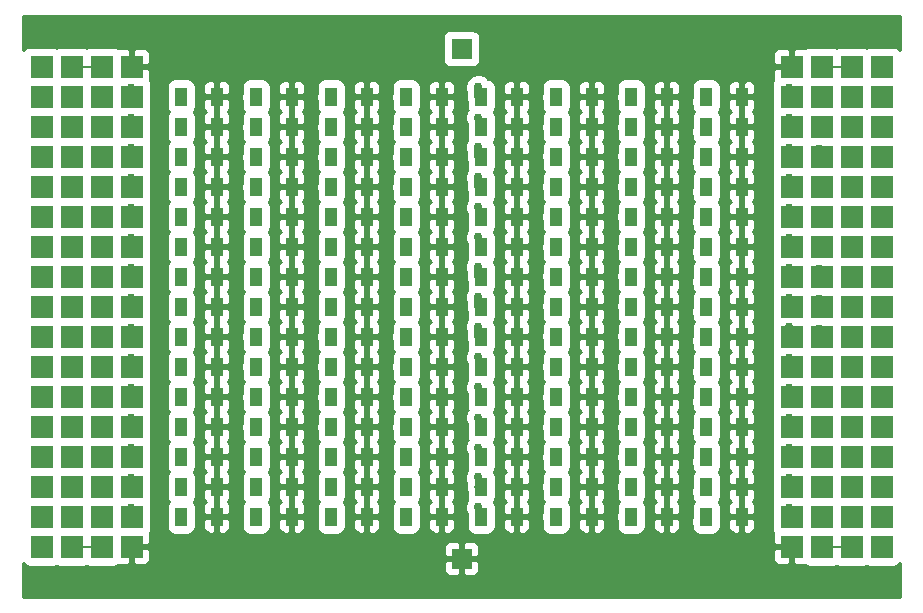
<source format=gtl>
G04 #@! TF.FileFunction,Copper,L1,Top,Signal*
%FSLAX46Y46*%
G04 Gerber Fmt 4.6, Leading zero omitted, Abs format (unit mm)*
G04 Created by KiCad (PCBNEW 4.0.1-stable) date 2017-04-12 2:16:29 PM*
%MOMM*%
G01*
G04 APERTURE LIST*
%ADD10C,0.150000*%
%ADD11R,1.000000X1.600000*%
%ADD12R,1.899920X1.899920*%
%ADD13R,1.700000X1.700000*%
%ADD14C,0.762000*%
%ADD15C,0.177800*%
%ADD16C,0.254000*%
G04 APERTURE END LIST*
D10*
D11*
X77875000Y-43180000D03*
X80875000Y-43180000D03*
X84225000Y-43180000D03*
X87225000Y-43180000D03*
X90575000Y-43180000D03*
X93575000Y-43180000D03*
X96925000Y-43180000D03*
X99925000Y-43180000D03*
X77875000Y-45720000D03*
X80875000Y-45720000D03*
X84225000Y-45720000D03*
X87225000Y-45720000D03*
X90575000Y-45720000D03*
X93575000Y-45720000D03*
X96925000Y-45720000D03*
X99925000Y-45720000D03*
X77875000Y-48260000D03*
X80875000Y-48260000D03*
X84225000Y-48260000D03*
X87225000Y-48260000D03*
X90575000Y-48260000D03*
X93575000Y-48260000D03*
X96925000Y-48260000D03*
X99925000Y-48260000D03*
X77875000Y-50800000D03*
X80875000Y-50800000D03*
X84225000Y-50800000D03*
X87225000Y-50800000D03*
X90575000Y-50800000D03*
X93575000Y-50800000D03*
X96925000Y-50800000D03*
X99925000Y-50800000D03*
X77875000Y-53340000D03*
X80875000Y-53340000D03*
X84225000Y-53340000D03*
X87225000Y-53340000D03*
X90575000Y-53340000D03*
X93575000Y-53340000D03*
X96925000Y-53340000D03*
X99925000Y-53340000D03*
X77875000Y-55880000D03*
X80875000Y-55880000D03*
X84225000Y-55880000D03*
X87225000Y-55880000D03*
X90575000Y-55880000D03*
X93575000Y-55880000D03*
X96925000Y-55880000D03*
X99925000Y-55880000D03*
X77875000Y-58420000D03*
X80875000Y-58420000D03*
X84225000Y-58420000D03*
X87225000Y-58420000D03*
X90575000Y-58420000D03*
X93575000Y-58420000D03*
X96925000Y-58420000D03*
X99925000Y-58420000D03*
X77875000Y-60960000D03*
X80875000Y-60960000D03*
X84225000Y-60960000D03*
X87225000Y-60960000D03*
X90575000Y-60960000D03*
X93575000Y-60960000D03*
X96925000Y-60960000D03*
X99925000Y-60960000D03*
X77875000Y-63500000D03*
X80875000Y-63500000D03*
X84225000Y-63500000D03*
X87225000Y-63500000D03*
X90575000Y-63500000D03*
X93575000Y-63500000D03*
X96925000Y-63500000D03*
X99925000Y-63500000D03*
X77875000Y-66040000D03*
X80875000Y-66040000D03*
X84225000Y-66040000D03*
X87225000Y-66040000D03*
X90575000Y-66040000D03*
X93575000Y-66040000D03*
X96925000Y-66040000D03*
X99925000Y-66040000D03*
X77875000Y-68580000D03*
X80875000Y-68580000D03*
X84225000Y-68580000D03*
X87225000Y-68580000D03*
X90575000Y-68580000D03*
X93575000Y-68580000D03*
X96925000Y-68580000D03*
X99925000Y-68580000D03*
X77875000Y-71120000D03*
X80875000Y-71120000D03*
X84225000Y-71120000D03*
X87225000Y-71120000D03*
X90575000Y-71120000D03*
X93575000Y-71120000D03*
X96925000Y-71120000D03*
X99925000Y-71120000D03*
X77875000Y-73660000D03*
X80875000Y-73660000D03*
X84225000Y-73660000D03*
X87225000Y-73660000D03*
X90575000Y-73660000D03*
X93575000Y-73660000D03*
X96925000Y-73660000D03*
X99925000Y-73660000D03*
X77875000Y-76200000D03*
X80875000Y-76200000D03*
X84225000Y-76200000D03*
X87225000Y-76200000D03*
X90575000Y-76200000D03*
X93575000Y-76200000D03*
X96925000Y-76200000D03*
X99925000Y-76200000D03*
X77875000Y-78740000D03*
X80875000Y-78740000D03*
X84225000Y-78740000D03*
X87225000Y-78740000D03*
X90575000Y-78740000D03*
X93575000Y-78740000D03*
X96925000Y-78740000D03*
X99925000Y-78740000D03*
X52475000Y-78740000D03*
X55475000Y-78740000D03*
X58825000Y-78740000D03*
X61825000Y-78740000D03*
X65175000Y-78740000D03*
X68175000Y-78740000D03*
X71525000Y-78740000D03*
X74525000Y-78740000D03*
X52475000Y-76200000D03*
X55475000Y-76200000D03*
X58825000Y-76200000D03*
X61825000Y-76200000D03*
X65175000Y-76200000D03*
X68175000Y-76200000D03*
X71525000Y-76200000D03*
X74525000Y-76200000D03*
X52475000Y-73660000D03*
X55475000Y-73660000D03*
X58825000Y-73660000D03*
X61825000Y-73660000D03*
X65175000Y-73660000D03*
X68175000Y-73660000D03*
X71525000Y-73660000D03*
X74525000Y-73660000D03*
X52475000Y-71120000D03*
X55475000Y-71120000D03*
X58825000Y-71120000D03*
X61825000Y-71120000D03*
X65175000Y-71120000D03*
X68175000Y-71120000D03*
X71525000Y-71120000D03*
X74525000Y-71120000D03*
X52475000Y-68580000D03*
X55475000Y-68580000D03*
X58825000Y-68580000D03*
X61825000Y-68580000D03*
X65175000Y-68580000D03*
X68175000Y-68580000D03*
X71525000Y-68580000D03*
X74525000Y-68580000D03*
X52475000Y-66040000D03*
X55475000Y-66040000D03*
X58825000Y-66040000D03*
X61825000Y-66040000D03*
X65175000Y-66040000D03*
X68175000Y-66040000D03*
X71525000Y-66040000D03*
X74525000Y-66040000D03*
X52475000Y-63500000D03*
X55475000Y-63500000D03*
X58825000Y-63500000D03*
X61825000Y-63500000D03*
X65175000Y-63500000D03*
X68175000Y-63500000D03*
X71525000Y-63500000D03*
X74525000Y-63500000D03*
X52475000Y-60960000D03*
X55475000Y-60960000D03*
X58825000Y-60960000D03*
X61825000Y-60960000D03*
X65175000Y-60960000D03*
X68175000Y-60960000D03*
X71525000Y-60960000D03*
X74525000Y-60960000D03*
X52475000Y-58420000D03*
X55475000Y-58420000D03*
X58825000Y-58420000D03*
X61825000Y-58420000D03*
X65175000Y-58420000D03*
X68175000Y-58420000D03*
X71525000Y-58420000D03*
X74525000Y-58420000D03*
X52475000Y-55880000D03*
X55475000Y-55880000D03*
X58825000Y-55880000D03*
X61825000Y-55880000D03*
X65175000Y-55880000D03*
X68175000Y-55880000D03*
X71525000Y-55880000D03*
X74525000Y-55880000D03*
X52475000Y-53340000D03*
X55475000Y-53340000D03*
X58825000Y-53340000D03*
X61825000Y-53340000D03*
X65175000Y-53340000D03*
X68175000Y-53340000D03*
X71525000Y-53340000D03*
X74525000Y-53340000D03*
X52475000Y-50800000D03*
X55475000Y-50800000D03*
X58825000Y-50800000D03*
X61825000Y-50800000D03*
X65175000Y-50800000D03*
X68175000Y-50800000D03*
X71525000Y-50800000D03*
X74525000Y-50800000D03*
X52475000Y-48260000D03*
X55475000Y-48260000D03*
X58825000Y-48260000D03*
X61825000Y-48260000D03*
X65175000Y-48260000D03*
X68175000Y-48260000D03*
X71525000Y-48260000D03*
X74525000Y-48260000D03*
X52475000Y-45720000D03*
X55475000Y-45720000D03*
X58825000Y-45720000D03*
X61825000Y-45720000D03*
X65175000Y-45720000D03*
X68175000Y-45720000D03*
X71525000Y-45720000D03*
X74525000Y-45720000D03*
X52475000Y-43180000D03*
X55475000Y-43180000D03*
X58825000Y-43180000D03*
X61825000Y-43180000D03*
X65175000Y-43180000D03*
X68175000Y-43180000D03*
X71525000Y-43180000D03*
X74525000Y-43180000D03*
D12*
X104140000Y-43180000D03*
X106680000Y-43180000D03*
X109220000Y-43180000D03*
X111760000Y-43180000D03*
X104140000Y-45720000D03*
X106680000Y-45720000D03*
X109220000Y-45720000D03*
X111760000Y-45720000D03*
X104140000Y-48260000D03*
X106680000Y-48260000D03*
X109220000Y-48260000D03*
X111760000Y-48260000D03*
X104140000Y-50800000D03*
X106680000Y-50800000D03*
X109220000Y-50800000D03*
X111760000Y-50800000D03*
X104140000Y-53340000D03*
X106680000Y-53340000D03*
X109220000Y-53340000D03*
X111760000Y-53340000D03*
X104140000Y-55880000D03*
X106680000Y-55880000D03*
X109220000Y-55880000D03*
X111760000Y-55880000D03*
X104140000Y-58420000D03*
X106680000Y-58420000D03*
X109220000Y-58420000D03*
X111760000Y-58420000D03*
X104140000Y-60960000D03*
X106680000Y-60960000D03*
X109220000Y-60960000D03*
X111760000Y-60960000D03*
X104140000Y-63500000D03*
X106680000Y-63500000D03*
X109220000Y-63500000D03*
X111760000Y-63500000D03*
X104140000Y-66040000D03*
X106680000Y-66040000D03*
X109220000Y-66040000D03*
X111760000Y-66040000D03*
X104140000Y-68580000D03*
X106680000Y-68580000D03*
X109220000Y-68580000D03*
X111760000Y-68580000D03*
X104140000Y-71120000D03*
X106680000Y-71120000D03*
X109220000Y-71120000D03*
X111760000Y-71120000D03*
X104140000Y-73660000D03*
X106680000Y-73660000D03*
X109220000Y-73660000D03*
X111760000Y-73660000D03*
X104140000Y-76200000D03*
X106680000Y-76200000D03*
X109220000Y-76200000D03*
X111760000Y-76200000D03*
X104140000Y-78740000D03*
X106680000Y-78740000D03*
X109220000Y-78740000D03*
X111760000Y-78740000D03*
X40640000Y-78740000D03*
X43180000Y-78740000D03*
X45720000Y-78740000D03*
X48260000Y-78740000D03*
X40640000Y-76200000D03*
X43180000Y-76200000D03*
X45720000Y-76200000D03*
X48260000Y-76200000D03*
X40640000Y-73660000D03*
X43180000Y-73660000D03*
X45720000Y-73660000D03*
X48260000Y-73660000D03*
X40640000Y-71120000D03*
X43180000Y-71120000D03*
X45720000Y-71120000D03*
X48260000Y-71120000D03*
X40640000Y-68580000D03*
X43180000Y-68580000D03*
X45720000Y-68580000D03*
X48260000Y-68580000D03*
X40640000Y-66040000D03*
X43180000Y-66040000D03*
X45720000Y-66040000D03*
X48260000Y-66040000D03*
X40640000Y-63500000D03*
X43180000Y-63500000D03*
X45720000Y-63500000D03*
X48260000Y-63500000D03*
X40640000Y-60960000D03*
X43180000Y-60960000D03*
X45720000Y-60960000D03*
X48260000Y-60960000D03*
X40640000Y-58420000D03*
X43180000Y-58420000D03*
X45720000Y-58420000D03*
X48260000Y-58420000D03*
X40640000Y-55880000D03*
X43180000Y-55880000D03*
X45720000Y-55880000D03*
X48260000Y-55880000D03*
X40640000Y-53340000D03*
X43180000Y-53340000D03*
X45720000Y-53340000D03*
X48260000Y-53340000D03*
X40640000Y-50800000D03*
X43180000Y-50800000D03*
X45720000Y-50800000D03*
X48260000Y-50800000D03*
X40640000Y-48260000D03*
X43180000Y-48260000D03*
X45720000Y-48260000D03*
X48260000Y-48260000D03*
X40640000Y-45720000D03*
X43180000Y-45720000D03*
X45720000Y-45720000D03*
X48260000Y-45720000D03*
X40640000Y-43180000D03*
X43180000Y-43180000D03*
X45720000Y-43180000D03*
X48260000Y-43180000D03*
X48260000Y-40640000D03*
X48260000Y-81280000D03*
X104140000Y-81280000D03*
X104140000Y-40640000D03*
X45720000Y-40640000D03*
X43180000Y-40640000D03*
X45720000Y-81280000D03*
X43180000Y-81280000D03*
X106680000Y-81280000D03*
X109220000Y-81280000D03*
X106680000Y-40640000D03*
X109220000Y-40640000D03*
X40640000Y-40640000D03*
X40640000Y-81280000D03*
X111760000Y-81280000D03*
X111760000Y-40640000D03*
D13*
X76200000Y-82296000D03*
X76200000Y-39116000D03*
D14*
X103950000Y-42450000D03*
X77614780Y-42397520D03*
X84074000Y-43180000D03*
X106500000Y-42600000D03*
X90424000Y-43180000D03*
X109250000Y-42950000D03*
X96750000Y-43600000D03*
X111760000Y-43180000D03*
X77614780Y-44947520D03*
X103950000Y-45000000D03*
X106500000Y-45150000D03*
X84074000Y-45730000D03*
X109250000Y-45500000D03*
X90424000Y-45730000D03*
X111760000Y-45730000D03*
X96750000Y-46150000D03*
X77614780Y-47447520D03*
X103950000Y-47500000D03*
X106500000Y-47650000D03*
X84074000Y-48230000D03*
X109250000Y-48000000D03*
X90424000Y-48230000D03*
X111760000Y-48230000D03*
X96750000Y-48650000D03*
X103950000Y-50050000D03*
X77614780Y-49997520D03*
X84074000Y-50780000D03*
X106500000Y-50200000D03*
X90424000Y-50780000D03*
X109250000Y-50550000D03*
X96750000Y-51200000D03*
X111760000Y-50780000D03*
X77614780Y-52547520D03*
X103950000Y-52600000D03*
X106500000Y-52750000D03*
X84074000Y-53330000D03*
X109250000Y-53100000D03*
X90424000Y-53330000D03*
X111760000Y-53330000D03*
X96750000Y-53750000D03*
X103950000Y-55150000D03*
X77614780Y-55097520D03*
X84074000Y-55880000D03*
X106500000Y-55300000D03*
X90424000Y-55880000D03*
X109250000Y-55650000D03*
X96750000Y-56300000D03*
X111760000Y-55880000D03*
X103950000Y-57650000D03*
X77614780Y-57597520D03*
X84074000Y-58380000D03*
X106500000Y-57800000D03*
X90424000Y-58380000D03*
X109250000Y-58150000D03*
X96750000Y-58800000D03*
X111760000Y-58380000D03*
X77614780Y-60147520D03*
X103950000Y-60200000D03*
X106500000Y-60350000D03*
X84074000Y-60930000D03*
X109250000Y-60700000D03*
X90424000Y-60930000D03*
X111760000Y-60930000D03*
X96750000Y-61350000D03*
X77614780Y-62647520D03*
X103950000Y-62700000D03*
X106500000Y-62850000D03*
X84074000Y-63430000D03*
X109250000Y-63200000D03*
X90424000Y-63430000D03*
X111760000Y-63430000D03*
X96750000Y-63850000D03*
X103950000Y-65300000D03*
X77614780Y-65247520D03*
X84074000Y-66030000D03*
X106500000Y-65450000D03*
X90424000Y-66030000D03*
X109250000Y-65800000D03*
X96750000Y-66450000D03*
X111760000Y-66030000D03*
X77614780Y-67797520D03*
X103950000Y-67850000D03*
X106500000Y-68000000D03*
X84074000Y-68580000D03*
X109250000Y-68350000D03*
X90424000Y-68580000D03*
X111760000Y-68580000D03*
X96750000Y-69000000D03*
X103950000Y-70400000D03*
X77614780Y-70347520D03*
X84074000Y-71130000D03*
X106500000Y-70550000D03*
X90424000Y-71130000D03*
X109250000Y-70900000D03*
X96750000Y-71550000D03*
X111760000Y-71130000D03*
X77614780Y-72897520D03*
X103950000Y-72950000D03*
X106500000Y-73100000D03*
X84074000Y-73680000D03*
X109250000Y-73450000D03*
X90424000Y-73680000D03*
X111760000Y-73680000D03*
X96750000Y-74100000D03*
X103950000Y-75450000D03*
X77614780Y-75397520D03*
X106500000Y-75600000D03*
X84074000Y-76180000D03*
X109250000Y-75950000D03*
X90424000Y-76180000D03*
X111760000Y-76180000D03*
X96750000Y-76600000D03*
X103950000Y-78000000D03*
X77614780Y-77947520D03*
X84074000Y-78730000D03*
X106500000Y-78150000D03*
X90424000Y-78730000D03*
X109250000Y-78500000D03*
X96750000Y-79150000D03*
X111760000Y-78730000D03*
X52400000Y-79100000D03*
X40690000Y-78780000D03*
X58724000Y-78780000D03*
X43150000Y-78450000D03*
X65074000Y-78780000D03*
X65074000Y-78780000D03*
X45750000Y-78200000D03*
X71424000Y-78780000D03*
X71424000Y-78780000D03*
X48250000Y-78050000D03*
X71424000Y-78780000D03*
X52400000Y-76550000D03*
X40690000Y-76230000D03*
X58724000Y-76230000D03*
X43150000Y-75900000D03*
X65074000Y-76230000D03*
X65074000Y-76230000D03*
X45750000Y-75650000D03*
X48250000Y-75500000D03*
X71424000Y-76230000D03*
X71424000Y-76230000D03*
X71424000Y-76230000D03*
X40690000Y-73680000D03*
X52400000Y-74000000D03*
X43150000Y-73350000D03*
X58724000Y-73680000D03*
X65074000Y-73680000D03*
X45750000Y-73100000D03*
X65074000Y-73680000D03*
X71424000Y-73680000D03*
X71424000Y-73680000D03*
X71424000Y-73680000D03*
X48250000Y-72950000D03*
X40640000Y-71130000D03*
X52350000Y-71450000D03*
X43100000Y-70800000D03*
X58674000Y-71130000D03*
X65024000Y-71130000D03*
X45700000Y-70550000D03*
X65024000Y-71130000D03*
X71374000Y-71130000D03*
X71374000Y-71130000D03*
X71374000Y-71130000D03*
X48200000Y-70400000D03*
X52350000Y-68900000D03*
X40640000Y-68580000D03*
X58674000Y-68580000D03*
X43100000Y-68250000D03*
X65024000Y-68580000D03*
X65024000Y-68580000D03*
X45700000Y-68000000D03*
X48200000Y-67850000D03*
X71374000Y-68580000D03*
X71374000Y-68580000D03*
X71374000Y-68580000D03*
X52350000Y-66350000D03*
X40640000Y-66030000D03*
X58674000Y-66030000D03*
X43100000Y-65700000D03*
X65024000Y-66030000D03*
X65024000Y-66030000D03*
X45700000Y-65450000D03*
X71374000Y-66030000D03*
X71374000Y-66030000D03*
X48200000Y-65300000D03*
X71374000Y-66030000D03*
X40640000Y-63480000D03*
X52350000Y-63800000D03*
X43100000Y-63150000D03*
X58674000Y-63480000D03*
X65024000Y-63480000D03*
X45700000Y-62900000D03*
X65024000Y-63480000D03*
X71374000Y-63480000D03*
X71374000Y-63480000D03*
X71374000Y-63480000D03*
X48200000Y-62750000D03*
X40690000Y-60980000D03*
X52400000Y-61300000D03*
X43150000Y-60650000D03*
X58724000Y-60980000D03*
X65074000Y-60980000D03*
X45750000Y-60400000D03*
X65074000Y-60980000D03*
X71424000Y-60980000D03*
X48250000Y-60250000D03*
X71424000Y-60980000D03*
X71424000Y-60980000D03*
X52400000Y-58750000D03*
X40690000Y-58430000D03*
X58724000Y-58430000D03*
X43150000Y-58100000D03*
X65074000Y-58430000D03*
X65074000Y-58430000D03*
X45750000Y-57850000D03*
X71424000Y-58430000D03*
X71424000Y-58430000D03*
X48250000Y-57700000D03*
X71424000Y-58430000D03*
X52400000Y-56200000D03*
X40690000Y-55880000D03*
X58724000Y-55880000D03*
X43150000Y-55550000D03*
X65074000Y-55880000D03*
X65074000Y-55880000D03*
X45750000Y-55300000D03*
X71424000Y-55880000D03*
X71424000Y-55880000D03*
X48250000Y-55150000D03*
X71424000Y-55880000D03*
X40690000Y-53330000D03*
X52400000Y-53650000D03*
X43150000Y-53000000D03*
X58724000Y-53330000D03*
X65074000Y-53330000D03*
X45750000Y-52750000D03*
X65074000Y-53330000D03*
X71424000Y-53330000D03*
X71424000Y-53330000D03*
X71424000Y-53330000D03*
X48250000Y-52600000D03*
X52350000Y-51150000D03*
X40640000Y-50830000D03*
X58674000Y-50830000D03*
X43100000Y-50500000D03*
X65024000Y-50830000D03*
X65024000Y-50830000D03*
X45700000Y-50250000D03*
X71374000Y-50830000D03*
X71374000Y-50830000D03*
X48200000Y-50100000D03*
X71374000Y-50830000D03*
X40640000Y-48280000D03*
X52350000Y-48600000D03*
X43100000Y-47950000D03*
X58674000Y-48280000D03*
X45700000Y-47700000D03*
X65024000Y-48280000D03*
X65024000Y-48280000D03*
X71374000Y-48280000D03*
X71374000Y-48280000D03*
X71374000Y-48280000D03*
X48200000Y-47550000D03*
X40640000Y-45730000D03*
X52350000Y-46050000D03*
X43100000Y-45400000D03*
X58674000Y-45730000D03*
X65024000Y-45730000D03*
X45700000Y-45150000D03*
X65024000Y-45730000D03*
X71374000Y-45730000D03*
X71374000Y-45730000D03*
X71374000Y-45730000D03*
X48200000Y-45000000D03*
X52350000Y-43500000D03*
X40640000Y-43180000D03*
X58674000Y-43180000D03*
X43100000Y-42850000D03*
X65024000Y-43180000D03*
X65024000Y-43180000D03*
X45700000Y-42600000D03*
X71374000Y-43180000D03*
X71374000Y-43180000D03*
X48200000Y-42450000D03*
X71374000Y-43180000D03*
D15*
X77375000Y-43180000D02*
X77375000Y-42637300D01*
X77375000Y-42637300D02*
X77614780Y-42397520D01*
X77614780Y-42397520D02*
X77375000Y-43180000D01*
X103950000Y-42450000D02*
X104040000Y-42540000D01*
X104040000Y-42805000D02*
X104040000Y-42540000D01*
X106500000Y-42600000D02*
X106680000Y-42780000D01*
X109220000Y-43180000D02*
X109220000Y-42980000D01*
X109250000Y-42950000D02*
X109220000Y-42980000D01*
X96750000Y-43600000D02*
X96774000Y-43576000D01*
X96774000Y-43180000D02*
X96774000Y-43576000D01*
X104040000Y-45355000D02*
X104040000Y-45090000D01*
X103950000Y-45000000D02*
X104040000Y-45090000D01*
X106500000Y-45150000D02*
X106680000Y-45330000D01*
X109250000Y-45500000D02*
X109220000Y-45530000D01*
X109220000Y-45730000D02*
X109220000Y-45530000D01*
X96774000Y-45730000D02*
X96774000Y-46126000D01*
X96750000Y-46150000D02*
X96774000Y-46126000D01*
X77375000Y-48260000D02*
X77375000Y-47687300D01*
X77375000Y-47687300D02*
X77614780Y-47447520D01*
X104040000Y-47855000D02*
X104040000Y-47590000D01*
X103950000Y-47500000D02*
X104040000Y-47590000D01*
X106500000Y-47650000D02*
X106680000Y-47830000D01*
X109250000Y-48000000D02*
X109220000Y-48030000D01*
X109220000Y-48230000D02*
X109220000Y-48030000D01*
X96774000Y-48230000D02*
X96774000Y-48626000D01*
X96750000Y-48650000D02*
X96774000Y-48626000D01*
X77375000Y-50800000D02*
X77375000Y-50237300D01*
X77375000Y-50237300D02*
X77614780Y-49997520D01*
X103950000Y-50050000D02*
X104040000Y-50140000D01*
X104040000Y-50405000D02*
X104040000Y-50140000D01*
X106500000Y-50200000D02*
X106680000Y-50380000D01*
X109220000Y-50780000D02*
X109220000Y-50580000D01*
X109250000Y-50550000D02*
X109220000Y-50580000D01*
X96750000Y-51200000D02*
X96774000Y-51176000D01*
X96774000Y-50780000D02*
X96774000Y-51176000D01*
X104040000Y-52955000D02*
X104040000Y-52690000D01*
X103950000Y-52600000D02*
X104040000Y-52690000D01*
X106500000Y-52750000D02*
X106680000Y-52930000D01*
X109250000Y-53100000D02*
X109220000Y-53130000D01*
X109220000Y-53330000D02*
X109220000Y-53130000D01*
X96774000Y-53330000D02*
X96774000Y-53726000D01*
X96750000Y-53750000D02*
X96774000Y-53726000D01*
X103950000Y-55150000D02*
X104040000Y-55240000D01*
X104040000Y-55505000D02*
X104040000Y-55240000D01*
X106500000Y-55300000D02*
X106680000Y-55480000D01*
X109220000Y-55880000D02*
X109220000Y-55680000D01*
X109250000Y-55650000D02*
X109220000Y-55680000D01*
X96750000Y-56300000D02*
X96774000Y-56276000D01*
X96774000Y-55880000D02*
X96774000Y-56276000D01*
X77375000Y-58420000D02*
X77375000Y-57837300D01*
X77375000Y-57837300D02*
X77614780Y-57597520D01*
X103950000Y-57650000D02*
X104040000Y-57740000D01*
X104040000Y-58005000D02*
X104040000Y-57740000D01*
X106500000Y-57800000D02*
X106680000Y-57980000D01*
X109220000Y-58380000D02*
X109220000Y-58180000D01*
X109250000Y-58150000D02*
X109220000Y-58180000D01*
X96750000Y-58800000D02*
X96774000Y-58776000D01*
X96774000Y-58380000D02*
X96774000Y-58776000D01*
X77375000Y-60960000D02*
X77375000Y-60387300D01*
X77375000Y-60387300D02*
X77614780Y-60147520D01*
X104040000Y-60555000D02*
X104040000Y-60290000D01*
X103950000Y-60200000D02*
X104040000Y-60290000D01*
X106500000Y-60350000D02*
X106680000Y-60530000D01*
X109250000Y-60700000D02*
X109220000Y-60730000D01*
X109220000Y-60930000D02*
X109220000Y-60730000D01*
X96774000Y-60930000D02*
X96774000Y-61326000D01*
X96750000Y-61350000D02*
X96774000Y-61326000D01*
X77375000Y-63500000D02*
X77375000Y-62887300D01*
X77375000Y-62887300D02*
X77614780Y-62647520D01*
X104040000Y-63055000D02*
X104040000Y-62790000D01*
X103950000Y-62700000D02*
X104040000Y-62790000D01*
X106500000Y-62850000D02*
X106680000Y-63030000D01*
X109250000Y-63200000D02*
X109220000Y-63230000D01*
X109220000Y-63430000D02*
X109220000Y-63230000D01*
X96774000Y-63430000D02*
X96774000Y-63826000D01*
X96750000Y-63850000D02*
X96774000Y-63826000D01*
X103950000Y-65300000D02*
X104040000Y-65390000D01*
X104040000Y-65655000D02*
X104040000Y-65390000D01*
X106500000Y-65450000D02*
X106680000Y-65630000D01*
X109220000Y-66030000D02*
X109220000Y-65830000D01*
X109250000Y-65800000D02*
X109220000Y-65830000D01*
X96750000Y-66450000D02*
X96774000Y-66426000D01*
X96774000Y-66030000D02*
X96774000Y-66426000D01*
X104040000Y-68205000D02*
X104040000Y-67940000D01*
X103950000Y-67850000D02*
X104040000Y-67940000D01*
X106500000Y-68000000D02*
X106680000Y-68180000D01*
X109250000Y-68350000D02*
X109220000Y-68380000D01*
X109220000Y-68580000D02*
X109220000Y-68380000D01*
X96774000Y-68580000D02*
X96774000Y-68976000D01*
X96750000Y-69000000D02*
X96774000Y-68976000D01*
X103950000Y-70400000D02*
X104040000Y-70490000D01*
X104040000Y-70755000D02*
X104040000Y-70490000D01*
X106500000Y-70550000D02*
X106680000Y-70730000D01*
X109220000Y-71130000D02*
X109220000Y-70930000D01*
X109250000Y-70900000D02*
X109220000Y-70930000D01*
X96750000Y-71550000D02*
X96774000Y-71526000D01*
X96774000Y-71130000D02*
X96774000Y-71526000D01*
X104040000Y-73305000D02*
X104040000Y-73040000D01*
X103950000Y-72950000D02*
X104040000Y-73040000D01*
X106500000Y-73100000D02*
X106680000Y-73280000D01*
X109250000Y-73450000D02*
X109220000Y-73480000D01*
X109220000Y-73680000D02*
X109220000Y-73480000D01*
X96774000Y-73680000D02*
X96774000Y-74076000D01*
X96750000Y-74100000D02*
X96774000Y-74076000D01*
X77614780Y-75960220D02*
X77614780Y-75397520D01*
X103950000Y-75450000D02*
X104040000Y-75540000D01*
X77614780Y-75960220D02*
X77375000Y-76200000D01*
X104040000Y-75805000D02*
X104040000Y-75540000D01*
X106500000Y-75600000D02*
X106680000Y-75780000D01*
X109250000Y-75950000D02*
X109220000Y-75980000D01*
X109220000Y-76180000D02*
X109220000Y-75980000D01*
X96774000Y-76180000D02*
X96774000Y-76576000D01*
X96750000Y-76600000D02*
X96774000Y-76576000D01*
X103950000Y-78000000D02*
X104040000Y-78090000D01*
X104040000Y-78355000D02*
X104040000Y-78090000D01*
X106500000Y-78150000D02*
X106680000Y-78330000D01*
X109220000Y-78730000D02*
X109220000Y-78530000D01*
X109250000Y-78500000D02*
X109220000Y-78530000D01*
X96750000Y-79150000D02*
X96774000Y-79126000D01*
X96774000Y-78730000D02*
X96774000Y-79126000D01*
X52400000Y-79100000D02*
X52374000Y-79074000D01*
X52374000Y-78780000D02*
X52374000Y-79074000D01*
X43230000Y-78530000D02*
X43230000Y-78780000D01*
X43150000Y-78450000D02*
X43230000Y-78530000D01*
X45750000Y-78200000D02*
X45770000Y-78220000D01*
X45770000Y-78780000D02*
X45770000Y-78220000D01*
X48250000Y-78050000D02*
X48310000Y-78110000D01*
X48310000Y-78130000D02*
X48310000Y-78110000D01*
X52400000Y-76550000D02*
X52374000Y-76524000D01*
X52374000Y-76230000D02*
X52374000Y-76524000D01*
X43230000Y-75980000D02*
X43230000Y-76230000D01*
X43150000Y-75900000D02*
X43230000Y-75980000D01*
X45750000Y-75650000D02*
X45770000Y-75670000D01*
X45770000Y-76230000D02*
X45770000Y-75670000D01*
X48250000Y-75500000D02*
X48310000Y-75560000D01*
X48310000Y-75580000D02*
X48310000Y-75560000D01*
X52374000Y-73680000D02*
X52374000Y-73974000D01*
X52400000Y-74000000D02*
X52374000Y-73974000D01*
X43150000Y-73350000D02*
X43230000Y-73430000D01*
X43230000Y-73430000D02*
X43230000Y-73680000D01*
X45770000Y-73680000D02*
X45770000Y-73120000D01*
X45750000Y-73100000D02*
X45770000Y-73120000D01*
X48310000Y-73030000D02*
X48310000Y-73010000D01*
X48250000Y-72950000D02*
X48310000Y-73010000D01*
X52324000Y-71130000D02*
X52324000Y-71424000D01*
X52350000Y-71450000D02*
X52324000Y-71424000D01*
X43100000Y-70800000D02*
X43180000Y-70880000D01*
X43180000Y-70880000D02*
X43180000Y-71130000D01*
X45720000Y-71130000D02*
X45720000Y-70570000D01*
X45700000Y-70550000D02*
X45720000Y-70570000D01*
X48260000Y-70480000D02*
X48260000Y-70460000D01*
X48200000Y-70400000D02*
X48260000Y-70460000D01*
X52350000Y-68900000D02*
X52324000Y-68874000D01*
X52324000Y-68580000D02*
X52324000Y-68874000D01*
X43180000Y-68330000D02*
X43180000Y-68580000D01*
X43100000Y-68250000D02*
X43180000Y-68330000D01*
X45700000Y-68000000D02*
X45720000Y-68020000D01*
X45720000Y-68580000D02*
X45720000Y-68020000D01*
X48200000Y-67850000D02*
X48260000Y-67910000D01*
X48260000Y-67930000D02*
X48260000Y-67910000D01*
X52350000Y-66350000D02*
X52324000Y-66324000D01*
X52324000Y-66030000D02*
X52324000Y-66324000D01*
X43180000Y-65780000D02*
X43180000Y-66030000D01*
X43100000Y-65700000D02*
X43180000Y-65780000D01*
X45700000Y-65450000D02*
X45720000Y-65470000D01*
X45720000Y-66030000D02*
X45720000Y-65470000D01*
X48200000Y-65300000D02*
X48260000Y-65360000D01*
X48260000Y-65380000D02*
X48260000Y-65360000D01*
X52324000Y-63480000D02*
X52324000Y-63774000D01*
X52350000Y-63800000D02*
X52324000Y-63774000D01*
X43100000Y-63150000D02*
X43180000Y-63230000D01*
X43180000Y-63230000D02*
X43180000Y-63480000D01*
X45720000Y-63480000D02*
X45720000Y-62920000D01*
X45700000Y-62900000D02*
X45720000Y-62920000D01*
X48260000Y-62830000D02*
X48260000Y-62810000D01*
X48200000Y-62750000D02*
X48260000Y-62810000D01*
X52374000Y-60980000D02*
X52374000Y-61274000D01*
X52400000Y-61300000D02*
X52374000Y-61274000D01*
X43150000Y-60650000D02*
X43230000Y-60730000D01*
X43230000Y-60730000D02*
X43230000Y-60980000D01*
X45770000Y-60980000D02*
X45770000Y-60420000D01*
X45750000Y-60400000D02*
X45770000Y-60420000D01*
X48310000Y-60330000D02*
X48310000Y-60310000D01*
X48250000Y-60250000D02*
X48310000Y-60310000D01*
X52400000Y-58750000D02*
X52374000Y-58724000D01*
X52374000Y-58430000D02*
X52374000Y-58724000D01*
X43230000Y-58180000D02*
X43230000Y-58430000D01*
X43150000Y-58100000D02*
X43230000Y-58180000D01*
X45750000Y-57850000D02*
X45770000Y-57870000D01*
X45770000Y-58430000D02*
X45770000Y-57870000D01*
X48250000Y-57700000D02*
X48310000Y-57760000D01*
X48310000Y-57780000D02*
X48310000Y-57760000D01*
X52400000Y-56200000D02*
X52374000Y-56174000D01*
X52374000Y-55880000D02*
X52374000Y-56174000D01*
X43230000Y-55630000D02*
X43230000Y-55880000D01*
X43150000Y-55550000D02*
X43230000Y-55630000D01*
X45750000Y-55300000D02*
X45770000Y-55320000D01*
X45770000Y-55880000D02*
X45770000Y-55320000D01*
X48250000Y-55150000D02*
X48310000Y-55210000D01*
X48310000Y-55230000D02*
X48310000Y-55210000D01*
X52374000Y-53330000D02*
X52374000Y-53624000D01*
X52400000Y-53650000D02*
X52374000Y-53624000D01*
X43150000Y-53000000D02*
X43230000Y-53080000D01*
X43230000Y-53080000D02*
X43230000Y-53330000D01*
X45770000Y-53330000D02*
X45770000Y-52770000D01*
X45750000Y-52750000D02*
X45770000Y-52770000D01*
X48310000Y-52680000D02*
X48310000Y-52660000D01*
X48250000Y-52600000D02*
X48310000Y-52660000D01*
X52350000Y-51150000D02*
X52324000Y-51124000D01*
X52324000Y-50830000D02*
X52324000Y-51124000D01*
X43180000Y-50580000D02*
X43180000Y-50830000D01*
X43100000Y-50500000D02*
X43180000Y-50580000D01*
X45700000Y-50250000D02*
X45720000Y-50270000D01*
X45720000Y-50830000D02*
X45720000Y-50270000D01*
X48200000Y-50100000D02*
X48260000Y-50160000D01*
X48260000Y-50180000D02*
X48260000Y-50160000D01*
X52324000Y-48280000D02*
X52324000Y-48574000D01*
X52350000Y-48600000D02*
X52324000Y-48574000D01*
X43100000Y-47950000D02*
X43180000Y-48030000D01*
X43180000Y-48030000D02*
X43180000Y-48280000D01*
X45720000Y-48280000D02*
X45720000Y-47720000D01*
X45700000Y-47700000D02*
X45720000Y-47720000D01*
X48260000Y-47630000D02*
X48260000Y-47610000D01*
X48200000Y-47550000D02*
X48260000Y-47610000D01*
X52324000Y-45730000D02*
X52324000Y-46024000D01*
X52350000Y-46050000D02*
X52324000Y-46024000D01*
X43100000Y-45400000D02*
X43180000Y-45480000D01*
X43180000Y-45480000D02*
X43180000Y-45730000D01*
X45720000Y-45730000D02*
X45720000Y-45170000D01*
X45700000Y-45150000D02*
X45720000Y-45170000D01*
X48260000Y-45080000D02*
X48260000Y-45060000D01*
X48200000Y-45000000D02*
X48260000Y-45060000D01*
X52350000Y-43500000D02*
X52324000Y-43474000D01*
X52324000Y-43180000D02*
X52324000Y-43474000D01*
X43180000Y-42930000D02*
X43180000Y-43180000D01*
X43100000Y-42850000D02*
X43180000Y-42930000D01*
X45700000Y-42600000D02*
X45720000Y-42620000D01*
X45720000Y-43180000D02*
X45720000Y-42620000D01*
X48200000Y-42450000D02*
X48260000Y-42510000D01*
X48260000Y-42530000D02*
X48260000Y-42510000D01*
X55626000Y-76200000D02*
X55626000Y-78740000D01*
X61976000Y-76200000D02*
X61976000Y-78740000D01*
X99925000Y-43180000D02*
X99925000Y-42315000D01*
X101600000Y-40640000D02*
X104140000Y-40640000D01*
X99925000Y-42315000D02*
X101600000Y-40640000D01*
X55626000Y-73660000D02*
X55626000Y-76200000D01*
X55626000Y-71120000D02*
X55626000Y-73660000D01*
X55626000Y-68580000D02*
X55626000Y-71120000D01*
X55626000Y-66040000D02*
X55626000Y-68580000D01*
X55626000Y-63500000D02*
X55626000Y-66040000D01*
X55626000Y-60960000D02*
X55626000Y-63500000D01*
X55626000Y-58420000D02*
X55626000Y-60960000D01*
X55626000Y-55880000D02*
X55626000Y-58420000D01*
X55626000Y-53340000D02*
X55626000Y-55880000D01*
X55626000Y-50800000D02*
X55626000Y-53340000D01*
X55626000Y-48260000D02*
X55626000Y-50800000D01*
X55626000Y-45720000D02*
X55626000Y-48260000D01*
X55626000Y-43180000D02*
X55626000Y-45720000D01*
X61976000Y-43180000D02*
X61976000Y-45720000D01*
X61976000Y-45720000D02*
X61976000Y-48260000D01*
X61976000Y-48260000D02*
X61976000Y-50800000D01*
X61976000Y-50800000D02*
X61976000Y-53340000D01*
X61976000Y-53340000D02*
X61976000Y-55880000D01*
X61976000Y-55880000D02*
X61976000Y-58420000D01*
X61976000Y-58420000D02*
X61976000Y-60960000D01*
X61976000Y-60960000D02*
X61976000Y-63500000D01*
X61976000Y-63500000D02*
X61976000Y-66040000D01*
X61976000Y-66040000D02*
X61976000Y-68580000D01*
X61976000Y-68580000D02*
X61976000Y-71120000D01*
X61976000Y-71120000D02*
X61976000Y-73660000D01*
X61976000Y-73660000D02*
X61976000Y-76200000D01*
X68326000Y-76200000D02*
X68326000Y-78740000D01*
X68326000Y-73660000D02*
X68326000Y-76200000D01*
X68326000Y-71120000D02*
X68326000Y-73660000D01*
X68326000Y-68580000D02*
X68326000Y-71120000D01*
X68326000Y-66040000D02*
X68326000Y-68580000D01*
X68326000Y-63500000D02*
X68326000Y-66040000D01*
X68326000Y-60960000D02*
X68326000Y-63500000D01*
X68326000Y-58420000D02*
X68326000Y-60960000D01*
X68326000Y-55880000D02*
X68326000Y-58420000D01*
X68326000Y-53340000D02*
X68326000Y-55880000D01*
X68326000Y-50800000D02*
X68326000Y-53340000D01*
X68326000Y-48260000D02*
X68326000Y-50800000D01*
X68326000Y-45720000D02*
X68326000Y-48260000D01*
X68326000Y-43180000D02*
X68326000Y-45720000D01*
X74676000Y-43180000D02*
X74676000Y-45720000D01*
X74676000Y-45720000D02*
X74676000Y-48260000D01*
X74676000Y-48260000D02*
X74676000Y-50800000D01*
X74676000Y-50800000D02*
X74676000Y-53340000D01*
X74676000Y-53340000D02*
X74676000Y-55880000D01*
X74676000Y-55880000D02*
X74676000Y-58420000D01*
X74676000Y-58420000D02*
X74676000Y-60960000D01*
X74676000Y-60960000D02*
X74676000Y-63500000D01*
X74676000Y-63500000D02*
X74676000Y-66040000D01*
X74676000Y-66040000D02*
X74676000Y-68580000D01*
X74676000Y-68580000D02*
X74676000Y-71120000D01*
X74676000Y-71120000D02*
X74676000Y-73660000D01*
X74676000Y-73660000D02*
X74676000Y-76200000D01*
X74676000Y-76200000D02*
X74676000Y-78740000D01*
X81026000Y-76200000D02*
X81026000Y-78740000D01*
X81026000Y-73660000D02*
X81026000Y-76200000D01*
X81026000Y-71120000D02*
X81026000Y-73660000D01*
X81026000Y-68580000D02*
X81026000Y-71120000D01*
X81026000Y-66040000D02*
X81026000Y-68580000D01*
X81026000Y-63500000D02*
X81026000Y-66040000D01*
X81026000Y-60960000D02*
X81026000Y-63500000D01*
X81026000Y-58420000D02*
X81026000Y-60960000D01*
X81026000Y-55880000D02*
X81026000Y-58420000D01*
X81026000Y-53340000D02*
X81026000Y-55880000D01*
X81026000Y-50800000D02*
X81026000Y-53340000D01*
X81026000Y-48260000D02*
X81026000Y-50800000D01*
X81026000Y-45720000D02*
X81026000Y-48260000D01*
X81026000Y-43180000D02*
X81026000Y-45720000D01*
X87376000Y-76200000D02*
X87376000Y-78740000D01*
X87376000Y-73660000D02*
X87376000Y-76200000D01*
X87376000Y-71120000D02*
X87376000Y-73660000D01*
X87376000Y-68580000D02*
X87376000Y-71120000D01*
X87376000Y-66040000D02*
X87376000Y-68580000D01*
X87376000Y-63500000D02*
X87376000Y-66040000D01*
X87376000Y-60960000D02*
X87376000Y-63500000D01*
X87376000Y-58420000D02*
X87376000Y-60960000D01*
X87376000Y-55880000D02*
X87376000Y-58420000D01*
X87376000Y-53340000D02*
X87376000Y-55880000D01*
X87376000Y-50800000D02*
X87376000Y-53340000D01*
X87376000Y-48260000D02*
X87376000Y-50800000D01*
X87376000Y-45720000D02*
X87376000Y-48260000D01*
X87376000Y-43180000D02*
X87376000Y-45720000D01*
X93726000Y-76200000D02*
X93726000Y-78740000D01*
X93726000Y-73660000D02*
X93726000Y-76200000D01*
X93726000Y-71120000D02*
X93726000Y-73660000D01*
X93726000Y-68580000D02*
X93726000Y-71120000D01*
X93726000Y-66040000D02*
X93726000Y-68580000D01*
X93726000Y-63500000D02*
X93726000Y-66040000D01*
X93726000Y-60960000D02*
X93726000Y-63500000D01*
X93726000Y-58420000D02*
X93726000Y-60960000D01*
X93726000Y-55880000D02*
X93726000Y-58420000D01*
X93726000Y-53340000D02*
X93726000Y-55880000D01*
X93726000Y-50800000D02*
X93726000Y-53340000D01*
X93726000Y-48260000D02*
X93726000Y-50800000D01*
X93726000Y-45720000D02*
X93726000Y-48260000D01*
X93726000Y-43180000D02*
X93726000Y-45720000D01*
X100076000Y-76200000D02*
X100076000Y-78740000D01*
X100076000Y-73660000D02*
X100076000Y-76200000D01*
X100076000Y-71120000D02*
X100076000Y-73660000D01*
X100076000Y-68580000D02*
X100076000Y-71120000D01*
X100076000Y-66040000D02*
X100076000Y-68580000D01*
X100076000Y-63500000D02*
X100076000Y-66040000D01*
X100076000Y-60960000D02*
X100076000Y-63500000D01*
X100076000Y-58420000D02*
X100076000Y-60960000D01*
X100076000Y-55880000D02*
X100076000Y-58420000D01*
X100076000Y-53340000D02*
X100076000Y-55880000D01*
X100076000Y-50800000D02*
X100076000Y-53340000D01*
X100076000Y-48260000D02*
X100076000Y-50800000D01*
X100076000Y-45720000D02*
X100076000Y-48260000D01*
X100076000Y-43180000D02*
X100076000Y-45720000D01*
X100100000Y-78764000D02*
X100076000Y-78740000D01*
X43180000Y-40640000D02*
X45720000Y-40640000D01*
X43180000Y-81280000D02*
X45720000Y-81280000D01*
X106680000Y-81280000D02*
X109220000Y-81280000D01*
X106680000Y-40640000D02*
X109220000Y-40640000D01*
D16*
G36*
X113285600Y-39242057D02*
X113241288Y-39173194D01*
X112998345Y-39007197D01*
X112709960Y-38948798D01*
X110810040Y-38948798D01*
X110540630Y-38999491D01*
X110492445Y-39030497D01*
X110458345Y-39007197D01*
X110169960Y-38948798D01*
X108270040Y-38948798D01*
X108000630Y-38999491D01*
X107952445Y-39030497D01*
X107918345Y-39007197D01*
X107629960Y-38948798D01*
X105730040Y-38948798D01*
X105460630Y-38999491D01*
X105312415Y-39094865D01*
X105216269Y-39055040D01*
X104425750Y-39055040D01*
X104267000Y-39213790D01*
X104267000Y-40513000D01*
X104287000Y-40513000D01*
X104287000Y-40767000D01*
X104267000Y-40767000D01*
X104267000Y-40787000D01*
X104013000Y-40787000D01*
X104013000Y-40767000D01*
X102713790Y-40767000D01*
X102555040Y-40925750D01*
X102555040Y-41716270D01*
X102595106Y-41812997D01*
X102507197Y-41941655D01*
X102448798Y-42230040D01*
X102448798Y-44129960D01*
X102499491Y-44399370D01*
X102530497Y-44447555D01*
X102507197Y-44481655D01*
X102448798Y-44770040D01*
X102448798Y-46669960D01*
X102499491Y-46939370D01*
X102530497Y-46987555D01*
X102507197Y-47021655D01*
X102448798Y-47310040D01*
X102448798Y-49209960D01*
X102499491Y-49479370D01*
X102530497Y-49527555D01*
X102507197Y-49561655D01*
X102448798Y-49850040D01*
X102448798Y-51749960D01*
X102499491Y-52019370D01*
X102530497Y-52067555D01*
X102507197Y-52101655D01*
X102448798Y-52390040D01*
X102448798Y-54289960D01*
X102499491Y-54559370D01*
X102530497Y-54607555D01*
X102507197Y-54641655D01*
X102448798Y-54930040D01*
X102448798Y-56829960D01*
X102499491Y-57099370D01*
X102530497Y-57147555D01*
X102507197Y-57181655D01*
X102448798Y-57470040D01*
X102448798Y-59369960D01*
X102499491Y-59639370D01*
X102530497Y-59687555D01*
X102507197Y-59721655D01*
X102448798Y-60010040D01*
X102448798Y-61909960D01*
X102499491Y-62179370D01*
X102530497Y-62227555D01*
X102507197Y-62261655D01*
X102448798Y-62550040D01*
X102448798Y-64449960D01*
X102499491Y-64719370D01*
X102530497Y-64767555D01*
X102507197Y-64801655D01*
X102448798Y-65090040D01*
X102448798Y-66989960D01*
X102499491Y-67259370D01*
X102530497Y-67307555D01*
X102507197Y-67341655D01*
X102448798Y-67630040D01*
X102448798Y-69529960D01*
X102499491Y-69799370D01*
X102530497Y-69847555D01*
X102507197Y-69881655D01*
X102448798Y-70170040D01*
X102448798Y-72069960D01*
X102499491Y-72339370D01*
X102530497Y-72387555D01*
X102507197Y-72421655D01*
X102448798Y-72710040D01*
X102448798Y-74609960D01*
X102499491Y-74879370D01*
X102530497Y-74927555D01*
X102507197Y-74961655D01*
X102448798Y-75250040D01*
X102448798Y-77149960D01*
X102499491Y-77419370D01*
X102530497Y-77467555D01*
X102507197Y-77501655D01*
X102448798Y-77790040D01*
X102448798Y-79689960D01*
X102499491Y-79959370D01*
X102594865Y-80107585D01*
X102555040Y-80203730D01*
X102555040Y-80994250D01*
X102713790Y-81153000D01*
X104013000Y-81153000D01*
X104013000Y-81133000D01*
X104267000Y-81133000D01*
X104267000Y-81153000D01*
X104287000Y-81153000D01*
X104287000Y-81407000D01*
X104267000Y-81407000D01*
X104267000Y-82706210D01*
X104425750Y-82864960D01*
X105216269Y-82864960D01*
X105312997Y-82824894D01*
X105441655Y-82912803D01*
X105730040Y-82971202D01*
X107629960Y-82971202D01*
X107899370Y-82920509D01*
X107947555Y-82889503D01*
X107981655Y-82912803D01*
X108270040Y-82971202D01*
X110169960Y-82971202D01*
X110439370Y-82920509D01*
X110487555Y-82889503D01*
X110521655Y-82912803D01*
X110810040Y-82971202D01*
X112709960Y-82971202D01*
X112979370Y-82920509D01*
X113226806Y-82761288D01*
X113285600Y-82675241D01*
X113285600Y-85536100D01*
X39114400Y-85536100D01*
X39114400Y-82677943D01*
X39158712Y-82746806D01*
X39401655Y-82912803D01*
X39690040Y-82971202D01*
X41589960Y-82971202D01*
X41859370Y-82920509D01*
X41907555Y-82889503D01*
X41941655Y-82912803D01*
X42230040Y-82971202D01*
X44129960Y-82971202D01*
X44399370Y-82920509D01*
X44447555Y-82889503D01*
X44481655Y-82912803D01*
X44770040Y-82971202D01*
X46669960Y-82971202D01*
X46939370Y-82920509D01*
X47087585Y-82825135D01*
X47183731Y-82864960D01*
X47974250Y-82864960D01*
X48133000Y-82706210D01*
X48133000Y-81407000D01*
X48387000Y-81407000D01*
X48387000Y-82706210D01*
X48545750Y-82864960D01*
X49336269Y-82864960D01*
X49569658Y-82768287D01*
X49748287Y-82589659D01*
X49751563Y-82581750D01*
X74715000Y-82581750D01*
X74715000Y-83272310D01*
X74811673Y-83505699D01*
X74990302Y-83684327D01*
X75223691Y-83781000D01*
X75914250Y-83781000D01*
X76073000Y-83622250D01*
X76073000Y-82423000D01*
X76327000Y-82423000D01*
X76327000Y-83622250D01*
X76485750Y-83781000D01*
X77176309Y-83781000D01*
X77409698Y-83684327D01*
X77588327Y-83505699D01*
X77685000Y-83272310D01*
X77685000Y-82581750D01*
X77526250Y-82423000D01*
X76327000Y-82423000D01*
X76073000Y-82423000D01*
X74873750Y-82423000D01*
X74715000Y-82581750D01*
X49751563Y-82581750D01*
X49844960Y-82356270D01*
X49844960Y-81565750D01*
X49686210Y-81407000D01*
X48387000Y-81407000D01*
X48133000Y-81407000D01*
X48113000Y-81407000D01*
X48113000Y-81319690D01*
X74715000Y-81319690D01*
X74715000Y-82010250D01*
X74873750Y-82169000D01*
X76073000Y-82169000D01*
X76073000Y-80969750D01*
X76327000Y-80969750D01*
X76327000Y-82169000D01*
X77526250Y-82169000D01*
X77685000Y-82010250D01*
X77685000Y-81565750D01*
X102555040Y-81565750D01*
X102555040Y-82356270D01*
X102651713Y-82589659D01*
X102830342Y-82768287D01*
X103063731Y-82864960D01*
X103854250Y-82864960D01*
X104013000Y-82706210D01*
X104013000Y-81407000D01*
X102713790Y-81407000D01*
X102555040Y-81565750D01*
X77685000Y-81565750D01*
X77685000Y-81319690D01*
X77588327Y-81086301D01*
X77409698Y-80907673D01*
X77176309Y-80811000D01*
X76485750Y-80811000D01*
X76327000Y-80969750D01*
X76073000Y-80969750D01*
X75914250Y-80811000D01*
X75223691Y-80811000D01*
X74990302Y-80907673D01*
X74811673Y-81086301D01*
X74715000Y-81319690D01*
X48113000Y-81319690D01*
X48113000Y-81153000D01*
X48133000Y-81153000D01*
X48133000Y-81133000D01*
X48387000Y-81133000D01*
X48387000Y-81153000D01*
X49686210Y-81153000D01*
X49844960Y-80994250D01*
X49844960Y-80203730D01*
X49804894Y-80107003D01*
X49892803Y-79978345D01*
X49951202Y-79689960D01*
X49951202Y-77790040D01*
X49900509Y-77520630D01*
X49869503Y-77472445D01*
X49892803Y-77438345D01*
X49951202Y-77149960D01*
X49951202Y-75250040D01*
X49900509Y-74980630D01*
X49869503Y-74932445D01*
X49892803Y-74898345D01*
X49951202Y-74609960D01*
X49951202Y-72710040D01*
X49900509Y-72440630D01*
X49869503Y-72392445D01*
X49892803Y-72358345D01*
X49951202Y-72069960D01*
X49951202Y-70170040D01*
X49900509Y-69900630D01*
X49869503Y-69852445D01*
X49892803Y-69818345D01*
X49951202Y-69529960D01*
X49951202Y-67630040D01*
X49900509Y-67360630D01*
X49869503Y-67312445D01*
X49892803Y-67278345D01*
X49951202Y-66989960D01*
X49951202Y-65090040D01*
X49900509Y-64820630D01*
X49869503Y-64772445D01*
X49892803Y-64738345D01*
X49951202Y-64449960D01*
X49951202Y-62550040D01*
X49900509Y-62280630D01*
X49869503Y-62232445D01*
X49892803Y-62198345D01*
X49951202Y-61909960D01*
X49951202Y-60010040D01*
X49900509Y-59740630D01*
X49869503Y-59692445D01*
X49892803Y-59658345D01*
X49951202Y-59369960D01*
X49951202Y-57470040D01*
X49900509Y-57200630D01*
X49869503Y-57152445D01*
X49892803Y-57118345D01*
X49951202Y-56829960D01*
X49951202Y-54930040D01*
X49900509Y-54660630D01*
X49869503Y-54612445D01*
X49892803Y-54578345D01*
X49951202Y-54289960D01*
X49951202Y-52390040D01*
X49900509Y-52120630D01*
X49869503Y-52072445D01*
X49892803Y-52038345D01*
X49951202Y-51749960D01*
X49951202Y-49850040D01*
X49900509Y-49580630D01*
X49869503Y-49532445D01*
X49892803Y-49498345D01*
X49951202Y-49209960D01*
X49951202Y-47310040D01*
X49900509Y-47040630D01*
X49869503Y-46992445D01*
X49892803Y-46958345D01*
X49951202Y-46669960D01*
X49951202Y-44770040D01*
X49900509Y-44500630D01*
X49869503Y-44452445D01*
X49892803Y-44418345D01*
X49951202Y-44129960D01*
X49951202Y-42380000D01*
X51233758Y-42380000D01*
X51233758Y-43980000D01*
X51284451Y-44249410D01*
X51414848Y-44452052D01*
X51292157Y-44631615D01*
X51233758Y-44920000D01*
X51233758Y-46520000D01*
X51284451Y-46789410D01*
X51414848Y-46992052D01*
X51292157Y-47171615D01*
X51233758Y-47460000D01*
X51233758Y-49060000D01*
X51284451Y-49329410D01*
X51414848Y-49532052D01*
X51292157Y-49711615D01*
X51233758Y-50000000D01*
X51233758Y-51600000D01*
X51284451Y-51869410D01*
X51414848Y-52072052D01*
X51292157Y-52251615D01*
X51233758Y-52540000D01*
X51233758Y-54140000D01*
X51284451Y-54409410D01*
X51414848Y-54612052D01*
X51292157Y-54791615D01*
X51233758Y-55080000D01*
X51233758Y-56680000D01*
X51284451Y-56949410D01*
X51414848Y-57152052D01*
X51292157Y-57331615D01*
X51233758Y-57620000D01*
X51233758Y-59220000D01*
X51284451Y-59489410D01*
X51414848Y-59692052D01*
X51292157Y-59871615D01*
X51233758Y-60160000D01*
X51233758Y-61760000D01*
X51284451Y-62029410D01*
X51414848Y-62232052D01*
X51292157Y-62411615D01*
X51233758Y-62700000D01*
X51233758Y-64300000D01*
X51284451Y-64569410D01*
X51414848Y-64772052D01*
X51292157Y-64951615D01*
X51233758Y-65240000D01*
X51233758Y-66840000D01*
X51284451Y-67109410D01*
X51414848Y-67312052D01*
X51292157Y-67491615D01*
X51233758Y-67780000D01*
X51233758Y-69380000D01*
X51284451Y-69649410D01*
X51414848Y-69852052D01*
X51292157Y-70031615D01*
X51233758Y-70320000D01*
X51233758Y-71920000D01*
X51284451Y-72189410D01*
X51414848Y-72392052D01*
X51292157Y-72571615D01*
X51233758Y-72860000D01*
X51233758Y-74460000D01*
X51284451Y-74729410D01*
X51414848Y-74932052D01*
X51292157Y-75111615D01*
X51233758Y-75400000D01*
X51233758Y-77000000D01*
X51284451Y-77269410D01*
X51414848Y-77472052D01*
X51292157Y-77651615D01*
X51233758Y-77940000D01*
X51233758Y-79540000D01*
X51284451Y-79809410D01*
X51443672Y-80056846D01*
X51686615Y-80222843D01*
X51975000Y-80281242D01*
X52975000Y-80281242D01*
X53244410Y-80230549D01*
X53491846Y-80071328D01*
X53657843Y-79828385D01*
X53716242Y-79540000D01*
X53716242Y-79025750D01*
X54340000Y-79025750D01*
X54340000Y-79666310D01*
X54436673Y-79899699D01*
X54615302Y-80078327D01*
X54848691Y-80175000D01*
X55189250Y-80175000D01*
X55348000Y-80016250D01*
X55348000Y-78867000D01*
X55602000Y-78867000D01*
X55602000Y-80016250D01*
X55760750Y-80175000D01*
X56101309Y-80175000D01*
X56334698Y-80078327D01*
X56513327Y-79899699D01*
X56610000Y-79666310D01*
X56610000Y-79025750D01*
X56451250Y-78867000D01*
X55602000Y-78867000D01*
X55348000Y-78867000D01*
X54498750Y-78867000D01*
X54340000Y-79025750D01*
X53716242Y-79025750D01*
X53716242Y-77940000D01*
X53665549Y-77670590D01*
X53535152Y-77467948D01*
X53657843Y-77288385D01*
X53716242Y-77000000D01*
X53716242Y-76485750D01*
X54340000Y-76485750D01*
X54340000Y-77126310D01*
X54436673Y-77359699D01*
X54546975Y-77470000D01*
X54436673Y-77580301D01*
X54340000Y-77813690D01*
X54340000Y-78454250D01*
X54498750Y-78613000D01*
X55348000Y-78613000D01*
X55348000Y-76327000D01*
X55602000Y-76327000D01*
X55602000Y-78613000D01*
X56451250Y-78613000D01*
X56610000Y-78454250D01*
X56610000Y-77813690D01*
X56513327Y-77580301D01*
X56403025Y-77470000D01*
X56513327Y-77359699D01*
X56610000Y-77126310D01*
X56610000Y-76485750D01*
X56451250Y-76327000D01*
X55602000Y-76327000D01*
X55348000Y-76327000D01*
X54498750Y-76327000D01*
X54340000Y-76485750D01*
X53716242Y-76485750D01*
X53716242Y-75400000D01*
X53665549Y-75130590D01*
X53535152Y-74927948D01*
X53657843Y-74748385D01*
X53716242Y-74460000D01*
X53716242Y-73945750D01*
X54340000Y-73945750D01*
X54340000Y-74586310D01*
X54436673Y-74819699D01*
X54546975Y-74930000D01*
X54436673Y-75040301D01*
X54340000Y-75273690D01*
X54340000Y-75914250D01*
X54498750Y-76073000D01*
X55348000Y-76073000D01*
X55348000Y-73787000D01*
X55602000Y-73787000D01*
X55602000Y-76073000D01*
X56451250Y-76073000D01*
X56610000Y-75914250D01*
X56610000Y-75273690D01*
X56513327Y-75040301D01*
X56403025Y-74930000D01*
X56513327Y-74819699D01*
X56610000Y-74586310D01*
X56610000Y-73945750D01*
X56451250Y-73787000D01*
X55602000Y-73787000D01*
X55348000Y-73787000D01*
X54498750Y-73787000D01*
X54340000Y-73945750D01*
X53716242Y-73945750D01*
X53716242Y-72860000D01*
X53665549Y-72590590D01*
X53535152Y-72387948D01*
X53657843Y-72208385D01*
X53716242Y-71920000D01*
X53716242Y-71405750D01*
X54340000Y-71405750D01*
X54340000Y-72046310D01*
X54436673Y-72279699D01*
X54546975Y-72390000D01*
X54436673Y-72500301D01*
X54340000Y-72733690D01*
X54340000Y-73374250D01*
X54498750Y-73533000D01*
X55348000Y-73533000D01*
X55348000Y-71247000D01*
X55602000Y-71247000D01*
X55602000Y-73533000D01*
X56451250Y-73533000D01*
X56610000Y-73374250D01*
X56610000Y-72733690D01*
X56513327Y-72500301D01*
X56403025Y-72390000D01*
X56513327Y-72279699D01*
X56610000Y-72046310D01*
X56610000Y-71405750D01*
X56451250Y-71247000D01*
X55602000Y-71247000D01*
X55348000Y-71247000D01*
X54498750Y-71247000D01*
X54340000Y-71405750D01*
X53716242Y-71405750D01*
X53716242Y-70320000D01*
X53665549Y-70050590D01*
X53535152Y-69847948D01*
X53657843Y-69668385D01*
X53716242Y-69380000D01*
X53716242Y-68865750D01*
X54340000Y-68865750D01*
X54340000Y-69506310D01*
X54436673Y-69739699D01*
X54546975Y-69850000D01*
X54436673Y-69960301D01*
X54340000Y-70193690D01*
X54340000Y-70834250D01*
X54498750Y-70993000D01*
X55348000Y-70993000D01*
X55348000Y-68707000D01*
X55602000Y-68707000D01*
X55602000Y-70993000D01*
X56451250Y-70993000D01*
X56610000Y-70834250D01*
X56610000Y-70193690D01*
X56513327Y-69960301D01*
X56403025Y-69850000D01*
X56513327Y-69739699D01*
X56610000Y-69506310D01*
X56610000Y-68865750D01*
X56451250Y-68707000D01*
X55602000Y-68707000D01*
X55348000Y-68707000D01*
X54498750Y-68707000D01*
X54340000Y-68865750D01*
X53716242Y-68865750D01*
X53716242Y-67780000D01*
X53665549Y-67510590D01*
X53535152Y-67307948D01*
X53657843Y-67128385D01*
X53716242Y-66840000D01*
X53716242Y-66325750D01*
X54340000Y-66325750D01*
X54340000Y-66966310D01*
X54436673Y-67199699D01*
X54546975Y-67310000D01*
X54436673Y-67420301D01*
X54340000Y-67653690D01*
X54340000Y-68294250D01*
X54498750Y-68453000D01*
X55348000Y-68453000D01*
X55348000Y-66167000D01*
X55602000Y-66167000D01*
X55602000Y-68453000D01*
X56451250Y-68453000D01*
X56610000Y-68294250D01*
X56610000Y-67653690D01*
X56513327Y-67420301D01*
X56403025Y-67310000D01*
X56513327Y-67199699D01*
X56610000Y-66966310D01*
X56610000Y-66325750D01*
X56451250Y-66167000D01*
X55602000Y-66167000D01*
X55348000Y-66167000D01*
X54498750Y-66167000D01*
X54340000Y-66325750D01*
X53716242Y-66325750D01*
X53716242Y-65240000D01*
X53665549Y-64970590D01*
X53535152Y-64767948D01*
X53657843Y-64588385D01*
X53716242Y-64300000D01*
X53716242Y-63785750D01*
X54340000Y-63785750D01*
X54340000Y-64426310D01*
X54436673Y-64659699D01*
X54546975Y-64770000D01*
X54436673Y-64880301D01*
X54340000Y-65113690D01*
X54340000Y-65754250D01*
X54498750Y-65913000D01*
X55348000Y-65913000D01*
X55348000Y-63627000D01*
X55602000Y-63627000D01*
X55602000Y-65913000D01*
X56451250Y-65913000D01*
X56610000Y-65754250D01*
X56610000Y-65113690D01*
X56513327Y-64880301D01*
X56403025Y-64770000D01*
X56513327Y-64659699D01*
X56610000Y-64426310D01*
X56610000Y-63785750D01*
X56451250Y-63627000D01*
X55602000Y-63627000D01*
X55348000Y-63627000D01*
X54498750Y-63627000D01*
X54340000Y-63785750D01*
X53716242Y-63785750D01*
X53716242Y-62700000D01*
X53665549Y-62430590D01*
X53535152Y-62227948D01*
X53657843Y-62048385D01*
X53716242Y-61760000D01*
X53716242Y-61245750D01*
X54340000Y-61245750D01*
X54340000Y-61886310D01*
X54436673Y-62119699D01*
X54546975Y-62230000D01*
X54436673Y-62340301D01*
X54340000Y-62573690D01*
X54340000Y-63214250D01*
X54498750Y-63373000D01*
X55348000Y-63373000D01*
X55348000Y-61087000D01*
X55602000Y-61087000D01*
X55602000Y-63373000D01*
X56451250Y-63373000D01*
X56610000Y-63214250D01*
X56610000Y-62573690D01*
X56513327Y-62340301D01*
X56403025Y-62230000D01*
X56513327Y-62119699D01*
X56610000Y-61886310D01*
X56610000Y-61245750D01*
X56451250Y-61087000D01*
X55602000Y-61087000D01*
X55348000Y-61087000D01*
X54498750Y-61087000D01*
X54340000Y-61245750D01*
X53716242Y-61245750D01*
X53716242Y-60160000D01*
X53665549Y-59890590D01*
X53535152Y-59687948D01*
X53657843Y-59508385D01*
X53716242Y-59220000D01*
X53716242Y-58705750D01*
X54340000Y-58705750D01*
X54340000Y-59346310D01*
X54436673Y-59579699D01*
X54546975Y-59690000D01*
X54436673Y-59800301D01*
X54340000Y-60033690D01*
X54340000Y-60674250D01*
X54498750Y-60833000D01*
X55348000Y-60833000D01*
X55348000Y-58547000D01*
X55602000Y-58547000D01*
X55602000Y-60833000D01*
X56451250Y-60833000D01*
X56610000Y-60674250D01*
X56610000Y-60033690D01*
X56513327Y-59800301D01*
X56403025Y-59690000D01*
X56513327Y-59579699D01*
X56610000Y-59346310D01*
X56610000Y-58705750D01*
X56451250Y-58547000D01*
X55602000Y-58547000D01*
X55348000Y-58547000D01*
X54498750Y-58547000D01*
X54340000Y-58705750D01*
X53716242Y-58705750D01*
X53716242Y-57620000D01*
X53665549Y-57350590D01*
X53535152Y-57147948D01*
X53657843Y-56968385D01*
X53716242Y-56680000D01*
X53716242Y-56165750D01*
X54340000Y-56165750D01*
X54340000Y-56806310D01*
X54436673Y-57039699D01*
X54546975Y-57150000D01*
X54436673Y-57260301D01*
X54340000Y-57493690D01*
X54340000Y-58134250D01*
X54498750Y-58293000D01*
X55348000Y-58293000D01*
X55348000Y-56007000D01*
X55602000Y-56007000D01*
X55602000Y-58293000D01*
X56451250Y-58293000D01*
X56610000Y-58134250D01*
X56610000Y-57493690D01*
X56513327Y-57260301D01*
X56403025Y-57150000D01*
X56513327Y-57039699D01*
X56610000Y-56806310D01*
X56610000Y-56165750D01*
X56451250Y-56007000D01*
X55602000Y-56007000D01*
X55348000Y-56007000D01*
X54498750Y-56007000D01*
X54340000Y-56165750D01*
X53716242Y-56165750D01*
X53716242Y-55080000D01*
X53665549Y-54810590D01*
X53535152Y-54607948D01*
X53657843Y-54428385D01*
X53716242Y-54140000D01*
X53716242Y-53625750D01*
X54340000Y-53625750D01*
X54340000Y-54266310D01*
X54436673Y-54499699D01*
X54546975Y-54610000D01*
X54436673Y-54720301D01*
X54340000Y-54953690D01*
X54340000Y-55594250D01*
X54498750Y-55753000D01*
X55348000Y-55753000D01*
X55348000Y-53467000D01*
X55602000Y-53467000D01*
X55602000Y-55753000D01*
X56451250Y-55753000D01*
X56610000Y-55594250D01*
X56610000Y-54953690D01*
X56513327Y-54720301D01*
X56403025Y-54610000D01*
X56513327Y-54499699D01*
X56610000Y-54266310D01*
X56610000Y-53625750D01*
X56451250Y-53467000D01*
X55602000Y-53467000D01*
X55348000Y-53467000D01*
X54498750Y-53467000D01*
X54340000Y-53625750D01*
X53716242Y-53625750D01*
X53716242Y-52540000D01*
X53665549Y-52270590D01*
X53535152Y-52067948D01*
X53657843Y-51888385D01*
X53716242Y-51600000D01*
X53716242Y-51085750D01*
X54340000Y-51085750D01*
X54340000Y-51726310D01*
X54436673Y-51959699D01*
X54546975Y-52070000D01*
X54436673Y-52180301D01*
X54340000Y-52413690D01*
X54340000Y-53054250D01*
X54498750Y-53213000D01*
X55348000Y-53213000D01*
X55348000Y-50927000D01*
X55602000Y-50927000D01*
X55602000Y-53213000D01*
X56451250Y-53213000D01*
X56610000Y-53054250D01*
X56610000Y-52413690D01*
X56513327Y-52180301D01*
X56403025Y-52070000D01*
X56513327Y-51959699D01*
X56610000Y-51726310D01*
X56610000Y-51085750D01*
X56451250Y-50927000D01*
X55602000Y-50927000D01*
X55348000Y-50927000D01*
X54498750Y-50927000D01*
X54340000Y-51085750D01*
X53716242Y-51085750D01*
X53716242Y-50000000D01*
X53665549Y-49730590D01*
X53535152Y-49527948D01*
X53657843Y-49348385D01*
X53716242Y-49060000D01*
X53716242Y-48545750D01*
X54340000Y-48545750D01*
X54340000Y-49186310D01*
X54436673Y-49419699D01*
X54546975Y-49530000D01*
X54436673Y-49640301D01*
X54340000Y-49873690D01*
X54340000Y-50514250D01*
X54498750Y-50673000D01*
X55348000Y-50673000D01*
X55348000Y-48387000D01*
X55602000Y-48387000D01*
X55602000Y-50673000D01*
X56451250Y-50673000D01*
X56610000Y-50514250D01*
X56610000Y-49873690D01*
X56513327Y-49640301D01*
X56403025Y-49530000D01*
X56513327Y-49419699D01*
X56610000Y-49186310D01*
X56610000Y-48545750D01*
X56451250Y-48387000D01*
X55602000Y-48387000D01*
X55348000Y-48387000D01*
X54498750Y-48387000D01*
X54340000Y-48545750D01*
X53716242Y-48545750D01*
X53716242Y-47460000D01*
X53665549Y-47190590D01*
X53535152Y-46987948D01*
X53657843Y-46808385D01*
X53716242Y-46520000D01*
X53716242Y-46005750D01*
X54340000Y-46005750D01*
X54340000Y-46646310D01*
X54436673Y-46879699D01*
X54546975Y-46990000D01*
X54436673Y-47100301D01*
X54340000Y-47333690D01*
X54340000Y-47974250D01*
X54498750Y-48133000D01*
X55348000Y-48133000D01*
X55348000Y-45847000D01*
X55602000Y-45847000D01*
X55602000Y-48133000D01*
X56451250Y-48133000D01*
X56610000Y-47974250D01*
X56610000Y-47333690D01*
X56513327Y-47100301D01*
X56403025Y-46990000D01*
X56513327Y-46879699D01*
X56610000Y-46646310D01*
X56610000Y-46005750D01*
X56451250Y-45847000D01*
X55602000Y-45847000D01*
X55348000Y-45847000D01*
X54498750Y-45847000D01*
X54340000Y-46005750D01*
X53716242Y-46005750D01*
X53716242Y-44920000D01*
X53665549Y-44650590D01*
X53535152Y-44447948D01*
X53657843Y-44268385D01*
X53716242Y-43980000D01*
X53716242Y-43465750D01*
X54340000Y-43465750D01*
X54340000Y-44106310D01*
X54436673Y-44339699D01*
X54546975Y-44450000D01*
X54436673Y-44560301D01*
X54340000Y-44793690D01*
X54340000Y-45434250D01*
X54498750Y-45593000D01*
X55348000Y-45593000D01*
X55348000Y-43307000D01*
X55602000Y-43307000D01*
X55602000Y-45593000D01*
X56451250Y-45593000D01*
X56610000Y-45434250D01*
X56610000Y-44793690D01*
X56513327Y-44560301D01*
X56403025Y-44450000D01*
X56513327Y-44339699D01*
X56610000Y-44106310D01*
X56610000Y-43465750D01*
X56543678Y-43399428D01*
X57565808Y-43399428D01*
X57583758Y-43442870D01*
X57583758Y-43980000D01*
X57634451Y-44249410D01*
X57764848Y-44452052D01*
X57642157Y-44631615D01*
X57583758Y-44920000D01*
X57583758Y-45466337D01*
X57566193Y-45508638D01*
X57565808Y-45949428D01*
X57583758Y-45992870D01*
X57583758Y-46520000D01*
X57634451Y-46789410D01*
X57764848Y-46992052D01*
X57642157Y-47171615D01*
X57583758Y-47460000D01*
X57583758Y-48016337D01*
X57566193Y-48058638D01*
X57565808Y-48499428D01*
X57583758Y-48542870D01*
X57583758Y-49060000D01*
X57634451Y-49329410D01*
X57764848Y-49532052D01*
X57642157Y-49711615D01*
X57583758Y-50000000D01*
X57583758Y-50566337D01*
X57566193Y-50608638D01*
X57565808Y-51049428D01*
X57583758Y-51092870D01*
X57583758Y-51600000D01*
X57634451Y-51869410D01*
X57764848Y-52072052D01*
X57642157Y-52251615D01*
X57583758Y-52540000D01*
X57583758Y-54140000D01*
X57634451Y-54409410D01*
X57764848Y-54612052D01*
X57642157Y-54791615D01*
X57583758Y-55080000D01*
X57583758Y-56680000D01*
X57634451Y-56949410D01*
X57764848Y-57152052D01*
X57642157Y-57331615D01*
X57583758Y-57620000D01*
X57583758Y-59220000D01*
X57634451Y-59489410D01*
X57764848Y-59692052D01*
X57642157Y-59871615D01*
X57583758Y-60160000D01*
X57583758Y-61760000D01*
X57634451Y-62029410D01*
X57764848Y-62232052D01*
X57642157Y-62411615D01*
X57583758Y-62700000D01*
X57583758Y-63216337D01*
X57566193Y-63258638D01*
X57565808Y-63699428D01*
X57583758Y-63742870D01*
X57583758Y-64300000D01*
X57634451Y-64569410D01*
X57764848Y-64772052D01*
X57642157Y-64951615D01*
X57583758Y-65240000D01*
X57583758Y-65766337D01*
X57566193Y-65808638D01*
X57565808Y-66249428D01*
X57583758Y-66292870D01*
X57583758Y-66840000D01*
X57634451Y-67109410D01*
X57764848Y-67312052D01*
X57642157Y-67491615D01*
X57583758Y-67780000D01*
X57583758Y-68316337D01*
X57566193Y-68358638D01*
X57565808Y-68799428D01*
X57583758Y-68842870D01*
X57583758Y-69380000D01*
X57634451Y-69649410D01*
X57764848Y-69852052D01*
X57642157Y-70031615D01*
X57583758Y-70320000D01*
X57583758Y-70866337D01*
X57566193Y-70908638D01*
X57565808Y-71349428D01*
X57583758Y-71392870D01*
X57583758Y-71920000D01*
X57634451Y-72189410D01*
X57764848Y-72392052D01*
X57642157Y-72571615D01*
X57583758Y-72860000D01*
X57583758Y-74460000D01*
X57634451Y-74729410D01*
X57764848Y-74932052D01*
X57642157Y-75111615D01*
X57583758Y-75400000D01*
X57583758Y-77000000D01*
X57634451Y-77269410D01*
X57764848Y-77472052D01*
X57642157Y-77651615D01*
X57583758Y-77940000D01*
X57583758Y-79540000D01*
X57634451Y-79809410D01*
X57793672Y-80056846D01*
X58036615Y-80222843D01*
X58325000Y-80281242D01*
X59325000Y-80281242D01*
X59594410Y-80230549D01*
X59841846Y-80071328D01*
X60007843Y-79828385D01*
X60066242Y-79540000D01*
X60066242Y-79025750D01*
X60690000Y-79025750D01*
X60690000Y-79666310D01*
X60786673Y-79899699D01*
X60965302Y-80078327D01*
X61198691Y-80175000D01*
X61539250Y-80175000D01*
X61698000Y-80016250D01*
X61698000Y-78867000D01*
X61952000Y-78867000D01*
X61952000Y-80016250D01*
X62110750Y-80175000D01*
X62451309Y-80175000D01*
X62684698Y-80078327D01*
X62863327Y-79899699D01*
X62960000Y-79666310D01*
X62960000Y-79025750D01*
X62801250Y-78867000D01*
X61952000Y-78867000D01*
X61698000Y-78867000D01*
X60848750Y-78867000D01*
X60690000Y-79025750D01*
X60066242Y-79025750D01*
X60066242Y-77940000D01*
X60015549Y-77670590D01*
X59885152Y-77467948D01*
X60007843Y-77288385D01*
X60066242Y-77000000D01*
X60066242Y-76485750D01*
X60690000Y-76485750D01*
X60690000Y-77126310D01*
X60786673Y-77359699D01*
X60896975Y-77470000D01*
X60786673Y-77580301D01*
X60690000Y-77813690D01*
X60690000Y-78454250D01*
X60848750Y-78613000D01*
X61698000Y-78613000D01*
X61698000Y-76327000D01*
X61952000Y-76327000D01*
X61952000Y-78613000D01*
X62801250Y-78613000D01*
X62960000Y-78454250D01*
X62960000Y-77813690D01*
X62863327Y-77580301D01*
X62753025Y-77470000D01*
X62863327Y-77359699D01*
X62960000Y-77126310D01*
X62960000Y-76485750D01*
X62801250Y-76327000D01*
X61952000Y-76327000D01*
X61698000Y-76327000D01*
X60848750Y-76327000D01*
X60690000Y-76485750D01*
X60066242Y-76485750D01*
X60066242Y-75400000D01*
X60015549Y-75130590D01*
X59885152Y-74927948D01*
X60007843Y-74748385D01*
X60066242Y-74460000D01*
X60066242Y-73945750D01*
X60690000Y-73945750D01*
X60690000Y-74586310D01*
X60786673Y-74819699D01*
X60896975Y-74930000D01*
X60786673Y-75040301D01*
X60690000Y-75273690D01*
X60690000Y-75914250D01*
X60848750Y-76073000D01*
X61698000Y-76073000D01*
X61698000Y-73787000D01*
X61952000Y-73787000D01*
X61952000Y-76073000D01*
X62801250Y-76073000D01*
X62960000Y-75914250D01*
X62960000Y-75273690D01*
X62863327Y-75040301D01*
X62753025Y-74930000D01*
X62863327Y-74819699D01*
X62960000Y-74586310D01*
X62960000Y-73945750D01*
X62801250Y-73787000D01*
X61952000Y-73787000D01*
X61698000Y-73787000D01*
X60848750Y-73787000D01*
X60690000Y-73945750D01*
X60066242Y-73945750D01*
X60066242Y-72860000D01*
X60015549Y-72590590D01*
X59885152Y-72387948D01*
X60007843Y-72208385D01*
X60066242Y-71920000D01*
X60066242Y-71405750D01*
X60690000Y-71405750D01*
X60690000Y-72046310D01*
X60786673Y-72279699D01*
X60896975Y-72390000D01*
X60786673Y-72500301D01*
X60690000Y-72733690D01*
X60690000Y-73374250D01*
X60848750Y-73533000D01*
X61698000Y-73533000D01*
X61698000Y-71247000D01*
X61952000Y-71247000D01*
X61952000Y-73533000D01*
X62801250Y-73533000D01*
X62960000Y-73374250D01*
X62960000Y-72733690D01*
X62863327Y-72500301D01*
X62753025Y-72390000D01*
X62863327Y-72279699D01*
X62960000Y-72046310D01*
X62960000Y-71405750D01*
X62801250Y-71247000D01*
X61952000Y-71247000D01*
X61698000Y-71247000D01*
X60848750Y-71247000D01*
X60690000Y-71405750D01*
X60066242Y-71405750D01*
X60066242Y-70320000D01*
X60015549Y-70050590D01*
X59885152Y-69847948D01*
X60007843Y-69668385D01*
X60066242Y-69380000D01*
X60066242Y-68865750D01*
X60690000Y-68865750D01*
X60690000Y-69506310D01*
X60786673Y-69739699D01*
X60896975Y-69850000D01*
X60786673Y-69960301D01*
X60690000Y-70193690D01*
X60690000Y-70834250D01*
X60848750Y-70993000D01*
X61698000Y-70993000D01*
X61698000Y-68707000D01*
X61952000Y-68707000D01*
X61952000Y-70993000D01*
X62801250Y-70993000D01*
X62960000Y-70834250D01*
X62960000Y-70193690D01*
X62863327Y-69960301D01*
X62753025Y-69850000D01*
X62863327Y-69739699D01*
X62960000Y-69506310D01*
X62960000Y-68865750D01*
X62801250Y-68707000D01*
X61952000Y-68707000D01*
X61698000Y-68707000D01*
X60848750Y-68707000D01*
X60690000Y-68865750D01*
X60066242Y-68865750D01*
X60066242Y-67780000D01*
X60015549Y-67510590D01*
X59885152Y-67307948D01*
X60007843Y-67128385D01*
X60066242Y-66840000D01*
X60066242Y-66325750D01*
X60690000Y-66325750D01*
X60690000Y-66966310D01*
X60786673Y-67199699D01*
X60896975Y-67310000D01*
X60786673Y-67420301D01*
X60690000Y-67653690D01*
X60690000Y-68294250D01*
X60848750Y-68453000D01*
X61698000Y-68453000D01*
X61698000Y-66167000D01*
X61952000Y-66167000D01*
X61952000Y-68453000D01*
X62801250Y-68453000D01*
X62960000Y-68294250D01*
X62960000Y-67653690D01*
X62863327Y-67420301D01*
X62753025Y-67310000D01*
X62863327Y-67199699D01*
X62960000Y-66966310D01*
X62960000Y-66325750D01*
X62801250Y-66167000D01*
X61952000Y-66167000D01*
X61698000Y-66167000D01*
X60848750Y-66167000D01*
X60690000Y-66325750D01*
X60066242Y-66325750D01*
X60066242Y-65240000D01*
X60015549Y-64970590D01*
X59885152Y-64767948D01*
X60007843Y-64588385D01*
X60066242Y-64300000D01*
X60066242Y-63785750D01*
X60690000Y-63785750D01*
X60690000Y-64426310D01*
X60786673Y-64659699D01*
X60896975Y-64770000D01*
X60786673Y-64880301D01*
X60690000Y-65113690D01*
X60690000Y-65754250D01*
X60848750Y-65913000D01*
X61698000Y-65913000D01*
X61698000Y-63627000D01*
X61952000Y-63627000D01*
X61952000Y-65913000D01*
X62801250Y-65913000D01*
X62960000Y-65754250D01*
X62960000Y-65113690D01*
X62863327Y-64880301D01*
X62753025Y-64770000D01*
X62863327Y-64659699D01*
X62960000Y-64426310D01*
X62960000Y-63785750D01*
X62801250Y-63627000D01*
X61952000Y-63627000D01*
X61698000Y-63627000D01*
X60848750Y-63627000D01*
X60690000Y-63785750D01*
X60066242Y-63785750D01*
X60066242Y-62700000D01*
X60015549Y-62430590D01*
X59885152Y-62227948D01*
X60007843Y-62048385D01*
X60066242Y-61760000D01*
X60066242Y-61245750D01*
X60690000Y-61245750D01*
X60690000Y-61886310D01*
X60786673Y-62119699D01*
X60896975Y-62230000D01*
X60786673Y-62340301D01*
X60690000Y-62573690D01*
X60690000Y-63214250D01*
X60848750Y-63373000D01*
X61698000Y-63373000D01*
X61698000Y-61087000D01*
X61952000Y-61087000D01*
X61952000Y-63373000D01*
X62801250Y-63373000D01*
X62960000Y-63214250D01*
X62960000Y-62573690D01*
X62863327Y-62340301D01*
X62753025Y-62230000D01*
X62863327Y-62119699D01*
X62960000Y-61886310D01*
X62960000Y-61245750D01*
X62801250Y-61087000D01*
X61952000Y-61087000D01*
X61698000Y-61087000D01*
X60848750Y-61087000D01*
X60690000Y-61245750D01*
X60066242Y-61245750D01*
X60066242Y-60160000D01*
X60015549Y-59890590D01*
X59885152Y-59687948D01*
X60007843Y-59508385D01*
X60066242Y-59220000D01*
X60066242Y-58705750D01*
X60690000Y-58705750D01*
X60690000Y-59346310D01*
X60786673Y-59579699D01*
X60896975Y-59690000D01*
X60786673Y-59800301D01*
X60690000Y-60033690D01*
X60690000Y-60674250D01*
X60848750Y-60833000D01*
X61698000Y-60833000D01*
X61698000Y-58547000D01*
X61952000Y-58547000D01*
X61952000Y-60833000D01*
X62801250Y-60833000D01*
X62960000Y-60674250D01*
X62960000Y-60033690D01*
X62863327Y-59800301D01*
X62753025Y-59690000D01*
X62863327Y-59579699D01*
X62960000Y-59346310D01*
X62960000Y-58705750D01*
X62801250Y-58547000D01*
X61952000Y-58547000D01*
X61698000Y-58547000D01*
X60848750Y-58547000D01*
X60690000Y-58705750D01*
X60066242Y-58705750D01*
X60066242Y-57620000D01*
X60015549Y-57350590D01*
X59885152Y-57147948D01*
X60007843Y-56968385D01*
X60066242Y-56680000D01*
X60066242Y-56165750D01*
X60690000Y-56165750D01*
X60690000Y-56806310D01*
X60786673Y-57039699D01*
X60896975Y-57150000D01*
X60786673Y-57260301D01*
X60690000Y-57493690D01*
X60690000Y-58134250D01*
X60848750Y-58293000D01*
X61698000Y-58293000D01*
X61698000Y-56007000D01*
X61952000Y-56007000D01*
X61952000Y-58293000D01*
X62801250Y-58293000D01*
X62960000Y-58134250D01*
X62960000Y-57493690D01*
X62863327Y-57260301D01*
X62753025Y-57150000D01*
X62863327Y-57039699D01*
X62960000Y-56806310D01*
X62960000Y-56165750D01*
X62801250Y-56007000D01*
X61952000Y-56007000D01*
X61698000Y-56007000D01*
X60848750Y-56007000D01*
X60690000Y-56165750D01*
X60066242Y-56165750D01*
X60066242Y-55080000D01*
X60015549Y-54810590D01*
X59885152Y-54607948D01*
X60007843Y-54428385D01*
X60066242Y-54140000D01*
X60066242Y-53625750D01*
X60690000Y-53625750D01*
X60690000Y-54266310D01*
X60786673Y-54499699D01*
X60896975Y-54610000D01*
X60786673Y-54720301D01*
X60690000Y-54953690D01*
X60690000Y-55594250D01*
X60848750Y-55753000D01*
X61698000Y-55753000D01*
X61698000Y-53467000D01*
X61952000Y-53467000D01*
X61952000Y-55753000D01*
X62801250Y-55753000D01*
X62960000Y-55594250D01*
X62960000Y-54953690D01*
X62863327Y-54720301D01*
X62753025Y-54610000D01*
X62863327Y-54499699D01*
X62960000Y-54266310D01*
X62960000Y-53625750D01*
X62801250Y-53467000D01*
X61952000Y-53467000D01*
X61698000Y-53467000D01*
X60848750Y-53467000D01*
X60690000Y-53625750D01*
X60066242Y-53625750D01*
X60066242Y-52540000D01*
X60015549Y-52270590D01*
X59885152Y-52067948D01*
X60007843Y-51888385D01*
X60066242Y-51600000D01*
X60066242Y-51085750D01*
X60690000Y-51085750D01*
X60690000Y-51726310D01*
X60786673Y-51959699D01*
X60896975Y-52070000D01*
X60786673Y-52180301D01*
X60690000Y-52413690D01*
X60690000Y-53054250D01*
X60848750Y-53213000D01*
X61698000Y-53213000D01*
X61698000Y-50927000D01*
X61952000Y-50927000D01*
X61952000Y-53213000D01*
X62801250Y-53213000D01*
X62960000Y-53054250D01*
X62960000Y-52413690D01*
X62863327Y-52180301D01*
X62753025Y-52070000D01*
X62863327Y-51959699D01*
X62960000Y-51726310D01*
X62960000Y-51085750D01*
X62801250Y-50927000D01*
X61952000Y-50927000D01*
X61698000Y-50927000D01*
X60848750Y-50927000D01*
X60690000Y-51085750D01*
X60066242Y-51085750D01*
X60066242Y-50000000D01*
X60015549Y-49730590D01*
X59885152Y-49527948D01*
X60007843Y-49348385D01*
X60066242Y-49060000D01*
X60066242Y-48545750D01*
X60690000Y-48545750D01*
X60690000Y-49186310D01*
X60786673Y-49419699D01*
X60896975Y-49530000D01*
X60786673Y-49640301D01*
X60690000Y-49873690D01*
X60690000Y-50514250D01*
X60848750Y-50673000D01*
X61698000Y-50673000D01*
X61698000Y-48387000D01*
X61952000Y-48387000D01*
X61952000Y-50673000D01*
X62801250Y-50673000D01*
X62960000Y-50514250D01*
X62960000Y-49873690D01*
X62863327Y-49640301D01*
X62753025Y-49530000D01*
X62863327Y-49419699D01*
X62960000Y-49186310D01*
X62960000Y-48545750D01*
X62801250Y-48387000D01*
X61952000Y-48387000D01*
X61698000Y-48387000D01*
X60848750Y-48387000D01*
X60690000Y-48545750D01*
X60066242Y-48545750D01*
X60066242Y-47460000D01*
X60015549Y-47190590D01*
X59885152Y-46987948D01*
X60007843Y-46808385D01*
X60066242Y-46520000D01*
X60066242Y-46005750D01*
X60690000Y-46005750D01*
X60690000Y-46646310D01*
X60786673Y-46879699D01*
X60896975Y-46990000D01*
X60786673Y-47100301D01*
X60690000Y-47333690D01*
X60690000Y-47974250D01*
X60848750Y-48133000D01*
X61698000Y-48133000D01*
X61698000Y-45847000D01*
X61952000Y-45847000D01*
X61952000Y-48133000D01*
X62801250Y-48133000D01*
X62960000Y-47974250D01*
X62960000Y-47333690D01*
X62863327Y-47100301D01*
X62753025Y-46990000D01*
X62863327Y-46879699D01*
X62960000Y-46646310D01*
X62960000Y-46005750D01*
X62801250Y-45847000D01*
X61952000Y-45847000D01*
X61698000Y-45847000D01*
X60848750Y-45847000D01*
X60690000Y-46005750D01*
X60066242Y-46005750D01*
X60066242Y-44920000D01*
X60015549Y-44650590D01*
X59885152Y-44447948D01*
X60007843Y-44268385D01*
X60066242Y-43980000D01*
X60066242Y-43465750D01*
X60690000Y-43465750D01*
X60690000Y-44106310D01*
X60786673Y-44339699D01*
X60896975Y-44450000D01*
X60786673Y-44560301D01*
X60690000Y-44793690D01*
X60690000Y-45434250D01*
X60848750Y-45593000D01*
X61698000Y-45593000D01*
X61698000Y-43307000D01*
X61952000Y-43307000D01*
X61952000Y-45593000D01*
X62801250Y-45593000D01*
X62960000Y-45434250D01*
X62960000Y-44793690D01*
X62863327Y-44560301D01*
X62753025Y-44450000D01*
X62863327Y-44339699D01*
X62960000Y-44106310D01*
X62960000Y-43465750D01*
X62893678Y-43399428D01*
X63915808Y-43399428D01*
X63933758Y-43442870D01*
X63933758Y-43980000D01*
X63984451Y-44249410D01*
X64114848Y-44452052D01*
X63992157Y-44631615D01*
X63933758Y-44920000D01*
X63933758Y-45466337D01*
X63916193Y-45508638D01*
X63915808Y-45949428D01*
X63933758Y-45992870D01*
X63933758Y-46520000D01*
X63984451Y-46789410D01*
X64114848Y-46992052D01*
X63992157Y-47171615D01*
X63933758Y-47460000D01*
X63933758Y-48016337D01*
X63916193Y-48058638D01*
X63915808Y-48499428D01*
X63933758Y-48542870D01*
X63933758Y-49060000D01*
X63984451Y-49329410D01*
X64114848Y-49532052D01*
X63992157Y-49711615D01*
X63933758Y-50000000D01*
X63933758Y-50566337D01*
X63916193Y-50608638D01*
X63915808Y-51049428D01*
X63933758Y-51092870D01*
X63933758Y-51600000D01*
X63984451Y-51869410D01*
X64114848Y-52072052D01*
X63992157Y-52251615D01*
X63933758Y-52540000D01*
X63933758Y-54140000D01*
X63984451Y-54409410D01*
X64114848Y-54612052D01*
X63992157Y-54791615D01*
X63933758Y-55080000D01*
X63933758Y-56680000D01*
X63984451Y-56949410D01*
X64114848Y-57152052D01*
X63992157Y-57331615D01*
X63933758Y-57620000D01*
X63933758Y-59220000D01*
X63984451Y-59489410D01*
X64114848Y-59692052D01*
X63992157Y-59871615D01*
X63933758Y-60160000D01*
X63933758Y-61760000D01*
X63984451Y-62029410D01*
X64114848Y-62232052D01*
X63992157Y-62411615D01*
X63933758Y-62700000D01*
X63933758Y-63216337D01*
X63916193Y-63258638D01*
X63915808Y-63699428D01*
X63933758Y-63742870D01*
X63933758Y-64300000D01*
X63984451Y-64569410D01*
X64114848Y-64772052D01*
X63992157Y-64951615D01*
X63933758Y-65240000D01*
X63933758Y-65766337D01*
X63916193Y-65808638D01*
X63915808Y-66249428D01*
X63933758Y-66292870D01*
X63933758Y-66840000D01*
X63984451Y-67109410D01*
X64114848Y-67312052D01*
X63992157Y-67491615D01*
X63933758Y-67780000D01*
X63933758Y-68316337D01*
X63916193Y-68358638D01*
X63915808Y-68799428D01*
X63933758Y-68842870D01*
X63933758Y-69380000D01*
X63984451Y-69649410D01*
X64114848Y-69852052D01*
X63992157Y-70031615D01*
X63933758Y-70320000D01*
X63933758Y-70866337D01*
X63916193Y-70908638D01*
X63915808Y-71349428D01*
X63933758Y-71392870D01*
X63933758Y-71920000D01*
X63984451Y-72189410D01*
X64114848Y-72392052D01*
X63992157Y-72571615D01*
X63933758Y-72860000D01*
X63933758Y-74460000D01*
X63984451Y-74729410D01*
X64114848Y-74932052D01*
X63992157Y-75111615D01*
X63933758Y-75400000D01*
X63933758Y-77000000D01*
X63984451Y-77269410D01*
X64114848Y-77472052D01*
X63992157Y-77651615D01*
X63933758Y-77940000D01*
X63933758Y-79540000D01*
X63984451Y-79809410D01*
X64143672Y-80056846D01*
X64386615Y-80222843D01*
X64675000Y-80281242D01*
X65675000Y-80281242D01*
X65944410Y-80230549D01*
X66191846Y-80071328D01*
X66357843Y-79828385D01*
X66416242Y-79540000D01*
X66416242Y-79025750D01*
X67040000Y-79025750D01*
X67040000Y-79666310D01*
X67136673Y-79899699D01*
X67315302Y-80078327D01*
X67548691Y-80175000D01*
X67889250Y-80175000D01*
X68048000Y-80016250D01*
X68048000Y-78867000D01*
X68302000Y-78867000D01*
X68302000Y-80016250D01*
X68460750Y-80175000D01*
X68801309Y-80175000D01*
X69034698Y-80078327D01*
X69213327Y-79899699D01*
X69310000Y-79666310D01*
X69310000Y-79025750D01*
X69151250Y-78867000D01*
X68302000Y-78867000D01*
X68048000Y-78867000D01*
X67198750Y-78867000D01*
X67040000Y-79025750D01*
X66416242Y-79025750D01*
X66416242Y-77940000D01*
X66365549Y-77670590D01*
X66235152Y-77467948D01*
X66357843Y-77288385D01*
X66416242Y-77000000D01*
X66416242Y-76485750D01*
X67040000Y-76485750D01*
X67040000Y-77126310D01*
X67136673Y-77359699D01*
X67246975Y-77470000D01*
X67136673Y-77580301D01*
X67040000Y-77813690D01*
X67040000Y-78454250D01*
X67198750Y-78613000D01*
X68048000Y-78613000D01*
X68048000Y-76327000D01*
X68302000Y-76327000D01*
X68302000Y-78613000D01*
X69151250Y-78613000D01*
X69310000Y-78454250D01*
X69310000Y-77813690D01*
X69213327Y-77580301D01*
X69103025Y-77470000D01*
X69213327Y-77359699D01*
X69310000Y-77126310D01*
X69310000Y-76485750D01*
X69151250Y-76327000D01*
X68302000Y-76327000D01*
X68048000Y-76327000D01*
X67198750Y-76327000D01*
X67040000Y-76485750D01*
X66416242Y-76485750D01*
X66416242Y-75400000D01*
X66365549Y-75130590D01*
X66235152Y-74927948D01*
X66357843Y-74748385D01*
X66416242Y-74460000D01*
X66416242Y-73945750D01*
X67040000Y-73945750D01*
X67040000Y-74586310D01*
X67136673Y-74819699D01*
X67246975Y-74930000D01*
X67136673Y-75040301D01*
X67040000Y-75273690D01*
X67040000Y-75914250D01*
X67198750Y-76073000D01*
X68048000Y-76073000D01*
X68048000Y-73787000D01*
X68302000Y-73787000D01*
X68302000Y-76073000D01*
X69151250Y-76073000D01*
X69310000Y-75914250D01*
X69310000Y-75273690D01*
X69213327Y-75040301D01*
X69103025Y-74930000D01*
X69213327Y-74819699D01*
X69310000Y-74586310D01*
X69310000Y-73945750D01*
X69151250Y-73787000D01*
X68302000Y-73787000D01*
X68048000Y-73787000D01*
X67198750Y-73787000D01*
X67040000Y-73945750D01*
X66416242Y-73945750D01*
X66416242Y-72860000D01*
X66365549Y-72590590D01*
X66235152Y-72387948D01*
X66357843Y-72208385D01*
X66416242Y-71920000D01*
X66416242Y-71405750D01*
X67040000Y-71405750D01*
X67040000Y-72046310D01*
X67136673Y-72279699D01*
X67246975Y-72390000D01*
X67136673Y-72500301D01*
X67040000Y-72733690D01*
X67040000Y-73374250D01*
X67198750Y-73533000D01*
X68048000Y-73533000D01*
X68048000Y-71247000D01*
X68302000Y-71247000D01*
X68302000Y-73533000D01*
X69151250Y-73533000D01*
X69310000Y-73374250D01*
X69310000Y-72733690D01*
X69213327Y-72500301D01*
X69103025Y-72390000D01*
X69213327Y-72279699D01*
X69310000Y-72046310D01*
X69310000Y-71405750D01*
X69151250Y-71247000D01*
X68302000Y-71247000D01*
X68048000Y-71247000D01*
X67198750Y-71247000D01*
X67040000Y-71405750D01*
X66416242Y-71405750D01*
X66416242Y-70320000D01*
X66365549Y-70050590D01*
X66235152Y-69847948D01*
X66357843Y-69668385D01*
X66416242Y-69380000D01*
X66416242Y-68865750D01*
X67040000Y-68865750D01*
X67040000Y-69506310D01*
X67136673Y-69739699D01*
X67246975Y-69850000D01*
X67136673Y-69960301D01*
X67040000Y-70193690D01*
X67040000Y-70834250D01*
X67198750Y-70993000D01*
X68048000Y-70993000D01*
X68048000Y-68707000D01*
X68302000Y-68707000D01*
X68302000Y-70993000D01*
X69151250Y-70993000D01*
X69310000Y-70834250D01*
X69310000Y-70193690D01*
X69213327Y-69960301D01*
X69103025Y-69850000D01*
X69213327Y-69739699D01*
X69310000Y-69506310D01*
X69310000Y-68865750D01*
X69151250Y-68707000D01*
X68302000Y-68707000D01*
X68048000Y-68707000D01*
X67198750Y-68707000D01*
X67040000Y-68865750D01*
X66416242Y-68865750D01*
X66416242Y-67780000D01*
X66365549Y-67510590D01*
X66235152Y-67307948D01*
X66357843Y-67128385D01*
X66416242Y-66840000D01*
X66416242Y-66325750D01*
X67040000Y-66325750D01*
X67040000Y-66966310D01*
X67136673Y-67199699D01*
X67246975Y-67310000D01*
X67136673Y-67420301D01*
X67040000Y-67653690D01*
X67040000Y-68294250D01*
X67198750Y-68453000D01*
X68048000Y-68453000D01*
X68048000Y-66167000D01*
X68302000Y-66167000D01*
X68302000Y-68453000D01*
X69151250Y-68453000D01*
X69310000Y-68294250D01*
X69310000Y-67653690D01*
X69213327Y-67420301D01*
X69103025Y-67310000D01*
X69213327Y-67199699D01*
X69310000Y-66966310D01*
X69310000Y-66325750D01*
X69151250Y-66167000D01*
X68302000Y-66167000D01*
X68048000Y-66167000D01*
X67198750Y-66167000D01*
X67040000Y-66325750D01*
X66416242Y-66325750D01*
X66416242Y-65240000D01*
X66365549Y-64970590D01*
X66235152Y-64767948D01*
X66357843Y-64588385D01*
X66416242Y-64300000D01*
X66416242Y-63785750D01*
X67040000Y-63785750D01*
X67040000Y-64426310D01*
X67136673Y-64659699D01*
X67246975Y-64770000D01*
X67136673Y-64880301D01*
X67040000Y-65113690D01*
X67040000Y-65754250D01*
X67198750Y-65913000D01*
X68048000Y-65913000D01*
X68048000Y-63627000D01*
X68302000Y-63627000D01*
X68302000Y-65913000D01*
X69151250Y-65913000D01*
X69310000Y-65754250D01*
X69310000Y-65113690D01*
X69213327Y-64880301D01*
X69103025Y-64770000D01*
X69213327Y-64659699D01*
X69310000Y-64426310D01*
X69310000Y-63785750D01*
X69151250Y-63627000D01*
X68302000Y-63627000D01*
X68048000Y-63627000D01*
X67198750Y-63627000D01*
X67040000Y-63785750D01*
X66416242Y-63785750D01*
X66416242Y-62700000D01*
X66365549Y-62430590D01*
X66235152Y-62227948D01*
X66357843Y-62048385D01*
X66416242Y-61760000D01*
X66416242Y-61245750D01*
X67040000Y-61245750D01*
X67040000Y-61886310D01*
X67136673Y-62119699D01*
X67246975Y-62230000D01*
X67136673Y-62340301D01*
X67040000Y-62573690D01*
X67040000Y-63214250D01*
X67198750Y-63373000D01*
X68048000Y-63373000D01*
X68048000Y-61087000D01*
X68302000Y-61087000D01*
X68302000Y-63373000D01*
X69151250Y-63373000D01*
X69310000Y-63214250D01*
X69310000Y-62573690D01*
X69213327Y-62340301D01*
X69103025Y-62230000D01*
X69213327Y-62119699D01*
X69310000Y-61886310D01*
X69310000Y-61245750D01*
X69151250Y-61087000D01*
X68302000Y-61087000D01*
X68048000Y-61087000D01*
X67198750Y-61087000D01*
X67040000Y-61245750D01*
X66416242Y-61245750D01*
X66416242Y-60160000D01*
X66365549Y-59890590D01*
X66235152Y-59687948D01*
X66357843Y-59508385D01*
X66416242Y-59220000D01*
X66416242Y-58705750D01*
X67040000Y-58705750D01*
X67040000Y-59346310D01*
X67136673Y-59579699D01*
X67246975Y-59690000D01*
X67136673Y-59800301D01*
X67040000Y-60033690D01*
X67040000Y-60674250D01*
X67198750Y-60833000D01*
X68048000Y-60833000D01*
X68048000Y-58547000D01*
X68302000Y-58547000D01*
X68302000Y-60833000D01*
X69151250Y-60833000D01*
X69310000Y-60674250D01*
X69310000Y-60033690D01*
X69213327Y-59800301D01*
X69103025Y-59690000D01*
X69213327Y-59579699D01*
X69310000Y-59346310D01*
X69310000Y-58705750D01*
X69151250Y-58547000D01*
X68302000Y-58547000D01*
X68048000Y-58547000D01*
X67198750Y-58547000D01*
X67040000Y-58705750D01*
X66416242Y-58705750D01*
X66416242Y-57620000D01*
X66365549Y-57350590D01*
X66235152Y-57147948D01*
X66357843Y-56968385D01*
X66416242Y-56680000D01*
X66416242Y-56165750D01*
X67040000Y-56165750D01*
X67040000Y-56806310D01*
X67136673Y-57039699D01*
X67246975Y-57150000D01*
X67136673Y-57260301D01*
X67040000Y-57493690D01*
X67040000Y-58134250D01*
X67198750Y-58293000D01*
X68048000Y-58293000D01*
X68048000Y-56007000D01*
X68302000Y-56007000D01*
X68302000Y-58293000D01*
X69151250Y-58293000D01*
X69310000Y-58134250D01*
X69310000Y-57493690D01*
X69213327Y-57260301D01*
X69103025Y-57150000D01*
X69213327Y-57039699D01*
X69310000Y-56806310D01*
X69310000Y-56165750D01*
X69151250Y-56007000D01*
X68302000Y-56007000D01*
X68048000Y-56007000D01*
X67198750Y-56007000D01*
X67040000Y-56165750D01*
X66416242Y-56165750D01*
X66416242Y-55080000D01*
X66365549Y-54810590D01*
X66235152Y-54607948D01*
X66357843Y-54428385D01*
X66416242Y-54140000D01*
X66416242Y-53625750D01*
X67040000Y-53625750D01*
X67040000Y-54266310D01*
X67136673Y-54499699D01*
X67246975Y-54610000D01*
X67136673Y-54720301D01*
X67040000Y-54953690D01*
X67040000Y-55594250D01*
X67198750Y-55753000D01*
X68048000Y-55753000D01*
X68048000Y-53467000D01*
X68302000Y-53467000D01*
X68302000Y-55753000D01*
X69151250Y-55753000D01*
X69310000Y-55594250D01*
X69310000Y-54953690D01*
X69213327Y-54720301D01*
X69103025Y-54610000D01*
X69213327Y-54499699D01*
X69310000Y-54266310D01*
X69310000Y-53625750D01*
X69151250Y-53467000D01*
X68302000Y-53467000D01*
X68048000Y-53467000D01*
X67198750Y-53467000D01*
X67040000Y-53625750D01*
X66416242Y-53625750D01*
X66416242Y-52540000D01*
X66365549Y-52270590D01*
X66235152Y-52067948D01*
X66357843Y-51888385D01*
X66416242Y-51600000D01*
X66416242Y-51085750D01*
X67040000Y-51085750D01*
X67040000Y-51726310D01*
X67136673Y-51959699D01*
X67246975Y-52070000D01*
X67136673Y-52180301D01*
X67040000Y-52413690D01*
X67040000Y-53054250D01*
X67198750Y-53213000D01*
X68048000Y-53213000D01*
X68048000Y-50927000D01*
X68302000Y-50927000D01*
X68302000Y-53213000D01*
X69151250Y-53213000D01*
X69310000Y-53054250D01*
X69310000Y-52413690D01*
X69213327Y-52180301D01*
X69103025Y-52070000D01*
X69213327Y-51959699D01*
X69310000Y-51726310D01*
X69310000Y-51085750D01*
X69151250Y-50927000D01*
X68302000Y-50927000D01*
X68048000Y-50927000D01*
X67198750Y-50927000D01*
X67040000Y-51085750D01*
X66416242Y-51085750D01*
X66416242Y-50000000D01*
X66365549Y-49730590D01*
X66235152Y-49527948D01*
X66357843Y-49348385D01*
X66416242Y-49060000D01*
X66416242Y-48545750D01*
X67040000Y-48545750D01*
X67040000Y-49186310D01*
X67136673Y-49419699D01*
X67246975Y-49530000D01*
X67136673Y-49640301D01*
X67040000Y-49873690D01*
X67040000Y-50514250D01*
X67198750Y-50673000D01*
X68048000Y-50673000D01*
X68048000Y-48387000D01*
X68302000Y-48387000D01*
X68302000Y-50673000D01*
X69151250Y-50673000D01*
X69310000Y-50514250D01*
X69310000Y-49873690D01*
X69213327Y-49640301D01*
X69103025Y-49530000D01*
X69213327Y-49419699D01*
X69310000Y-49186310D01*
X69310000Y-48545750D01*
X69151250Y-48387000D01*
X68302000Y-48387000D01*
X68048000Y-48387000D01*
X67198750Y-48387000D01*
X67040000Y-48545750D01*
X66416242Y-48545750D01*
X66416242Y-47460000D01*
X66365549Y-47190590D01*
X66235152Y-46987948D01*
X66357843Y-46808385D01*
X66416242Y-46520000D01*
X66416242Y-46005750D01*
X67040000Y-46005750D01*
X67040000Y-46646310D01*
X67136673Y-46879699D01*
X67246975Y-46990000D01*
X67136673Y-47100301D01*
X67040000Y-47333690D01*
X67040000Y-47974250D01*
X67198750Y-48133000D01*
X68048000Y-48133000D01*
X68048000Y-45847000D01*
X68302000Y-45847000D01*
X68302000Y-48133000D01*
X69151250Y-48133000D01*
X69310000Y-47974250D01*
X69310000Y-47333690D01*
X69213327Y-47100301D01*
X69103025Y-46990000D01*
X69213327Y-46879699D01*
X69310000Y-46646310D01*
X69310000Y-46005750D01*
X69151250Y-45847000D01*
X68302000Y-45847000D01*
X68048000Y-45847000D01*
X67198750Y-45847000D01*
X67040000Y-46005750D01*
X66416242Y-46005750D01*
X66416242Y-44920000D01*
X66365549Y-44650590D01*
X66235152Y-44447948D01*
X66357843Y-44268385D01*
X66416242Y-43980000D01*
X66416242Y-43465750D01*
X67040000Y-43465750D01*
X67040000Y-44106310D01*
X67136673Y-44339699D01*
X67246975Y-44450000D01*
X67136673Y-44560301D01*
X67040000Y-44793690D01*
X67040000Y-45434250D01*
X67198750Y-45593000D01*
X68048000Y-45593000D01*
X68048000Y-43307000D01*
X68302000Y-43307000D01*
X68302000Y-45593000D01*
X69151250Y-45593000D01*
X69310000Y-45434250D01*
X69310000Y-44793690D01*
X69213327Y-44560301D01*
X69103025Y-44450000D01*
X69213327Y-44339699D01*
X69310000Y-44106310D01*
X69310000Y-43465750D01*
X69243678Y-43399428D01*
X70265808Y-43399428D01*
X70283758Y-43442870D01*
X70283758Y-43980000D01*
X70334451Y-44249410D01*
X70464848Y-44452052D01*
X70342157Y-44631615D01*
X70283758Y-44920000D01*
X70283758Y-45466337D01*
X70266193Y-45508638D01*
X70265808Y-45949428D01*
X70283758Y-45992870D01*
X70283758Y-46520000D01*
X70334451Y-46789410D01*
X70464848Y-46992052D01*
X70342157Y-47171615D01*
X70283758Y-47460000D01*
X70283758Y-48016337D01*
X70266193Y-48058638D01*
X70265808Y-48499428D01*
X70283758Y-48542870D01*
X70283758Y-49060000D01*
X70334451Y-49329410D01*
X70464848Y-49532052D01*
X70342157Y-49711615D01*
X70283758Y-50000000D01*
X70283758Y-50566337D01*
X70266193Y-50608638D01*
X70265808Y-51049428D01*
X70283758Y-51092870D01*
X70283758Y-51600000D01*
X70334451Y-51869410D01*
X70464848Y-52072052D01*
X70342157Y-52251615D01*
X70283758Y-52540000D01*
X70283758Y-54140000D01*
X70334451Y-54409410D01*
X70464848Y-54612052D01*
X70342157Y-54791615D01*
X70283758Y-55080000D01*
X70283758Y-56680000D01*
X70334451Y-56949410D01*
X70464848Y-57152052D01*
X70342157Y-57331615D01*
X70283758Y-57620000D01*
X70283758Y-59220000D01*
X70334451Y-59489410D01*
X70464848Y-59692052D01*
X70342157Y-59871615D01*
X70283758Y-60160000D01*
X70283758Y-61760000D01*
X70334451Y-62029410D01*
X70464848Y-62232052D01*
X70342157Y-62411615D01*
X70283758Y-62700000D01*
X70283758Y-63216337D01*
X70266193Y-63258638D01*
X70265808Y-63699428D01*
X70283758Y-63742870D01*
X70283758Y-64300000D01*
X70334451Y-64569410D01*
X70464848Y-64772052D01*
X70342157Y-64951615D01*
X70283758Y-65240000D01*
X70283758Y-65766337D01*
X70266193Y-65808638D01*
X70265808Y-66249428D01*
X70283758Y-66292870D01*
X70283758Y-66840000D01*
X70334451Y-67109410D01*
X70464848Y-67312052D01*
X70342157Y-67491615D01*
X70283758Y-67780000D01*
X70283758Y-68316337D01*
X70266193Y-68358638D01*
X70265808Y-68799428D01*
X70283758Y-68842870D01*
X70283758Y-69380000D01*
X70334451Y-69649410D01*
X70464848Y-69852052D01*
X70342157Y-70031615D01*
X70283758Y-70320000D01*
X70283758Y-70866337D01*
X70266193Y-70908638D01*
X70265808Y-71349428D01*
X70283758Y-71392870D01*
X70283758Y-71920000D01*
X70334451Y-72189410D01*
X70464848Y-72392052D01*
X70342157Y-72571615D01*
X70283758Y-72860000D01*
X70283758Y-74460000D01*
X70334451Y-74729410D01*
X70464848Y-74932052D01*
X70342157Y-75111615D01*
X70283758Y-75400000D01*
X70283758Y-77000000D01*
X70334451Y-77269410D01*
X70464848Y-77472052D01*
X70342157Y-77651615D01*
X70283758Y-77940000D01*
X70283758Y-79540000D01*
X70334451Y-79809410D01*
X70493672Y-80056846D01*
X70736615Y-80222843D01*
X71025000Y-80281242D01*
X72025000Y-80281242D01*
X72294410Y-80230549D01*
X72541846Y-80071328D01*
X72707843Y-79828385D01*
X72766242Y-79540000D01*
X72766242Y-79025750D01*
X73390000Y-79025750D01*
X73390000Y-79666310D01*
X73486673Y-79899699D01*
X73665302Y-80078327D01*
X73898691Y-80175000D01*
X74239250Y-80175000D01*
X74398000Y-80016250D01*
X74398000Y-78867000D01*
X74652000Y-78867000D01*
X74652000Y-80016250D01*
X74810750Y-80175000D01*
X75151309Y-80175000D01*
X75384698Y-80078327D01*
X75563327Y-79899699D01*
X75660000Y-79666310D01*
X75660000Y-79025750D01*
X75501250Y-78867000D01*
X74652000Y-78867000D01*
X74398000Y-78867000D01*
X73548750Y-78867000D01*
X73390000Y-79025750D01*
X72766242Y-79025750D01*
X72766242Y-77940000D01*
X72715549Y-77670590D01*
X72585152Y-77467948D01*
X72707843Y-77288385D01*
X72766242Y-77000000D01*
X72766242Y-76485750D01*
X73390000Y-76485750D01*
X73390000Y-77126310D01*
X73486673Y-77359699D01*
X73596975Y-77470000D01*
X73486673Y-77580301D01*
X73390000Y-77813690D01*
X73390000Y-78454250D01*
X73548750Y-78613000D01*
X74398000Y-78613000D01*
X74398000Y-76327000D01*
X74652000Y-76327000D01*
X74652000Y-78613000D01*
X75501250Y-78613000D01*
X75660000Y-78454250D01*
X75660000Y-77813690D01*
X75563327Y-77580301D01*
X75453025Y-77470000D01*
X75563327Y-77359699D01*
X75660000Y-77126310D01*
X75660000Y-76485750D01*
X75501250Y-76327000D01*
X74652000Y-76327000D01*
X74398000Y-76327000D01*
X73548750Y-76327000D01*
X73390000Y-76485750D01*
X72766242Y-76485750D01*
X72766242Y-75400000D01*
X72715549Y-75130590D01*
X72585152Y-74927948D01*
X72707843Y-74748385D01*
X72766242Y-74460000D01*
X72766242Y-73945750D01*
X73390000Y-73945750D01*
X73390000Y-74586310D01*
X73486673Y-74819699D01*
X73596975Y-74930000D01*
X73486673Y-75040301D01*
X73390000Y-75273690D01*
X73390000Y-75914250D01*
X73548750Y-76073000D01*
X74398000Y-76073000D01*
X74398000Y-73787000D01*
X74652000Y-73787000D01*
X74652000Y-76073000D01*
X75501250Y-76073000D01*
X75660000Y-75914250D01*
X75660000Y-75273690D01*
X75563327Y-75040301D01*
X75453025Y-74930000D01*
X75563327Y-74819699D01*
X75660000Y-74586310D01*
X75660000Y-73945750D01*
X75501250Y-73787000D01*
X74652000Y-73787000D01*
X74398000Y-73787000D01*
X73548750Y-73787000D01*
X73390000Y-73945750D01*
X72766242Y-73945750D01*
X72766242Y-72860000D01*
X72715549Y-72590590D01*
X72585152Y-72387948D01*
X72707843Y-72208385D01*
X72766242Y-71920000D01*
X72766242Y-71405750D01*
X73390000Y-71405750D01*
X73390000Y-72046310D01*
X73486673Y-72279699D01*
X73596975Y-72390000D01*
X73486673Y-72500301D01*
X73390000Y-72733690D01*
X73390000Y-73374250D01*
X73548750Y-73533000D01*
X74398000Y-73533000D01*
X74398000Y-71247000D01*
X74652000Y-71247000D01*
X74652000Y-73533000D01*
X75501250Y-73533000D01*
X75660000Y-73374250D01*
X75660000Y-72733690D01*
X75563327Y-72500301D01*
X75453025Y-72390000D01*
X75563327Y-72279699D01*
X75660000Y-72046310D01*
X75660000Y-71405750D01*
X75501250Y-71247000D01*
X74652000Y-71247000D01*
X74398000Y-71247000D01*
X73548750Y-71247000D01*
X73390000Y-71405750D01*
X72766242Y-71405750D01*
X72766242Y-70320000D01*
X72715549Y-70050590D01*
X72585152Y-69847948D01*
X72707843Y-69668385D01*
X72766242Y-69380000D01*
X72766242Y-68865750D01*
X73390000Y-68865750D01*
X73390000Y-69506310D01*
X73486673Y-69739699D01*
X73596975Y-69850000D01*
X73486673Y-69960301D01*
X73390000Y-70193690D01*
X73390000Y-70834250D01*
X73548750Y-70993000D01*
X74398000Y-70993000D01*
X74398000Y-68707000D01*
X74652000Y-68707000D01*
X74652000Y-70993000D01*
X75501250Y-70993000D01*
X75660000Y-70834250D01*
X75660000Y-70193690D01*
X75563327Y-69960301D01*
X75453025Y-69850000D01*
X75563327Y-69739699D01*
X75660000Y-69506310D01*
X75660000Y-68865750D01*
X75501250Y-68707000D01*
X74652000Y-68707000D01*
X74398000Y-68707000D01*
X73548750Y-68707000D01*
X73390000Y-68865750D01*
X72766242Y-68865750D01*
X72766242Y-67780000D01*
X72715549Y-67510590D01*
X72585152Y-67307948D01*
X72707843Y-67128385D01*
X72766242Y-66840000D01*
X72766242Y-66325750D01*
X73390000Y-66325750D01*
X73390000Y-66966310D01*
X73486673Y-67199699D01*
X73596975Y-67310000D01*
X73486673Y-67420301D01*
X73390000Y-67653690D01*
X73390000Y-68294250D01*
X73548750Y-68453000D01*
X74398000Y-68453000D01*
X74398000Y-66167000D01*
X74652000Y-66167000D01*
X74652000Y-68453000D01*
X75501250Y-68453000D01*
X75660000Y-68294250D01*
X75660000Y-67653690D01*
X75563327Y-67420301D01*
X75453025Y-67310000D01*
X75563327Y-67199699D01*
X75660000Y-66966310D01*
X75660000Y-66325750D01*
X75501250Y-66167000D01*
X74652000Y-66167000D01*
X74398000Y-66167000D01*
X73548750Y-66167000D01*
X73390000Y-66325750D01*
X72766242Y-66325750D01*
X72766242Y-65240000D01*
X72715549Y-64970590D01*
X72585152Y-64767948D01*
X72707843Y-64588385D01*
X72766242Y-64300000D01*
X72766242Y-63785750D01*
X73390000Y-63785750D01*
X73390000Y-64426310D01*
X73486673Y-64659699D01*
X73596975Y-64770000D01*
X73486673Y-64880301D01*
X73390000Y-65113690D01*
X73390000Y-65754250D01*
X73548750Y-65913000D01*
X74398000Y-65913000D01*
X74398000Y-63627000D01*
X74652000Y-63627000D01*
X74652000Y-65913000D01*
X75501250Y-65913000D01*
X75660000Y-65754250D01*
X75660000Y-65113690D01*
X75563327Y-64880301D01*
X75453025Y-64770000D01*
X75563327Y-64659699D01*
X75660000Y-64426310D01*
X75660000Y-63785750D01*
X75501250Y-63627000D01*
X74652000Y-63627000D01*
X74398000Y-63627000D01*
X73548750Y-63627000D01*
X73390000Y-63785750D01*
X72766242Y-63785750D01*
X72766242Y-62700000D01*
X72715549Y-62430590D01*
X72585152Y-62227948D01*
X72707843Y-62048385D01*
X72766242Y-61760000D01*
X72766242Y-61245750D01*
X73390000Y-61245750D01*
X73390000Y-61886310D01*
X73486673Y-62119699D01*
X73596975Y-62230000D01*
X73486673Y-62340301D01*
X73390000Y-62573690D01*
X73390000Y-63214250D01*
X73548750Y-63373000D01*
X74398000Y-63373000D01*
X74398000Y-61087000D01*
X74652000Y-61087000D01*
X74652000Y-63373000D01*
X75501250Y-63373000D01*
X75660000Y-63214250D01*
X75660000Y-62573690D01*
X75563327Y-62340301D01*
X75453025Y-62230000D01*
X75563327Y-62119699D01*
X75660000Y-61886310D01*
X75660000Y-61245750D01*
X75501250Y-61087000D01*
X74652000Y-61087000D01*
X74398000Y-61087000D01*
X73548750Y-61087000D01*
X73390000Y-61245750D01*
X72766242Y-61245750D01*
X72766242Y-60160000D01*
X72715549Y-59890590D01*
X72585152Y-59687948D01*
X72707843Y-59508385D01*
X72766242Y-59220000D01*
X72766242Y-58705750D01*
X73390000Y-58705750D01*
X73390000Y-59346310D01*
X73486673Y-59579699D01*
X73596975Y-59690000D01*
X73486673Y-59800301D01*
X73390000Y-60033690D01*
X73390000Y-60674250D01*
X73548750Y-60833000D01*
X74398000Y-60833000D01*
X74398000Y-58547000D01*
X74652000Y-58547000D01*
X74652000Y-60833000D01*
X75501250Y-60833000D01*
X75660000Y-60674250D01*
X75660000Y-60033690D01*
X75563327Y-59800301D01*
X75453025Y-59690000D01*
X75563327Y-59579699D01*
X75660000Y-59346310D01*
X75660000Y-58705750D01*
X75501250Y-58547000D01*
X74652000Y-58547000D01*
X74398000Y-58547000D01*
X73548750Y-58547000D01*
X73390000Y-58705750D01*
X72766242Y-58705750D01*
X72766242Y-57620000D01*
X72715549Y-57350590D01*
X72585152Y-57147948D01*
X72707843Y-56968385D01*
X72766242Y-56680000D01*
X72766242Y-56165750D01*
X73390000Y-56165750D01*
X73390000Y-56806310D01*
X73486673Y-57039699D01*
X73596975Y-57150000D01*
X73486673Y-57260301D01*
X73390000Y-57493690D01*
X73390000Y-58134250D01*
X73548750Y-58293000D01*
X74398000Y-58293000D01*
X74398000Y-56007000D01*
X74652000Y-56007000D01*
X74652000Y-58293000D01*
X75501250Y-58293000D01*
X75660000Y-58134250D01*
X75660000Y-57493690D01*
X75563327Y-57260301D01*
X75453025Y-57150000D01*
X75563327Y-57039699D01*
X75660000Y-56806310D01*
X75660000Y-56165750D01*
X75501250Y-56007000D01*
X74652000Y-56007000D01*
X74398000Y-56007000D01*
X73548750Y-56007000D01*
X73390000Y-56165750D01*
X72766242Y-56165750D01*
X72766242Y-55080000D01*
X72715549Y-54810590D01*
X72585152Y-54607948D01*
X72707843Y-54428385D01*
X72766242Y-54140000D01*
X72766242Y-53625750D01*
X73390000Y-53625750D01*
X73390000Y-54266310D01*
X73486673Y-54499699D01*
X73596975Y-54610000D01*
X73486673Y-54720301D01*
X73390000Y-54953690D01*
X73390000Y-55594250D01*
X73548750Y-55753000D01*
X74398000Y-55753000D01*
X74398000Y-53467000D01*
X74652000Y-53467000D01*
X74652000Y-55753000D01*
X75501250Y-55753000D01*
X75660000Y-55594250D01*
X75660000Y-54953690D01*
X75563327Y-54720301D01*
X75453025Y-54610000D01*
X75563327Y-54499699D01*
X75660000Y-54266310D01*
X75660000Y-53625750D01*
X75501250Y-53467000D01*
X74652000Y-53467000D01*
X74398000Y-53467000D01*
X73548750Y-53467000D01*
X73390000Y-53625750D01*
X72766242Y-53625750D01*
X72766242Y-52540000D01*
X72715549Y-52270590D01*
X72585152Y-52067948D01*
X72707843Y-51888385D01*
X72766242Y-51600000D01*
X72766242Y-51085750D01*
X73390000Y-51085750D01*
X73390000Y-51726310D01*
X73486673Y-51959699D01*
X73596975Y-52070000D01*
X73486673Y-52180301D01*
X73390000Y-52413690D01*
X73390000Y-53054250D01*
X73548750Y-53213000D01*
X74398000Y-53213000D01*
X74398000Y-50927000D01*
X74652000Y-50927000D01*
X74652000Y-53213000D01*
X75501250Y-53213000D01*
X75660000Y-53054250D01*
X75660000Y-52413690D01*
X75563327Y-52180301D01*
X75453025Y-52070000D01*
X75563327Y-51959699D01*
X75660000Y-51726310D01*
X75660000Y-51085750D01*
X75501250Y-50927000D01*
X74652000Y-50927000D01*
X74398000Y-50927000D01*
X73548750Y-50927000D01*
X73390000Y-51085750D01*
X72766242Y-51085750D01*
X72766242Y-50000000D01*
X72715549Y-49730590D01*
X72585152Y-49527948D01*
X72707843Y-49348385D01*
X72766242Y-49060000D01*
X72766242Y-48545750D01*
X73390000Y-48545750D01*
X73390000Y-49186310D01*
X73486673Y-49419699D01*
X73596975Y-49530000D01*
X73486673Y-49640301D01*
X73390000Y-49873690D01*
X73390000Y-50514250D01*
X73548750Y-50673000D01*
X74398000Y-50673000D01*
X74398000Y-48387000D01*
X74652000Y-48387000D01*
X74652000Y-50673000D01*
X75501250Y-50673000D01*
X75660000Y-50514250D01*
X75660000Y-49873690D01*
X75563327Y-49640301D01*
X75453025Y-49530000D01*
X75563327Y-49419699D01*
X75660000Y-49186310D01*
X75660000Y-48545750D01*
X75501250Y-48387000D01*
X74652000Y-48387000D01*
X74398000Y-48387000D01*
X73548750Y-48387000D01*
X73390000Y-48545750D01*
X72766242Y-48545750D01*
X72766242Y-47460000D01*
X72715549Y-47190590D01*
X72585152Y-46987948D01*
X72707843Y-46808385D01*
X72766242Y-46520000D01*
X72766242Y-46005750D01*
X73390000Y-46005750D01*
X73390000Y-46646310D01*
X73486673Y-46879699D01*
X73596975Y-46990000D01*
X73486673Y-47100301D01*
X73390000Y-47333690D01*
X73390000Y-47974250D01*
X73548750Y-48133000D01*
X74398000Y-48133000D01*
X74398000Y-45847000D01*
X74652000Y-45847000D01*
X74652000Y-48133000D01*
X75501250Y-48133000D01*
X75660000Y-47974250D01*
X75660000Y-47333690D01*
X75563327Y-47100301D01*
X75453025Y-46990000D01*
X75563327Y-46879699D01*
X75660000Y-46646310D01*
X75660000Y-46005750D01*
X75501250Y-45847000D01*
X74652000Y-45847000D01*
X74398000Y-45847000D01*
X73548750Y-45847000D01*
X73390000Y-46005750D01*
X72766242Y-46005750D01*
X72766242Y-44920000D01*
X72715549Y-44650590D01*
X72585152Y-44447948D01*
X72707843Y-44268385D01*
X72766242Y-43980000D01*
X72766242Y-43465750D01*
X73390000Y-43465750D01*
X73390000Y-44106310D01*
X73486673Y-44339699D01*
X73596975Y-44450000D01*
X73486673Y-44560301D01*
X73390000Y-44793690D01*
X73390000Y-45434250D01*
X73548750Y-45593000D01*
X74398000Y-45593000D01*
X74398000Y-43307000D01*
X74652000Y-43307000D01*
X74652000Y-45593000D01*
X75501250Y-45593000D01*
X75660000Y-45434250D01*
X75660000Y-44793690D01*
X75563327Y-44560301D01*
X75453025Y-44450000D01*
X75563327Y-44339699D01*
X75660000Y-44106310D01*
X75660000Y-43465750D01*
X75501250Y-43307000D01*
X74652000Y-43307000D01*
X74398000Y-43307000D01*
X73548750Y-43307000D01*
X73390000Y-43465750D01*
X72766242Y-43465750D01*
X72766242Y-42380000D01*
X72742476Y-42253690D01*
X73390000Y-42253690D01*
X73390000Y-42894250D01*
X73548750Y-43053000D01*
X74398000Y-43053000D01*
X74398000Y-41903750D01*
X74652000Y-41903750D01*
X74652000Y-43053000D01*
X75501250Y-43053000D01*
X75660000Y-42894250D01*
X75660000Y-42616948D01*
X76506588Y-42616948D01*
X76559100Y-42744036D01*
X76559100Y-43180000D01*
X76566770Y-43218561D01*
X76562806Y-43257677D01*
X76597602Y-43373560D01*
X76621207Y-43492231D01*
X76633758Y-43511015D01*
X76633758Y-43980000D01*
X76684451Y-44249410D01*
X76708443Y-44286694D01*
X76676011Y-44319069D01*
X76506973Y-44726158D01*
X76506588Y-45166948D01*
X76633758Y-45474722D01*
X76633758Y-46520000D01*
X76684451Y-46789410D01*
X76692770Y-46802339D01*
X76676011Y-46819069D01*
X76506973Y-47226158D01*
X76506588Y-47666948D01*
X76559100Y-47794036D01*
X76559100Y-48260000D01*
X76621207Y-48572231D01*
X76633758Y-48591015D01*
X76633758Y-49060000D01*
X76684451Y-49329410D01*
X76696688Y-49348428D01*
X76676011Y-49369069D01*
X76506973Y-49776158D01*
X76506588Y-50216948D01*
X76559100Y-50344036D01*
X76559100Y-50800000D01*
X76621207Y-51112231D01*
X76633758Y-51131015D01*
X76633758Y-51600000D01*
X76684451Y-51869410D01*
X76700607Y-51894516D01*
X76676011Y-51919069D01*
X76506973Y-52326158D01*
X76506588Y-52766948D01*
X76633758Y-53074722D01*
X76633758Y-54140000D01*
X76684451Y-54409410D01*
X76704525Y-54440605D01*
X76676011Y-54469069D01*
X76506973Y-54876158D01*
X76506588Y-55316948D01*
X76633758Y-55624722D01*
X76633758Y-56680000D01*
X76684451Y-56949410D01*
X76688852Y-56956250D01*
X76676011Y-56969069D01*
X76506973Y-57376158D01*
X76506588Y-57816948D01*
X76559100Y-57944036D01*
X76559100Y-58420000D01*
X76621207Y-58732231D01*
X76633758Y-58751015D01*
X76633758Y-59220000D01*
X76684451Y-59489410D01*
X76692770Y-59502339D01*
X76676011Y-59519069D01*
X76506973Y-59926158D01*
X76506588Y-60366948D01*
X76559100Y-60494036D01*
X76559100Y-60960000D01*
X76621207Y-61272231D01*
X76633758Y-61291015D01*
X76633758Y-61760000D01*
X76681478Y-62013611D01*
X76676011Y-62019069D01*
X76506973Y-62426158D01*
X76506588Y-62866948D01*
X76559100Y-62994036D01*
X76559100Y-63500000D01*
X76621207Y-63812231D01*
X76633758Y-63831015D01*
X76633758Y-64300000D01*
X76684451Y-64569410D01*
X76700607Y-64594516D01*
X76676011Y-64619069D01*
X76506973Y-65026158D01*
X76506588Y-65466948D01*
X76633758Y-65774722D01*
X76633758Y-66840000D01*
X76684451Y-67109410D01*
X76704525Y-67140605D01*
X76676011Y-67169069D01*
X76506973Y-67576158D01*
X76506588Y-68016948D01*
X76633758Y-68324722D01*
X76633758Y-69380000D01*
X76684451Y-69649410D01*
X76708443Y-69686694D01*
X76676011Y-69719069D01*
X76506973Y-70126158D01*
X76506588Y-70566948D01*
X76633758Y-70874722D01*
X76633758Y-71920000D01*
X76684451Y-72189410D01*
X76712361Y-72232783D01*
X76676011Y-72269069D01*
X76506973Y-72676158D01*
X76506588Y-73116948D01*
X76633758Y-73424722D01*
X76633758Y-74460000D01*
X76684451Y-74729410D01*
X76696688Y-74748428D01*
X76676011Y-74769069D01*
X76506973Y-75176158D01*
X76506588Y-75616948D01*
X76620324Y-75892209D01*
X76559101Y-76200000D01*
X76621207Y-76512231D01*
X76633758Y-76531015D01*
X76633758Y-77000000D01*
X76684451Y-77269410D01*
X76700607Y-77294516D01*
X76676011Y-77319069D01*
X76506973Y-77726158D01*
X76506588Y-78166948D01*
X76633758Y-78474722D01*
X76633758Y-79540000D01*
X76684451Y-79809410D01*
X76843672Y-80056846D01*
X77086615Y-80222843D01*
X77375000Y-80281242D01*
X78375000Y-80281242D01*
X78644410Y-80230549D01*
X78891846Y-80071328D01*
X79057843Y-79828385D01*
X79116242Y-79540000D01*
X79116242Y-79025750D01*
X79740000Y-79025750D01*
X79740000Y-79666310D01*
X79836673Y-79899699D01*
X80015302Y-80078327D01*
X80248691Y-80175000D01*
X80589250Y-80175000D01*
X80748000Y-80016250D01*
X80748000Y-78867000D01*
X81002000Y-78867000D01*
X81002000Y-80016250D01*
X81160750Y-80175000D01*
X81501309Y-80175000D01*
X81734698Y-80078327D01*
X81913327Y-79899699D01*
X82010000Y-79666310D01*
X82010000Y-79025750D01*
X81851250Y-78867000D01*
X81002000Y-78867000D01*
X80748000Y-78867000D01*
X79898750Y-78867000D01*
X79740000Y-79025750D01*
X79116242Y-79025750D01*
X79116242Y-77940000D01*
X79065549Y-77670590D01*
X78935152Y-77467948D01*
X79057843Y-77288385D01*
X79116242Y-77000000D01*
X79116242Y-76485750D01*
X79740000Y-76485750D01*
X79740000Y-77126310D01*
X79836673Y-77359699D01*
X79946975Y-77470000D01*
X79836673Y-77580301D01*
X79740000Y-77813690D01*
X79740000Y-78454250D01*
X79898750Y-78613000D01*
X80748000Y-78613000D01*
X80748000Y-76327000D01*
X81002000Y-76327000D01*
X81002000Y-78613000D01*
X81851250Y-78613000D01*
X82010000Y-78454250D01*
X82010000Y-77813690D01*
X81913327Y-77580301D01*
X81803025Y-77470000D01*
X81913327Y-77359699D01*
X82010000Y-77126310D01*
X82010000Y-76485750D01*
X81851250Y-76327000D01*
X81002000Y-76327000D01*
X80748000Y-76327000D01*
X79898750Y-76327000D01*
X79740000Y-76485750D01*
X79116242Y-76485750D01*
X79116242Y-75400000D01*
X79065549Y-75130590D01*
X78935152Y-74927948D01*
X79057843Y-74748385D01*
X79116242Y-74460000D01*
X79116242Y-73945750D01*
X79740000Y-73945750D01*
X79740000Y-74586310D01*
X79836673Y-74819699D01*
X79946975Y-74930000D01*
X79836673Y-75040301D01*
X79740000Y-75273690D01*
X79740000Y-75914250D01*
X79898750Y-76073000D01*
X80748000Y-76073000D01*
X80748000Y-73787000D01*
X81002000Y-73787000D01*
X81002000Y-76073000D01*
X81851250Y-76073000D01*
X82010000Y-75914250D01*
X82010000Y-75273690D01*
X81913327Y-75040301D01*
X81803025Y-74930000D01*
X81913327Y-74819699D01*
X82010000Y-74586310D01*
X82010000Y-73945750D01*
X81851250Y-73787000D01*
X81002000Y-73787000D01*
X80748000Y-73787000D01*
X79898750Y-73787000D01*
X79740000Y-73945750D01*
X79116242Y-73945750D01*
X79116242Y-72860000D01*
X79065549Y-72590590D01*
X78935152Y-72387948D01*
X79057843Y-72208385D01*
X79116242Y-71920000D01*
X79116242Y-71405750D01*
X79740000Y-71405750D01*
X79740000Y-72046310D01*
X79836673Y-72279699D01*
X79946975Y-72390000D01*
X79836673Y-72500301D01*
X79740000Y-72733690D01*
X79740000Y-73374250D01*
X79898750Y-73533000D01*
X80748000Y-73533000D01*
X80748000Y-71247000D01*
X81002000Y-71247000D01*
X81002000Y-73533000D01*
X81851250Y-73533000D01*
X82010000Y-73374250D01*
X82010000Y-72733690D01*
X81913327Y-72500301D01*
X81803025Y-72390000D01*
X81913327Y-72279699D01*
X82010000Y-72046310D01*
X82010000Y-71405750D01*
X81851250Y-71247000D01*
X81002000Y-71247000D01*
X80748000Y-71247000D01*
X79898750Y-71247000D01*
X79740000Y-71405750D01*
X79116242Y-71405750D01*
X79116242Y-70320000D01*
X79065549Y-70050590D01*
X78935152Y-69847948D01*
X79057843Y-69668385D01*
X79116242Y-69380000D01*
X79116242Y-68865750D01*
X79740000Y-68865750D01*
X79740000Y-69506310D01*
X79836673Y-69739699D01*
X79946975Y-69850000D01*
X79836673Y-69960301D01*
X79740000Y-70193690D01*
X79740000Y-70834250D01*
X79898750Y-70993000D01*
X80748000Y-70993000D01*
X80748000Y-68707000D01*
X81002000Y-68707000D01*
X81002000Y-70993000D01*
X81851250Y-70993000D01*
X82010000Y-70834250D01*
X82010000Y-70193690D01*
X81913327Y-69960301D01*
X81803025Y-69850000D01*
X81913327Y-69739699D01*
X82010000Y-69506310D01*
X82010000Y-68865750D01*
X81851250Y-68707000D01*
X81002000Y-68707000D01*
X80748000Y-68707000D01*
X79898750Y-68707000D01*
X79740000Y-68865750D01*
X79116242Y-68865750D01*
X79116242Y-67780000D01*
X79065549Y-67510590D01*
X78935152Y-67307948D01*
X79057843Y-67128385D01*
X79116242Y-66840000D01*
X79116242Y-66325750D01*
X79740000Y-66325750D01*
X79740000Y-66966310D01*
X79836673Y-67199699D01*
X79946975Y-67310000D01*
X79836673Y-67420301D01*
X79740000Y-67653690D01*
X79740000Y-68294250D01*
X79898750Y-68453000D01*
X80748000Y-68453000D01*
X80748000Y-66167000D01*
X81002000Y-66167000D01*
X81002000Y-68453000D01*
X81851250Y-68453000D01*
X82010000Y-68294250D01*
X82010000Y-67653690D01*
X81913327Y-67420301D01*
X81803025Y-67310000D01*
X81913327Y-67199699D01*
X82010000Y-66966310D01*
X82010000Y-66325750D01*
X81851250Y-66167000D01*
X81002000Y-66167000D01*
X80748000Y-66167000D01*
X79898750Y-66167000D01*
X79740000Y-66325750D01*
X79116242Y-66325750D01*
X79116242Y-65240000D01*
X79065549Y-64970590D01*
X78935152Y-64767948D01*
X79057843Y-64588385D01*
X79116242Y-64300000D01*
X79116242Y-63785750D01*
X79740000Y-63785750D01*
X79740000Y-64426310D01*
X79836673Y-64659699D01*
X79946975Y-64770000D01*
X79836673Y-64880301D01*
X79740000Y-65113690D01*
X79740000Y-65754250D01*
X79898750Y-65913000D01*
X80748000Y-65913000D01*
X80748000Y-63627000D01*
X81002000Y-63627000D01*
X81002000Y-65913000D01*
X81851250Y-65913000D01*
X82010000Y-65754250D01*
X82010000Y-65113690D01*
X81913327Y-64880301D01*
X81803025Y-64770000D01*
X81913327Y-64659699D01*
X82010000Y-64426310D01*
X82010000Y-63785750D01*
X81851250Y-63627000D01*
X81002000Y-63627000D01*
X80748000Y-63627000D01*
X79898750Y-63627000D01*
X79740000Y-63785750D01*
X79116242Y-63785750D01*
X79116242Y-62700000D01*
X79065549Y-62430590D01*
X78935152Y-62227948D01*
X79057843Y-62048385D01*
X79116242Y-61760000D01*
X79116242Y-61245750D01*
X79740000Y-61245750D01*
X79740000Y-61886310D01*
X79836673Y-62119699D01*
X79946975Y-62230000D01*
X79836673Y-62340301D01*
X79740000Y-62573690D01*
X79740000Y-63214250D01*
X79898750Y-63373000D01*
X80748000Y-63373000D01*
X80748000Y-61087000D01*
X81002000Y-61087000D01*
X81002000Y-63373000D01*
X81851250Y-63373000D01*
X82010000Y-63214250D01*
X82010000Y-62573690D01*
X81913327Y-62340301D01*
X81803025Y-62230000D01*
X81913327Y-62119699D01*
X82010000Y-61886310D01*
X82010000Y-61245750D01*
X81851250Y-61087000D01*
X81002000Y-61087000D01*
X80748000Y-61087000D01*
X79898750Y-61087000D01*
X79740000Y-61245750D01*
X79116242Y-61245750D01*
X79116242Y-60160000D01*
X79065549Y-59890590D01*
X78935152Y-59687948D01*
X79057843Y-59508385D01*
X79116242Y-59220000D01*
X79116242Y-58705750D01*
X79740000Y-58705750D01*
X79740000Y-59346310D01*
X79836673Y-59579699D01*
X79946975Y-59690000D01*
X79836673Y-59800301D01*
X79740000Y-60033690D01*
X79740000Y-60674250D01*
X79898750Y-60833000D01*
X80748000Y-60833000D01*
X80748000Y-58547000D01*
X81002000Y-58547000D01*
X81002000Y-60833000D01*
X81851250Y-60833000D01*
X82010000Y-60674250D01*
X82010000Y-60033690D01*
X81913327Y-59800301D01*
X81803025Y-59690000D01*
X81913327Y-59579699D01*
X82010000Y-59346310D01*
X82010000Y-58705750D01*
X81851250Y-58547000D01*
X81002000Y-58547000D01*
X80748000Y-58547000D01*
X79898750Y-58547000D01*
X79740000Y-58705750D01*
X79116242Y-58705750D01*
X79116242Y-57620000D01*
X79065549Y-57350590D01*
X78935152Y-57147948D01*
X79057843Y-56968385D01*
X79116242Y-56680000D01*
X79116242Y-56165750D01*
X79740000Y-56165750D01*
X79740000Y-56806310D01*
X79836673Y-57039699D01*
X79946975Y-57150000D01*
X79836673Y-57260301D01*
X79740000Y-57493690D01*
X79740000Y-58134250D01*
X79898750Y-58293000D01*
X80748000Y-58293000D01*
X80748000Y-56007000D01*
X81002000Y-56007000D01*
X81002000Y-58293000D01*
X81851250Y-58293000D01*
X82010000Y-58134250D01*
X82010000Y-57493690D01*
X81913327Y-57260301D01*
X81803025Y-57150000D01*
X81913327Y-57039699D01*
X82010000Y-56806310D01*
X82010000Y-56165750D01*
X81851250Y-56007000D01*
X81002000Y-56007000D01*
X80748000Y-56007000D01*
X79898750Y-56007000D01*
X79740000Y-56165750D01*
X79116242Y-56165750D01*
X79116242Y-55080000D01*
X79065549Y-54810590D01*
X78935152Y-54607948D01*
X79057843Y-54428385D01*
X79116242Y-54140000D01*
X79116242Y-53625750D01*
X79740000Y-53625750D01*
X79740000Y-54266310D01*
X79836673Y-54499699D01*
X79946975Y-54610000D01*
X79836673Y-54720301D01*
X79740000Y-54953690D01*
X79740000Y-55594250D01*
X79898750Y-55753000D01*
X80748000Y-55753000D01*
X80748000Y-53467000D01*
X81002000Y-53467000D01*
X81002000Y-55753000D01*
X81851250Y-55753000D01*
X82010000Y-55594250D01*
X82010000Y-54953690D01*
X81913327Y-54720301D01*
X81803025Y-54610000D01*
X81913327Y-54499699D01*
X82010000Y-54266310D01*
X82010000Y-53625750D01*
X81851250Y-53467000D01*
X81002000Y-53467000D01*
X80748000Y-53467000D01*
X79898750Y-53467000D01*
X79740000Y-53625750D01*
X79116242Y-53625750D01*
X79116242Y-52540000D01*
X79065549Y-52270590D01*
X78935152Y-52067948D01*
X79057843Y-51888385D01*
X79116242Y-51600000D01*
X79116242Y-51085750D01*
X79740000Y-51085750D01*
X79740000Y-51726310D01*
X79836673Y-51959699D01*
X79946975Y-52070000D01*
X79836673Y-52180301D01*
X79740000Y-52413690D01*
X79740000Y-53054250D01*
X79898750Y-53213000D01*
X80748000Y-53213000D01*
X80748000Y-50927000D01*
X81002000Y-50927000D01*
X81002000Y-53213000D01*
X81851250Y-53213000D01*
X82010000Y-53054250D01*
X82010000Y-52413690D01*
X81913327Y-52180301D01*
X81803025Y-52070000D01*
X81913327Y-51959699D01*
X82010000Y-51726310D01*
X82010000Y-51085750D01*
X81851250Y-50927000D01*
X81002000Y-50927000D01*
X80748000Y-50927000D01*
X79898750Y-50927000D01*
X79740000Y-51085750D01*
X79116242Y-51085750D01*
X79116242Y-50000000D01*
X79065549Y-49730590D01*
X78935152Y-49527948D01*
X79057843Y-49348385D01*
X79116242Y-49060000D01*
X79116242Y-48545750D01*
X79740000Y-48545750D01*
X79740000Y-49186310D01*
X79836673Y-49419699D01*
X79946975Y-49530000D01*
X79836673Y-49640301D01*
X79740000Y-49873690D01*
X79740000Y-50514250D01*
X79898750Y-50673000D01*
X80748000Y-50673000D01*
X80748000Y-48387000D01*
X81002000Y-48387000D01*
X81002000Y-50673000D01*
X81851250Y-50673000D01*
X82010000Y-50514250D01*
X82010000Y-49873690D01*
X81913327Y-49640301D01*
X81803025Y-49530000D01*
X81913327Y-49419699D01*
X82010000Y-49186310D01*
X82010000Y-48545750D01*
X81851250Y-48387000D01*
X81002000Y-48387000D01*
X80748000Y-48387000D01*
X79898750Y-48387000D01*
X79740000Y-48545750D01*
X79116242Y-48545750D01*
X79116242Y-47460000D01*
X79065549Y-47190590D01*
X78935152Y-46987948D01*
X79057843Y-46808385D01*
X79116242Y-46520000D01*
X79116242Y-46005750D01*
X79740000Y-46005750D01*
X79740000Y-46646310D01*
X79836673Y-46879699D01*
X79946975Y-46990000D01*
X79836673Y-47100301D01*
X79740000Y-47333690D01*
X79740000Y-47974250D01*
X79898750Y-48133000D01*
X80748000Y-48133000D01*
X80748000Y-45847000D01*
X81002000Y-45847000D01*
X81002000Y-48133000D01*
X81851250Y-48133000D01*
X82010000Y-47974250D01*
X82010000Y-47333690D01*
X81913327Y-47100301D01*
X81803025Y-46990000D01*
X81913327Y-46879699D01*
X82010000Y-46646310D01*
X82010000Y-46005750D01*
X81851250Y-45847000D01*
X81002000Y-45847000D01*
X80748000Y-45847000D01*
X79898750Y-45847000D01*
X79740000Y-46005750D01*
X79116242Y-46005750D01*
X79116242Y-44920000D01*
X79065549Y-44650590D01*
X78935152Y-44447948D01*
X79057843Y-44268385D01*
X79116242Y-43980000D01*
X79116242Y-43465750D01*
X79740000Y-43465750D01*
X79740000Y-44106310D01*
X79836673Y-44339699D01*
X79946975Y-44450000D01*
X79836673Y-44560301D01*
X79740000Y-44793690D01*
X79740000Y-45434250D01*
X79898750Y-45593000D01*
X80748000Y-45593000D01*
X80748000Y-43307000D01*
X81002000Y-43307000D01*
X81002000Y-45593000D01*
X81851250Y-45593000D01*
X82010000Y-45434250D01*
X82010000Y-44793690D01*
X81913327Y-44560301D01*
X81803025Y-44450000D01*
X81913327Y-44339699D01*
X82010000Y-44106310D01*
X82010000Y-43465750D01*
X81943678Y-43399428D01*
X82965808Y-43399428D01*
X82983758Y-43442870D01*
X82983758Y-43980000D01*
X83034451Y-44249410D01*
X83164848Y-44452052D01*
X83042157Y-44631615D01*
X82983758Y-44920000D01*
X82983758Y-45466337D01*
X82966193Y-45508638D01*
X82965808Y-45949428D01*
X82983758Y-45992870D01*
X82983758Y-46520000D01*
X83034451Y-46789410D01*
X83164848Y-46992052D01*
X83042157Y-47171615D01*
X82983758Y-47460000D01*
X82983758Y-47966337D01*
X82966193Y-48008638D01*
X82965808Y-48449428D01*
X82983758Y-48492870D01*
X82983758Y-49060000D01*
X83034451Y-49329410D01*
X83164848Y-49532052D01*
X83042157Y-49711615D01*
X82983758Y-50000000D01*
X82983758Y-50516337D01*
X82966193Y-50558638D01*
X82965808Y-50999428D01*
X82983758Y-51042870D01*
X82983758Y-51600000D01*
X83034451Y-51869410D01*
X83164848Y-52072052D01*
X83042157Y-52251615D01*
X82983758Y-52540000D01*
X82983758Y-53066337D01*
X82966193Y-53108638D01*
X82965808Y-53549428D01*
X82983758Y-53592870D01*
X82983758Y-54140000D01*
X83034451Y-54409410D01*
X83164848Y-54612052D01*
X83042157Y-54791615D01*
X82983758Y-55080000D01*
X82983758Y-55616337D01*
X82966193Y-55658638D01*
X82965808Y-56099428D01*
X82983758Y-56142870D01*
X82983758Y-56680000D01*
X83034451Y-56949410D01*
X83164848Y-57152052D01*
X83042157Y-57331615D01*
X82983758Y-57620000D01*
X82983758Y-58116337D01*
X82966193Y-58158638D01*
X82965808Y-58599428D01*
X82983758Y-58642870D01*
X82983758Y-59220000D01*
X83034451Y-59489410D01*
X83164848Y-59692052D01*
X83042157Y-59871615D01*
X82983758Y-60160000D01*
X82983758Y-60666337D01*
X82966193Y-60708638D01*
X82965808Y-61149428D01*
X82983758Y-61192870D01*
X82983758Y-61760000D01*
X83034451Y-62029410D01*
X83164848Y-62232052D01*
X83042157Y-62411615D01*
X82983758Y-62700000D01*
X82983758Y-63166337D01*
X82966193Y-63208638D01*
X82965808Y-63649428D01*
X82983758Y-63692870D01*
X82983758Y-64300000D01*
X83034451Y-64569410D01*
X83164848Y-64772052D01*
X83042157Y-64951615D01*
X82983758Y-65240000D01*
X82983758Y-65766337D01*
X82966193Y-65808638D01*
X82965808Y-66249428D01*
X82983758Y-66292870D01*
X82983758Y-66840000D01*
X83034451Y-67109410D01*
X83164848Y-67312052D01*
X83042157Y-67491615D01*
X82983758Y-67780000D01*
X82983758Y-68316337D01*
X82966193Y-68358638D01*
X82965808Y-68799428D01*
X82983758Y-68842870D01*
X82983758Y-69380000D01*
X83034451Y-69649410D01*
X83164848Y-69852052D01*
X83042157Y-70031615D01*
X82983758Y-70320000D01*
X82983758Y-70866337D01*
X82966193Y-70908638D01*
X82965808Y-71349428D01*
X82983758Y-71392870D01*
X82983758Y-71920000D01*
X83034451Y-72189410D01*
X83164848Y-72392052D01*
X83042157Y-72571615D01*
X82983758Y-72860000D01*
X82983758Y-73416337D01*
X82966193Y-73458638D01*
X82965808Y-73899428D01*
X82983758Y-73942870D01*
X82983758Y-74460000D01*
X83034451Y-74729410D01*
X83164848Y-74932052D01*
X83042157Y-75111615D01*
X82983758Y-75400000D01*
X82983758Y-75916337D01*
X82966193Y-75958638D01*
X82965808Y-76399428D01*
X82983758Y-76442870D01*
X82983758Y-77000000D01*
X83034451Y-77269410D01*
X83164848Y-77472052D01*
X83042157Y-77651615D01*
X82983758Y-77940000D01*
X82983758Y-78466337D01*
X82966193Y-78508638D01*
X82965808Y-78949428D01*
X82983758Y-78992870D01*
X82983758Y-79540000D01*
X83034451Y-79809410D01*
X83193672Y-80056846D01*
X83436615Y-80222843D01*
X83725000Y-80281242D01*
X84725000Y-80281242D01*
X84994410Y-80230549D01*
X85241846Y-80071328D01*
X85407843Y-79828385D01*
X85466242Y-79540000D01*
X85466242Y-79025750D01*
X86090000Y-79025750D01*
X86090000Y-79666310D01*
X86186673Y-79899699D01*
X86365302Y-80078327D01*
X86598691Y-80175000D01*
X86939250Y-80175000D01*
X87098000Y-80016250D01*
X87098000Y-78867000D01*
X87352000Y-78867000D01*
X87352000Y-80016250D01*
X87510750Y-80175000D01*
X87851309Y-80175000D01*
X88084698Y-80078327D01*
X88263327Y-79899699D01*
X88360000Y-79666310D01*
X88360000Y-79025750D01*
X88201250Y-78867000D01*
X87352000Y-78867000D01*
X87098000Y-78867000D01*
X86248750Y-78867000D01*
X86090000Y-79025750D01*
X85466242Y-79025750D01*
X85466242Y-77940000D01*
X85415549Y-77670590D01*
X85285152Y-77467948D01*
X85407843Y-77288385D01*
X85466242Y-77000000D01*
X85466242Y-76485750D01*
X86090000Y-76485750D01*
X86090000Y-77126310D01*
X86186673Y-77359699D01*
X86296975Y-77470000D01*
X86186673Y-77580301D01*
X86090000Y-77813690D01*
X86090000Y-78454250D01*
X86248750Y-78613000D01*
X87098000Y-78613000D01*
X87098000Y-76327000D01*
X87352000Y-76327000D01*
X87352000Y-78613000D01*
X88201250Y-78613000D01*
X88360000Y-78454250D01*
X88360000Y-77813690D01*
X88263327Y-77580301D01*
X88153025Y-77470000D01*
X88263327Y-77359699D01*
X88360000Y-77126310D01*
X88360000Y-76485750D01*
X88201250Y-76327000D01*
X87352000Y-76327000D01*
X87098000Y-76327000D01*
X86248750Y-76327000D01*
X86090000Y-76485750D01*
X85466242Y-76485750D01*
X85466242Y-75400000D01*
X85415549Y-75130590D01*
X85285152Y-74927948D01*
X85407843Y-74748385D01*
X85466242Y-74460000D01*
X85466242Y-73945750D01*
X86090000Y-73945750D01*
X86090000Y-74586310D01*
X86186673Y-74819699D01*
X86296975Y-74930000D01*
X86186673Y-75040301D01*
X86090000Y-75273690D01*
X86090000Y-75914250D01*
X86248750Y-76073000D01*
X87098000Y-76073000D01*
X87098000Y-73787000D01*
X87352000Y-73787000D01*
X87352000Y-76073000D01*
X88201250Y-76073000D01*
X88360000Y-75914250D01*
X88360000Y-75273690D01*
X88263327Y-75040301D01*
X88153025Y-74930000D01*
X88263327Y-74819699D01*
X88360000Y-74586310D01*
X88360000Y-73945750D01*
X88201250Y-73787000D01*
X87352000Y-73787000D01*
X87098000Y-73787000D01*
X86248750Y-73787000D01*
X86090000Y-73945750D01*
X85466242Y-73945750D01*
X85466242Y-72860000D01*
X85415549Y-72590590D01*
X85285152Y-72387948D01*
X85407843Y-72208385D01*
X85466242Y-71920000D01*
X85466242Y-71405750D01*
X86090000Y-71405750D01*
X86090000Y-72046310D01*
X86186673Y-72279699D01*
X86296975Y-72390000D01*
X86186673Y-72500301D01*
X86090000Y-72733690D01*
X86090000Y-73374250D01*
X86248750Y-73533000D01*
X87098000Y-73533000D01*
X87098000Y-71247000D01*
X87352000Y-71247000D01*
X87352000Y-73533000D01*
X88201250Y-73533000D01*
X88360000Y-73374250D01*
X88360000Y-72733690D01*
X88263327Y-72500301D01*
X88153025Y-72390000D01*
X88263327Y-72279699D01*
X88360000Y-72046310D01*
X88360000Y-71405750D01*
X88201250Y-71247000D01*
X87352000Y-71247000D01*
X87098000Y-71247000D01*
X86248750Y-71247000D01*
X86090000Y-71405750D01*
X85466242Y-71405750D01*
X85466242Y-70320000D01*
X85415549Y-70050590D01*
X85285152Y-69847948D01*
X85407843Y-69668385D01*
X85466242Y-69380000D01*
X85466242Y-68865750D01*
X86090000Y-68865750D01*
X86090000Y-69506310D01*
X86186673Y-69739699D01*
X86296975Y-69850000D01*
X86186673Y-69960301D01*
X86090000Y-70193690D01*
X86090000Y-70834250D01*
X86248750Y-70993000D01*
X87098000Y-70993000D01*
X87098000Y-68707000D01*
X87352000Y-68707000D01*
X87352000Y-70993000D01*
X88201250Y-70993000D01*
X88360000Y-70834250D01*
X88360000Y-70193690D01*
X88263327Y-69960301D01*
X88153025Y-69850000D01*
X88263327Y-69739699D01*
X88360000Y-69506310D01*
X88360000Y-68865750D01*
X88201250Y-68707000D01*
X87352000Y-68707000D01*
X87098000Y-68707000D01*
X86248750Y-68707000D01*
X86090000Y-68865750D01*
X85466242Y-68865750D01*
X85466242Y-67780000D01*
X85415549Y-67510590D01*
X85285152Y-67307948D01*
X85407843Y-67128385D01*
X85466242Y-66840000D01*
X85466242Y-66325750D01*
X86090000Y-66325750D01*
X86090000Y-66966310D01*
X86186673Y-67199699D01*
X86296975Y-67310000D01*
X86186673Y-67420301D01*
X86090000Y-67653690D01*
X86090000Y-68294250D01*
X86248750Y-68453000D01*
X87098000Y-68453000D01*
X87098000Y-66167000D01*
X87352000Y-66167000D01*
X87352000Y-68453000D01*
X88201250Y-68453000D01*
X88360000Y-68294250D01*
X88360000Y-67653690D01*
X88263327Y-67420301D01*
X88153025Y-67310000D01*
X88263327Y-67199699D01*
X88360000Y-66966310D01*
X88360000Y-66325750D01*
X88201250Y-66167000D01*
X87352000Y-66167000D01*
X87098000Y-66167000D01*
X86248750Y-66167000D01*
X86090000Y-66325750D01*
X85466242Y-66325750D01*
X85466242Y-65240000D01*
X85415549Y-64970590D01*
X85285152Y-64767948D01*
X85407843Y-64588385D01*
X85466242Y-64300000D01*
X85466242Y-63785750D01*
X86090000Y-63785750D01*
X86090000Y-64426310D01*
X86186673Y-64659699D01*
X86296975Y-64770000D01*
X86186673Y-64880301D01*
X86090000Y-65113690D01*
X86090000Y-65754250D01*
X86248750Y-65913000D01*
X87098000Y-65913000D01*
X87098000Y-63627000D01*
X87352000Y-63627000D01*
X87352000Y-65913000D01*
X88201250Y-65913000D01*
X88360000Y-65754250D01*
X88360000Y-65113690D01*
X88263327Y-64880301D01*
X88153025Y-64770000D01*
X88263327Y-64659699D01*
X88360000Y-64426310D01*
X88360000Y-63785750D01*
X88201250Y-63627000D01*
X87352000Y-63627000D01*
X87098000Y-63627000D01*
X86248750Y-63627000D01*
X86090000Y-63785750D01*
X85466242Y-63785750D01*
X85466242Y-62700000D01*
X85415549Y-62430590D01*
X85285152Y-62227948D01*
X85407843Y-62048385D01*
X85466242Y-61760000D01*
X85466242Y-61245750D01*
X86090000Y-61245750D01*
X86090000Y-61886310D01*
X86186673Y-62119699D01*
X86296975Y-62230000D01*
X86186673Y-62340301D01*
X86090000Y-62573690D01*
X86090000Y-63214250D01*
X86248750Y-63373000D01*
X87098000Y-63373000D01*
X87098000Y-61087000D01*
X87352000Y-61087000D01*
X87352000Y-63373000D01*
X88201250Y-63373000D01*
X88360000Y-63214250D01*
X88360000Y-62573690D01*
X88263327Y-62340301D01*
X88153025Y-62230000D01*
X88263327Y-62119699D01*
X88360000Y-61886310D01*
X88360000Y-61245750D01*
X88201250Y-61087000D01*
X87352000Y-61087000D01*
X87098000Y-61087000D01*
X86248750Y-61087000D01*
X86090000Y-61245750D01*
X85466242Y-61245750D01*
X85466242Y-60160000D01*
X85415549Y-59890590D01*
X85285152Y-59687948D01*
X85407843Y-59508385D01*
X85466242Y-59220000D01*
X85466242Y-58705750D01*
X86090000Y-58705750D01*
X86090000Y-59346310D01*
X86186673Y-59579699D01*
X86296975Y-59690000D01*
X86186673Y-59800301D01*
X86090000Y-60033690D01*
X86090000Y-60674250D01*
X86248750Y-60833000D01*
X87098000Y-60833000D01*
X87098000Y-58547000D01*
X87352000Y-58547000D01*
X87352000Y-60833000D01*
X88201250Y-60833000D01*
X88360000Y-60674250D01*
X88360000Y-60033690D01*
X88263327Y-59800301D01*
X88153025Y-59690000D01*
X88263327Y-59579699D01*
X88360000Y-59346310D01*
X88360000Y-58705750D01*
X88201250Y-58547000D01*
X87352000Y-58547000D01*
X87098000Y-58547000D01*
X86248750Y-58547000D01*
X86090000Y-58705750D01*
X85466242Y-58705750D01*
X85466242Y-57620000D01*
X85415549Y-57350590D01*
X85285152Y-57147948D01*
X85407843Y-56968385D01*
X85466242Y-56680000D01*
X85466242Y-56165750D01*
X86090000Y-56165750D01*
X86090000Y-56806310D01*
X86186673Y-57039699D01*
X86296975Y-57150000D01*
X86186673Y-57260301D01*
X86090000Y-57493690D01*
X86090000Y-58134250D01*
X86248750Y-58293000D01*
X87098000Y-58293000D01*
X87098000Y-56007000D01*
X87352000Y-56007000D01*
X87352000Y-58293000D01*
X88201250Y-58293000D01*
X88360000Y-58134250D01*
X88360000Y-57493690D01*
X88263327Y-57260301D01*
X88153025Y-57150000D01*
X88263327Y-57039699D01*
X88360000Y-56806310D01*
X88360000Y-56165750D01*
X88201250Y-56007000D01*
X87352000Y-56007000D01*
X87098000Y-56007000D01*
X86248750Y-56007000D01*
X86090000Y-56165750D01*
X85466242Y-56165750D01*
X85466242Y-55080000D01*
X85415549Y-54810590D01*
X85285152Y-54607948D01*
X85407843Y-54428385D01*
X85466242Y-54140000D01*
X85466242Y-53625750D01*
X86090000Y-53625750D01*
X86090000Y-54266310D01*
X86186673Y-54499699D01*
X86296975Y-54610000D01*
X86186673Y-54720301D01*
X86090000Y-54953690D01*
X86090000Y-55594250D01*
X86248750Y-55753000D01*
X87098000Y-55753000D01*
X87098000Y-53467000D01*
X87352000Y-53467000D01*
X87352000Y-55753000D01*
X88201250Y-55753000D01*
X88360000Y-55594250D01*
X88360000Y-54953690D01*
X88263327Y-54720301D01*
X88153025Y-54610000D01*
X88263327Y-54499699D01*
X88360000Y-54266310D01*
X88360000Y-53625750D01*
X88201250Y-53467000D01*
X87352000Y-53467000D01*
X87098000Y-53467000D01*
X86248750Y-53467000D01*
X86090000Y-53625750D01*
X85466242Y-53625750D01*
X85466242Y-52540000D01*
X85415549Y-52270590D01*
X85285152Y-52067948D01*
X85407843Y-51888385D01*
X85466242Y-51600000D01*
X85466242Y-51085750D01*
X86090000Y-51085750D01*
X86090000Y-51726310D01*
X86186673Y-51959699D01*
X86296975Y-52070000D01*
X86186673Y-52180301D01*
X86090000Y-52413690D01*
X86090000Y-53054250D01*
X86248750Y-53213000D01*
X87098000Y-53213000D01*
X87098000Y-50927000D01*
X87352000Y-50927000D01*
X87352000Y-53213000D01*
X88201250Y-53213000D01*
X88360000Y-53054250D01*
X88360000Y-52413690D01*
X88263327Y-52180301D01*
X88153025Y-52070000D01*
X88263327Y-51959699D01*
X88360000Y-51726310D01*
X88360000Y-51085750D01*
X88201250Y-50927000D01*
X87352000Y-50927000D01*
X87098000Y-50927000D01*
X86248750Y-50927000D01*
X86090000Y-51085750D01*
X85466242Y-51085750D01*
X85466242Y-50000000D01*
X85415549Y-49730590D01*
X85285152Y-49527948D01*
X85407843Y-49348385D01*
X85466242Y-49060000D01*
X85466242Y-48545750D01*
X86090000Y-48545750D01*
X86090000Y-49186310D01*
X86186673Y-49419699D01*
X86296975Y-49530000D01*
X86186673Y-49640301D01*
X86090000Y-49873690D01*
X86090000Y-50514250D01*
X86248750Y-50673000D01*
X87098000Y-50673000D01*
X87098000Y-48387000D01*
X87352000Y-48387000D01*
X87352000Y-50673000D01*
X88201250Y-50673000D01*
X88360000Y-50514250D01*
X88360000Y-49873690D01*
X88263327Y-49640301D01*
X88153025Y-49530000D01*
X88263327Y-49419699D01*
X88360000Y-49186310D01*
X88360000Y-48545750D01*
X88201250Y-48387000D01*
X87352000Y-48387000D01*
X87098000Y-48387000D01*
X86248750Y-48387000D01*
X86090000Y-48545750D01*
X85466242Y-48545750D01*
X85466242Y-47460000D01*
X85415549Y-47190590D01*
X85285152Y-46987948D01*
X85407843Y-46808385D01*
X85466242Y-46520000D01*
X85466242Y-46005750D01*
X86090000Y-46005750D01*
X86090000Y-46646310D01*
X86186673Y-46879699D01*
X86296975Y-46990000D01*
X86186673Y-47100301D01*
X86090000Y-47333690D01*
X86090000Y-47974250D01*
X86248750Y-48133000D01*
X87098000Y-48133000D01*
X87098000Y-45847000D01*
X87352000Y-45847000D01*
X87352000Y-48133000D01*
X88201250Y-48133000D01*
X88360000Y-47974250D01*
X88360000Y-47333690D01*
X88263327Y-47100301D01*
X88153025Y-46990000D01*
X88263327Y-46879699D01*
X88360000Y-46646310D01*
X88360000Y-46005750D01*
X88201250Y-45847000D01*
X87352000Y-45847000D01*
X87098000Y-45847000D01*
X86248750Y-45847000D01*
X86090000Y-46005750D01*
X85466242Y-46005750D01*
X85466242Y-44920000D01*
X85415549Y-44650590D01*
X85285152Y-44447948D01*
X85407843Y-44268385D01*
X85466242Y-43980000D01*
X85466242Y-43465750D01*
X86090000Y-43465750D01*
X86090000Y-44106310D01*
X86186673Y-44339699D01*
X86296975Y-44450000D01*
X86186673Y-44560301D01*
X86090000Y-44793690D01*
X86090000Y-45434250D01*
X86248750Y-45593000D01*
X87098000Y-45593000D01*
X87098000Y-43307000D01*
X87352000Y-43307000D01*
X87352000Y-45593000D01*
X88201250Y-45593000D01*
X88360000Y-45434250D01*
X88360000Y-44793690D01*
X88263327Y-44560301D01*
X88153025Y-44450000D01*
X88263327Y-44339699D01*
X88360000Y-44106310D01*
X88360000Y-43465750D01*
X88293678Y-43399428D01*
X89315808Y-43399428D01*
X89333758Y-43442870D01*
X89333758Y-43980000D01*
X89384451Y-44249410D01*
X89514848Y-44452052D01*
X89392157Y-44631615D01*
X89333758Y-44920000D01*
X89333758Y-45466337D01*
X89316193Y-45508638D01*
X89315808Y-45949428D01*
X89333758Y-45992870D01*
X89333758Y-46520000D01*
X89384451Y-46789410D01*
X89514848Y-46992052D01*
X89392157Y-47171615D01*
X89333758Y-47460000D01*
X89333758Y-47966337D01*
X89316193Y-48008638D01*
X89315808Y-48449428D01*
X89333758Y-48492870D01*
X89333758Y-49060000D01*
X89384451Y-49329410D01*
X89514848Y-49532052D01*
X89392157Y-49711615D01*
X89333758Y-50000000D01*
X89333758Y-50516337D01*
X89316193Y-50558638D01*
X89315808Y-50999428D01*
X89333758Y-51042870D01*
X89333758Y-51600000D01*
X89384451Y-51869410D01*
X89514848Y-52072052D01*
X89392157Y-52251615D01*
X89333758Y-52540000D01*
X89333758Y-53066337D01*
X89316193Y-53108638D01*
X89315808Y-53549428D01*
X89333758Y-53592870D01*
X89333758Y-54140000D01*
X89384451Y-54409410D01*
X89514848Y-54612052D01*
X89392157Y-54791615D01*
X89333758Y-55080000D01*
X89333758Y-55616337D01*
X89316193Y-55658638D01*
X89315808Y-56099428D01*
X89333758Y-56142870D01*
X89333758Y-56680000D01*
X89384451Y-56949410D01*
X89514848Y-57152052D01*
X89392157Y-57331615D01*
X89333758Y-57620000D01*
X89333758Y-58116337D01*
X89316193Y-58158638D01*
X89315808Y-58599428D01*
X89333758Y-58642870D01*
X89333758Y-59220000D01*
X89384451Y-59489410D01*
X89514848Y-59692052D01*
X89392157Y-59871615D01*
X89333758Y-60160000D01*
X89333758Y-60666337D01*
X89316193Y-60708638D01*
X89315808Y-61149428D01*
X89333758Y-61192870D01*
X89333758Y-61760000D01*
X89384451Y-62029410D01*
X89514848Y-62232052D01*
X89392157Y-62411615D01*
X89333758Y-62700000D01*
X89333758Y-63166337D01*
X89316193Y-63208638D01*
X89315808Y-63649428D01*
X89333758Y-63692870D01*
X89333758Y-64300000D01*
X89384451Y-64569410D01*
X89514848Y-64772052D01*
X89392157Y-64951615D01*
X89333758Y-65240000D01*
X89333758Y-65766337D01*
X89316193Y-65808638D01*
X89315808Y-66249428D01*
X89333758Y-66292870D01*
X89333758Y-66840000D01*
X89384451Y-67109410D01*
X89514848Y-67312052D01*
X89392157Y-67491615D01*
X89333758Y-67780000D01*
X89333758Y-68316337D01*
X89316193Y-68358638D01*
X89315808Y-68799428D01*
X89333758Y-68842870D01*
X89333758Y-69380000D01*
X89384451Y-69649410D01*
X89514848Y-69852052D01*
X89392157Y-70031615D01*
X89333758Y-70320000D01*
X89333758Y-70866337D01*
X89316193Y-70908638D01*
X89315808Y-71349428D01*
X89333758Y-71392870D01*
X89333758Y-71920000D01*
X89384451Y-72189410D01*
X89514848Y-72392052D01*
X89392157Y-72571615D01*
X89333758Y-72860000D01*
X89333758Y-73416337D01*
X89316193Y-73458638D01*
X89315808Y-73899428D01*
X89333758Y-73942870D01*
X89333758Y-74460000D01*
X89384451Y-74729410D01*
X89514848Y-74932052D01*
X89392157Y-75111615D01*
X89333758Y-75400000D01*
X89333758Y-75916337D01*
X89316193Y-75958638D01*
X89315808Y-76399428D01*
X89333758Y-76442870D01*
X89333758Y-77000000D01*
X89384451Y-77269410D01*
X89514848Y-77472052D01*
X89392157Y-77651615D01*
X89333758Y-77940000D01*
X89333758Y-78466337D01*
X89316193Y-78508638D01*
X89315808Y-78949428D01*
X89333758Y-78992870D01*
X89333758Y-79540000D01*
X89384451Y-79809410D01*
X89543672Y-80056846D01*
X89786615Y-80222843D01*
X90075000Y-80281242D01*
X91075000Y-80281242D01*
X91344410Y-80230549D01*
X91591846Y-80071328D01*
X91757843Y-79828385D01*
X91816242Y-79540000D01*
X91816242Y-79025750D01*
X92440000Y-79025750D01*
X92440000Y-79666310D01*
X92536673Y-79899699D01*
X92715302Y-80078327D01*
X92948691Y-80175000D01*
X93289250Y-80175000D01*
X93448000Y-80016250D01*
X93448000Y-78867000D01*
X93702000Y-78867000D01*
X93702000Y-80016250D01*
X93860750Y-80175000D01*
X94201309Y-80175000D01*
X94434698Y-80078327D01*
X94613327Y-79899699D01*
X94710000Y-79666310D01*
X94710000Y-79025750D01*
X94551250Y-78867000D01*
X93702000Y-78867000D01*
X93448000Y-78867000D01*
X92598750Y-78867000D01*
X92440000Y-79025750D01*
X91816242Y-79025750D01*
X91816242Y-77940000D01*
X91765549Y-77670590D01*
X91635152Y-77467948D01*
X91757843Y-77288385D01*
X91816242Y-77000000D01*
X91816242Y-76485750D01*
X92440000Y-76485750D01*
X92440000Y-77126310D01*
X92536673Y-77359699D01*
X92646975Y-77470000D01*
X92536673Y-77580301D01*
X92440000Y-77813690D01*
X92440000Y-78454250D01*
X92598750Y-78613000D01*
X93448000Y-78613000D01*
X93448000Y-76327000D01*
X93702000Y-76327000D01*
X93702000Y-78613000D01*
X94551250Y-78613000D01*
X94710000Y-78454250D01*
X94710000Y-77813690D01*
X94613327Y-77580301D01*
X94503025Y-77470000D01*
X94613327Y-77359699D01*
X94710000Y-77126310D01*
X94710000Y-76485750D01*
X94551250Y-76327000D01*
X93702000Y-76327000D01*
X93448000Y-76327000D01*
X92598750Y-76327000D01*
X92440000Y-76485750D01*
X91816242Y-76485750D01*
X91816242Y-75400000D01*
X91765549Y-75130590D01*
X91635152Y-74927948D01*
X91757843Y-74748385D01*
X91816242Y-74460000D01*
X91816242Y-73945750D01*
X92440000Y-73945750D01*
X92440000Y-74586310D01*
X92536673Y-74819699D01*
X92646975Y-74930000D01*
X92536673Y-75040301D01*
X92440000Y-75273690D01*
X92440000Y-75914250D01*
X92598750Y-76073000D01*
X93448000Y-76073000D01*
X93448000Y-73787000D01*
X93702000Y-73787000D01*
X93702000Y-76073000D01*
X94551250Y-76073000D01*
X94710000Y-75914250D01*
X94710000Y-75273690D01*
X94613327Y-75040301D01*
X94503025Y-74930000D01*
X94613327Y-74819699D01*
X94710000Y-74586310D01*
X94710000Y-73945750D01*
X94551250Y-73787000D01*
X93702000Y-73787000D01*
X93448000Y-73787000D01*
X92598750Y-73787000D01*
X92440000Y-73945750D01*
X91816242Y-73945750D01*
X91816242Y-72860000D01*
X91765549Y-72590590D01*
X91635152Y-72387948D01*
X91757843Y-72208385D01*
X91816242Y-71920000D01*
X91816242Y-71405750D01*
X92440000Y-71405750D01*
X92440000Y-72046310D01*
X92536673Y-72279699D01*
X92646975Y-72390000D01*
X92536673Y-72500301D01*
X92440000Y-72733690D01*
X92440000Y-73374250D01*
X92598750Y-73533000D01*
X93448000Y-73533000D01*
X93448000Y-71247000D01*
X93702000Y-71247000D01*
X93702000Y-73533000D01*
X94551250Y-73533000D01*
X94710000Y-73374250D01*
X94710000Y-72733690D01*
X94613327Y-72500301D01*
X94503025Y-72390000D01*
X94613327Y-72279699D01*
X94710000Y-72046310D01*
X94710000Y-71405750D01*
X94551250Y-71247000D01*
X93702000Y-71247000D01*
X93448000Y-71247000D01*
X92598750Y-71247000D01*
X92440000Y-71405750D01*
X91816242Y-71405750D01*
X91816242Y-70320000D01*
X91765549Y-70050590D01*
X91635152Y-69847948D01*
X91757843Y-69668385D01*
X91816242Y-69380000D01*
X91816242Y-68865750D01*
X92440000Y-68865750D01*
X92440000Y-69506310D01*
X92536673Y-69739699D01*
X92646975Y-69850000D01*
X92536673Y-69960301D01*
X92440000Y-70193690D01*
X92440000Y-70834250D01*
X92598750Y-70993000D01*
X93448000Y-70993000D01*
X93448000Y-68707000D01*
X93702000Y-68707000D01*
X93702000Y-70993000D01*
X94551250Y-70993000D01*
X94710000Y-70834250D01*
X94710000Y-70193690D01*
X94613327Y-69960301D01*
X94503025Y-69850000D01*
X94613327Y-69739699D01*
X94710000Y-69506310D01*
X94710000Y-68865750D01*
X94551250Y-68707000D01*
X93702000Y-68707000D01*
X93448000Y-68707000D01*
X92598750Y-68707000D01*
X92440000Y-68865750D01*
X91816242Y-68865750D01*
X91816242Y-67780000D01*
X91765549Y-67510590D01*
X91635152Y-67307948D01*
X91757843Y-67128385D01*
X91816242Y-66840000D01*
X91816242Y-66325750D01*
X92440000Y-66325750D01*
X92440000Y-66966310D01*
X92536673Y-67199699D01*
X92646975Y-67310000D01*
X92536673Y-67420301D01*
X92440000Y-67653690D01*
X92440000Y-68294250D01*
X92598750Y-68453000D01*
X93448000Y-68453000D01*
X93448000Y-66167000D01*
X93702000Y-66167000D01*
X93702000Y-68453000D01*
X94551250Y-68453000D01*
X94710000Y-68294250D01*
X94710000Y-67653690D01*
X94613327Y-67420301D01*
X94503025Y-67310000D01*
X94613327Y-67199699D01*
X94710000Y-66966310D01*
X94710000Y-66325750D01*
X94551250Y-66167000D01*
X93702000Y-66167000D01*
X93448000Y-66167000D01*
X92598750Y-66167000D01*
X92440000Y-66325750D01*
X91816242Y-66325750D01*
X91816242Y-65240000D01*
X91765549Y-64970590D01*
X91635152Y-64767948D01*
X91757843Y-64588385D01*
X91816242Y-64300000D01*
X91816242Y-63785750D01*
X92440000Y-63785750D01*
X92440000Y-64426310D01*
X92536673Y-64659699D01*
X92646975Y-64770000D01*
X92536673Y-64880301D01*
X92440000Y-65113690D01*
X92440000Y-65754250D01*
X92598750Y-65913000D01*
X93448000Y-65913000D01*
X93448000Y-63627000D01*
X93702000Y-63627000D01*
X93702000Y-65913000D01*
X94551250Y-65913000D01*
X94710000Y-65754250D01*
X94710000Y-65113690D01*
X94613327Y-64880301D01*
X94503025Y-64770000D01*
X94613327Y-64659699D01*
X94710000Y-64426310D01*
X94710000Y-63785750D01*
X94551250Y-63627000D01*
X93702000Y-63627000D01*
X93448000Y-63627000D01*
X92598750Y-63627000D01*
X92440000Y-63785750D01*
X91816242Y-63785750D01*
X91816242Y-62700000D01*
X91765549Y-62430590D01*
X91635152Y-62227948D01*
X91757843Y-62048385D01*
X91816242Y-61760000D01*
X91816242Y-61245750D01*
X92440000Y-61245750D01*
X92440000Y-61886310D01*
X92536673Y-62119699D01*
X92646975Y-62230000D01*
X92536673Y-62340301D01*
X92440000Y-62573690D01*
X92440000Y-63214250D01*
X92598750Y-63373000D01*
X93448000Y-63373000D01*
X93448000Y-61087000D01*
X93702000Y-61087000D01*
X93702000Y-63373000D01*
X94551250Y-63373000D01*
X94710000Y-63214250D01*
X94710000Y-62573690D01*
X94613327Y-62340301D01*
X94503025Y-62230000D01*
X94613327Y-62119699D01*
X94710000Y-61886310D01*
X94710000Y-61245750D01*
X94551250Y-61087000D01*
X93702000Y-61087000D01*
X93448000Y-61087000D01*
X92598750Y-61087000D01*
X92440000Y-61245750D01*
X91816242Y-61245750D01*
X91816242Y-60160000D01*
X91765549Y-59890590D01*
X91635152Y-59687948D01*
X91757843Y-59508385D01*
X91816242Y-59220000D01*
X91816242Y-58705750D01*
X92440000Y-58705750D01*
X92440000Y-59346310D01*
X92536673Y-59579699D01*
X92646975Y-59690000D01*
X92536673Y-59800301D01*
X92440000Y-60033690D01*
X92440000Y-60674250D01*
X92598750Y-60833000D01*
X93448000Y-60833000D01*
X93448000Y-58547000D01*
X93702000Y-58547000D01*
X93702000Y-60833000D01*
X94551250Y-60833000D01*
X94710000Y-60674250D01*
X94710000Y-60033690D01*
X94613327Y-59800301D01*
X94503025Y-59690000D01*
X94613327Y-59579699D01*
X94710000Y-59346310D01*
X94710000Y-58705750D01*
X94551250Y-58547000D01*
X93702000Y-58547000D01*
X93448000Y-58547000D01*
X92598750Y-58547000D01*
X92440000Y-58705750D01*
X91816242Y-58705750D01*
X91816242Y-57620000D01*
X91765549Y-57350590D01*
X91635152Y-57147948D01*
X91757843Y-56968385D01*
X91816242Y-56680000D01*
X91816242Y-56165750D01*
X92440000Y-56165750D01*
X92440000Y-56806310D01*
X92536673Y-57039699D01*
X92646975Y-57150000D01*
X92536673Y-57260301D01*
X92440000Y-57493690D01*
X92440000Y-58134250D01*
X92598750Y-58293000D01*
X93448000Y-58293000D01*
X93448000Y-56007000D01*
X93702000Y-56007000D01*
X93702000Y-58293000D01*
X94551250Y-58293000D01*
X94710000Y-58134250D01*
X94710000Y-57493690D01*
X94613327Y-57260301D01*
X94503025Y-57150000D01*
X94613327Y-57039699D01*
X94710000Y-56806310D01*
X94710000Y-56165750D01*
X94551250Y-56007000D01*
X93702000Y-56007000D01*
X93448000Y-56007000D01*
X92598750Y-56007000D01*
X92440000Y-56165750D01*
X91816242Y-56165750D01*
X91816242Y-55080000D01*
X91765549Y-54810590D01*
X91635152Y-54607948D01*
X91757843Y-54428385D01*
X91816242Y-54140000D01*
X91816242Y-53625750D01*
X92440000Y-53625750D01*
X92440000Y-54266310D01*
X92536673Y-54499699D01*
X92646975Y-54610000D01*
X92536673Y-54720301D01*
X92440000Y-54953690D01*
X92440000Y-55594250D01*
X92598750Y-55753000D01*
X93448000Y-55753000D01*
X93448000Y-53467000D01*
X93702000Y-53467000D01*
X93702000Y-55753000D01*
X94551250Y-55753000D01*
X94710000Y-55594250D01*
X94710000Y-54953690D01*
X94613327Y-54720301D01*
X94503025Y-54610000D01*
X94613327Y-54499699D01*
X94710000Y-54266310D01*
X94710000Y-53625750D01*
X94551250Y-53467000D01*
X93702000Y-53467000D01*
X93448000Y-53467000D01*
X92598750Y-53467000D01*
X92440000Y-53625750D01*
X91816242Y-53625750D01*
X91816242Y-52540000D01*
X91765549Y-52270590D01*
X91635152Y-52067948D01*
X91757843Y-51888385D01*
X91816242Y-51600000D01*
X91816242Y-51085750D01*
X92440000Y-51085750D01*
X92440000Y-51726310D01*
X92536673Y-51959699D01*
X92646975Y-52070000D01*
X92536673Y-52180301D01*
X92440000Y-52413690D01*
X92440000Y-53054250D01*
X92598750Y-53213000D01*
X93448000Y-53213000D01*
X93448000Y-50927000D01*
X93702000Y-50927000D01*
X93702000Y-53213000D01*
X94551250Y-53213000D01*
X94710000Y-53054250D01*
X94710000Y-52413690D01*
X94613327Y-52180301D01*
X94503025Y-52070000D01*
X94613327Y-51959699D01*
X94710000Y-51726310D01*
X94710000Y-51085750D01*
X94551250Y-50927000D01*
X93702000Y-50927000D01*
X93448000Y-50927000D01*
X92598750Y-50927000D01*
X92440000Y-51085750D01*
X91816242Y-51085750D01*
X91816242Y-50000000D01*
X91765549Y-49730590D01*
X91635152Y-49527948D01*
X91757843Y-49348385D01*
X91816242Y-49060000D01*
X91816242Y-48545750D01*
X92440000Y-48545750D01*
X92440000Y-49186310D01*
X92536673Y-49419699D01*
X92646975Y-49530000D01*
X92536673Y-49640301D01*
X92440000Y-49873690D01*
X92440000Y-50514250D01*
X92598750Y-50673000D01*
X93448000Y-50673000D01*
X93448000Y-48387000D01*
X93702000Y-48387000D01*
X93702000Y-50673000D01*
X94551250Y-50673000D01*
X94710000Y-50514250D01*
X94710000Y-49873690D01*
X94613327Y-49640301D01*
X94503025Y-49530000D01*
X94613327Y-49419699D01*
X94710000Y-49186310D01*
X94710000Y-48545750D01*
X94551250Y-48387000D01*
X93702000Y-48387000D01*
X93448000Y-48387000D01*
X92598750Y-48387000D01*
X92440000Y-48545750D01*
X91816242Y-48545750D01*
X91816242Y-47460000D01*
X91765549Y-47190590D01*
X91635152Y-46987948D01*
X91757843Y-46808385D01*
X91816242Y-46520000D01*
X91816242Y-46005750D01*
X92440000Y-46005750D01*
X92440000Y-46646310D01*
X92536673Y-46879699D01*
X92646975Y-46990000D01*
X92536673Y-47100301D01*
X92440000Y-47333690D01*
X92440000Y-47974250D01*
X92598750Y-48133000D01*
X93448000Y-48133000D01*
X93448000Y-45847000D01*
X93702000Y-45847000D01*
X93702000Y-48133000D01*
X94551250Y-48133000D01*
X94710000Y-47974250D01*
X94710000Y-47333690D01*
X94613327Y-47100301D01*
X94503025Y-46990000D01*
X94613327Y-46879699D01*
X94710000Y-46646310D01*
X94710000Y-46005750D01*
X94551250Y-45847000D01*
X93702000Y-45847000D01*
X93448000Y-45847000D01*
X92598750Y-45847000D01*
X92440000Y-46005750D01*
X91816242Y-46005750D01*
X91816242Y-44920000D01*
X91765549Y-44650590D01*
X91635152Y-44447948D01*
X91757843Y-44268385D01*
X91816242Y-43980000D01*
X91816242Y-43465750D01*
X92440000Y-43465750D01*
X92440000Y-44106310D01*
X92536673Y-44339699D01*
X92646975Y-44450000D01*
X92536673Y-44560301D01*
X92440000Y-44793690D01*
X92440000Y-45434250D01*
X92598750Y-45593000D01*
X93448000Y-45593000D01*
X93448000Y-43307000D01*
X93702000Y-43307000D01*
X93702000Y-45593000D01*
X94551250Y-45593000D01*
X94710000Y-45434250D01*
X94710000Y-44793690D01*
X94613327Y-44560301D01*
X94503025Y-44450000D01*
X94613327Y-44339699D01*
X94710000Y-44106310D01*
X94710000Y-43819428D01*
X95641808Y-43819428D01*
X95683758Y-43920955D01*
X95683758Y-43980000D01*
X95734451Y-44249410D01*
X95864848Y-44452052D01*
X95742157Y-44631615D01*
X95683758Y-44920000D01*
X95683758Y-45828538D01*
X95642193Y-45928638D01*
X95641808Y-46369428D01*
X95683758Y-46470955D01*
X95683758Y-46520000D01*
X95734451Y-46789410D01*
X95864848Y-46992052D01*
X95742157Y-47171615D01*
X95683758Y-47460000D01*
X95683758Y-48328538D01*
X95642193Y-48428638D01*
X95641808Y-48869428D01*
X95683758Y-48970955D01*
X95683758Y-49060000D01*
X95734451Y-49329410D01*
X95864848Y-49532052D01*
X95742157Y-49711615D01*
X95683758Y-50000000D01*
X95683758Y-50878538D01*
X95642193Y-50978638D01*
X95641808Y-51419428D01*
X95683758Y-51520955D01*
X95683758Y-51600000D01*
X95734451Y-51869410D01*
X95864848Y-52072052D01*
X95742157Y-52251615D01*
X95683758Y-52540000D01*
X95683758Y-53428538D01*
X95642193Y-53528638D01*
X95641808Y-53969428D01*
X95683758Y-54070955D01*
X95683758Y-54140000D01*
X95734451Y-54409410D01*
X95864848Y-54612052D01*
X95742157Y-54791615D01*
X95683758Y-55080000D01*
X95683758Y-55978538D01*
X95642193Y-56078638D01*
X95641808Y-56519428D01*
X95683758Y-56620955D01*
X95683758Y-56680000D01*
X95734451Y-56949410D01*
X95864848Y-57152052D01*
X95742157Y-57331615D01*
X95683758Y-57620000D01*
X95683758Y-58478538D01*
X95642193Y-58578638D01*
X95641808Y-59019428D01*
X95683758Y-59120955D01*
X95683758Y-59220000D01*
X95734451Y-59489410D01*
X95864848Y-59692052D01*
X95742157Y-59871615D01*
X95683758Y-60160000D01*
X95683758Y-61028538D01*
X95642193Y-61128638D01*
X95641808Y-61569428D01*
X95683758Y-61670955D01*
X95683758Y-61760000D01*
X95734451Y-62029410D01*
X95864848Y-62232052D01*
X95742157Y-62411615D01*
X95683758Y-62700000D01*
X95683758Y-63528538D01*
X95642193Y-63628638D01*
X95641808Y-64069428D01*
X95683758Y-64170955D01*
X95683758Y-64300000D01*
X95734451Y-64569410D01*
X95864848Y-64772052D01*
X95742157Y-64951615D01*
X95683758Y-65240000D01*
X95683758Y-66128538D01*
X95642193Y-66228638D01*
X95641808Y-66669428D01*
X95683758Y-66770955D01*
X95683758Y-66840000D01*
X95734451Y-67109410D01*
X95864848Y-67312052D01*
X95742157Y-67491615D01*
X95683758Y-67780000D01*
X95683758Y-68678538D01*
X95642193Y-68778638D01*
X95641808Y-69219428D01*
X95683758Y-69320955D01*
X95683758Y-69380000D01*
X95734451Y-69649410D01*
X95864848Y-69852052D01*
X95742157Y-70031615D01*
X95683758Y-70320000D01*
X95683758Y-71228538D01*
X95642193Y-71328638D01*
X95641808Y-71769428D01*
X95683758Y-71870955D01*
X95683758Y-71920000D01*
X95734451Y-72189410D01*
X95864848Y-72392052D01*
X95742157Y-72571615D01*
X95683758Y-72860000D01*
X95683758Y-73778538D01*
X95642193Y-73878638D01*
X95641808Y-74319428D01*
X95683758Y-74420955D01*
X95683758Y-74460000D01*
X95734451Y-74729410D01*
X95864848Y-74932052D01*
X95742157Y-75111615D01*
X95683758Y-75400000D01*
X95683758Y-76278538D01*
X95642193Y-76378638D01*
X95641808Y-76819428D01*
X95683758Y-76920955D01*
X95683758Y-77000000D01*
X95734451Y-77269410D01*
X95864848Y-77472052D01*
X95742157Y-77651615D01*
X95683758Y-77940000D01*
X95683758Y-78828538D01*
X95642193Y-78928638D01*
X95641808Y-79369428D01*
X95683758Y-79470955D01*
X95683758Y-79540000D01*
X95734451Y-79809410D01*
X95893672Y-80056846D01*
X96136615Y-80222843D01*
X96425000Y-80281242D01*
X97425000Y-80281242D01*
X97694410Y-80230549D01*
X97941846Y-80071328D01*
X98107843Y-79828385D01*
X98166242Y-79540000D01*
X98166242Y-79025750D01*
X98790000Y-79025750D01*
X98790000Y-79666310D01*
X98886673Y-79899699D01*
X99065302Y-80078327D01*
X99298691Y-80175000D01*
X99639250Y-80175000D01*
X99798000Y-80016250D01*
X99798000Y-78867000D01*
X100052000Y-78867000D01*
X100052000Y-80016250D01*
X100210750Y-80175000D01*
X100551309Y-80175000D01*
X100784698Y-80078327D01*
X100963327Y-79899699D01*
X101060000Y-79666310D01*
X101060000Y-79025750D01*
X100901250Y-78867000D01*
X100052000Y-78867000D01*
X99798000Y-78867000D01*
X98948750Y-78867000D01*
X98790000Y-79025750D01*
X98166242Y-79025750D01*
X98166242Y-77940000D01*
X98115549Y-77670590D01*
X97985152Y-77467948D01*
X98107843Y-77288385D01*
X98166242Y-77000000D01*
X98166242Y-76485750D01*
X98790000Y-76485750D01*
X98790000Y-77126310D01*
X98886673Y-77359699D01*
X98996975Y-77470000D01*
X98886673Y-77580301D01*
X98790000Y-77813690D01*
X98790000Y-78454250D01*
X98948750Y-78613000D01*
X99798000Y-78613000D01*
X99798000Y-76327000D01*
X100052000Y-76327000D01*
X100052000Y-78613000D01*
X100901250Y-78613000D01*
X101060000Y-78454250D01*
X101060000Y-77813690D01*
X100963327Y-77580301D01*
X100853025Y-77470000D01*
X100963327Y-77359699D01*
X101060000Y-77126310D01*
X101060000Y-76485750D01*
X100901250Y-76327000D01*
X100052000Y-76327000D01*
X99798000Y-76327000D01*
X98948750Y-76327000D01*
X98790000Y-76485750D01*
X98166242Y-76485750D01*
X98166242Y-75400000D01*
X98115549Y-75130590D01*
X97985152Y-74927948D01*
X98107843Y-74748385D01*
X98166242Y-74460000D01*
X98166242Y-73945750D01*
X98790000Y-73945750D01*
X98790000Y-74586310D01*
X98886673Y-74819699D01*
X98996975Y-74930000D01*
X98886673Y-75040301D01*
X98790000Y-75273690D01*
X98790000Y-75914250D01*
X98948750Y-76073000D01*
X99798000Y-76073000D01*
X99798000Y-73787000D01*
X100052000Y-73787000D01*
X100052000Y-76073000D01*
X100901250Y-76073000D01*
X101060000Y-75914250D01*
X101060000Y-75273690D01*
X100963327Y-75040301D01*
X100853025Y-74930000D01*
X100963327Y-74819699D01*
X101060000Y-74586310D01*
X101060000Y-73945750D01*
X100901250Y-73787000D01*
X100052000Y-73787000D01*
X99798000Y-73787000D01*
X98948750Y-73787000D01*
X98790000Y-73945750D01*
X98166242Y-73945750D01*
X98166242Y-72860000D01*
X98115549Y-72590590D01*
X97985152Y-72387948D01*
X98107843Y-72208385D01*
X98166242Y-71920000D01*
X98166242Y-71405750D01*
X98790000Y-71405750D01*
X98790000Y-72046310D01*
X98886673Y-72279699D01*
X98996975Y-72390000D01*
X98886673Y-72500301D01*
X98790000Y-72733690D01*
X98790000Y-73374250D01*
X98948750Y-73533000D01*
X99798000Y-73533000D01*
X99798000Y-71247000D01*
X100052000Y-71247000D01*
X100052000Y-73533000D01*
X100901250Y-73533000D01*
X101060000Y-73374250D01*
X101060000Y-72733690D01*
X100963327Y-72500301D01*
X100853025Y-72390000D01*
X100963327Y-72279699D01*
X101060000Y-72046310D01*
X101060000Y-71405750D01*
X100901250Y-71247000D01*
X100052000Y-71247000D01*
X99798000Y-71247000D01*
X98948750Y-71247000D01*
X98790000Y-71405750D01*
X98166242Y-71405750D01*
X98166242Y-70320000D01*
X98115549Y-70050590D01*
X97985152Y-69847948D01*
X98107843Y-69668385D01*
X98166242Y-69380000D01*
X98166242Y-68865750D01*
X98790000Y-68865750D01*
X98790000Y-69506310D01*
X98886673Y-69739699D01*
X98996975Y-69850000D01*
X98886673Y-69960301D01*
X98790000Y-70193690D01*
X98790000Y-70834250D01*
X98948750Y-70993000D01*
X99798000Y-70993000D01*
X99798000Y-68707000D01*
X100052000Y-68707000D01*
X100052000Y-70993000D01*
X100901250Y-70993000D01*
X101060000Y-70834250D01*
X101060000Y-70193690D01*
X100963327Y-69960301D01*
X100853025Y-69850000D01*
X100963327Y-69739699D01*
X101060000Y-69506310D01*
X101060000Y-68865750D01*
X100901250Y-68707000D01*
X100052000Y-68707000D01*
X99798000Y-68707000D01*
X98948750Y-68707000D01*
X98790000Y-68865750D01*
X98166242Y-68865750D01*
X98166242Y-67780000D01*
X98115549Y-67510590D01*
X97985152Y-67307948D01*
X98107843Y-67128385D01*
X98166242Y-66840000D01*
X98166242Y-66325750D01*
X98790000Y-66325750D01*
X98790000Y-66966310D01*
X98886673Y-67199699D01*
X98996975Y-67310000D01*
X98886673Y-67420301D01*
X98790000Y-67653690D01*
X98790000Y-68294250D01*
X98948750Y-68453000D01*
X99798000Y-68453000D01*
X99798000Y-66167000D01*
X100052000Y-66167000D01*
X100052000Y-68453000D01*
X100901250Y-68453000D01*
X101060000Y-68294250D01*
X101060000Y-67653690D01*
X100963327Y-67420301D01*
X100853025Y-67310000D01*
X100963327Y-67199699D01*
X101060000Y-66966310D01*
X101060000Y-66325750D01*
X100901250Y-66167000D01*
X100052000Y-66167000D01*
X99798000Y-66167000D01*
X98948750Y-66167000D01*
X98790000Y-66325750D01*
X98166242Y-66325750D01*
X98166242Y-65240000D01*
X98115549Y-64970590D01*
X97985152Y-64767948D01*
X98107843Y-64588385D01*
X98166242Y-64300000D01*
X98166242Y-63785750D01*
X98790000Y-63785750D01*
X98790000Y-64426310D01*
X98886673Y-64659699D01*
X98996975Y-64770000D01*
X98886673Y-64880301D01*
X98790000Y-65113690D01*
X98790000Y-65754250D01*
X98948750Y-65913000D01*
X99798000Y-65913000D01*
X99798000Y-63627000D01*
X100052000Y-63627000D01*
X100052000Y-65913000D01*
X100901250Y-65913000D01*
X101060000Y-65754250D01*
X101060000Y-65113690D01*
X100963327Y-64880301D01*
X100853025Y-64770000D01*
X100963327Y-64659699D01*
X101060000Y-64426310D01*
X101060000Y-63785750D01*
X100901250Y-63627000D01*
X100052000Y-63627000D01*
X99798000Y-63627000D01*
X98948750Y-63627000D01*
X98790000Y-63785750D01*
X98166242Y-63785750D01*
X98166242Y-62700000D01*
X98115549Y-62430590D01*
X97985152Y-62227948D01*
X98107843Y-62048385D01*
X98166242Y-61760000D01*
X98166242Y-61245750D01*
X98790000Y-61245750D01*
X98790000Y-61886310D01*
X98886673Y-62119699D01*
X98996975Y-62230000D01*
X98886673Y-62340301D01*
X98790000Y-62573690D01*
X98790000Y-63214250D01*
X98948750Y-63373000D01*
X99798000Y-63373000D01*
X99798000Y-61087000D01*
X100052000Y-61087000D01*
X100052000Y-63373000D01*
X100901250Y-63373000D01*
X101060000Y-63214250D01*
X101060000Y-62573690D01*
X100963327Y-62340301D01*
X100853025Y-62230000D01*
X100963327Y-62119699D01*
X101060000Y-61886310D01*
X101060000Y-61245750D01*
X100901250Y-61087000D01*
X100052000Y-61087000D01*
X99798000Y-61087000D01*
X98948750Y-61087000D01*
X98790000Y-61245750D01*
X98166242Y-61245750D01*
X98166242Y-60160000D01*
X98115549Y-59890590D01*
X97985152Y-59687948D01*
X98107843Y-59508385D01*
X98166242Y-59220000D01*
X98166242Y-58705750D01*
X98790000Y-58705750D01*
X98790000Y-59346310D01*
X98886673Y-59579699D01*
X98996975Y-59690000D01*
X98886673Y-59800301D01*
X98790000Y-60033690D01*
X98790000Y-60674250D01*
X98948750Y-60833000D01*
X99798000Y-60833000D01*
X99798000Y-58547000D01*
X100052000Y-58547000D01*
X100052000Y-60833000D01*
X100901250Y-60833000D01*
X101060000Y-60674250D01*
X101060000Y-60033690D01*
X100963327Y-59800301D01*
X100853025Y-59690000D01*
X100963327Y-59579699D01*
X101060000Y-59346310D01*
X101060000Y-58705750D01*
X100901250Y-58547000D01*
X100052000Y-58547000D01*
X99798000Y-58547000D01*
X98948750Y-58547000D01*
X98790000Y-58705750D01*
X98166242Y-58705750D01*
X98166242Y-57620000D01*
X98115549Y-57350590D01*
X97985152Y-57147948D01*
X98107843Y-56968385D01*
X98166242Y-56680000D01*
X98166242Y-56165750D01*
X98790000Y-56165750D01*
X98790000Y-56806310D01*
X98886673Y-57039699D01*
X98996975Y-57150000D01*
X98886673Y-57260301D01*
X98790000Y-57493690D01*
X98790000Y-58134250D01*
X98948750Y-58293000D01*
X99798000Y-58293000D01*
X99798000Y-56007000D01*
X100052000Y-56007000D01*
X100052000Y-58293000D01*
X100901250Y-58293000D01*
X101060000Y-58134250D01*
X101060000Y-57493690D01*
X100963327Y-57260301D01*
X100853025Y-57150000D01*
X100963327Y-57039699D01*
X101060000Y-56806310D01*
X101060000Y-56165750D01*
X100901250Y-56007000D01*
X100052000Y-56007000D01*
X99798000Y-56007000D01*
X98948750Y-56007000D01*
X98790000Y-56165750D01*
X98166242Y-56165750D01*
X98166242Y-55080000D01*
X98115549Y-54810590D01*
X97985152Y-54607948D01*
X98107843Y-54428385D01*
X98166242Y-54140000D01*
X98166242Y-53625750D01*
X98790000Y-53625750D01*
X98790000Y-54266310D01*
X98886673Y-54499699D01*
X98996975Y-54610000D01*
X98886673Y-54720301D01*
X98790000Y-54953690D01*
X98790000Y-55594250D01*
X98948750Y-55753000D01*
X99798000Y-55753000D01*
X99798000Y-53467000D01*
X100052000Y-53467000D01*
X100052000Y-55753000D01*
X100901250Y-55753000D01*
X101060000Y-55594250D01*
X101060000Y-54953690D01*
X100963327Y-54720301D01*
X100853025Y-54610000D01*
X100963327Y-54499699D01*
X101060000Y-54266310D01*
X101060000Y-53625750D01*
X100901250Y-53467000D01*
X100052000Y-53467000D01*
X99798000Y-53467000D01*
X98948750Y-53467000D01*
X98790000Y-53625750D01*
X98166242Y-53625750D01*
X98166242Y-52540000D01*
X98115549Y-52270590D01*
X97985152Y-52067948D01*
X98107843Y-51888385D01*
X98166242Y-51600000D01*
X98166242Y-51085750D01*
X98790000Y-51085750D01*
X98790000Y-51726310D01*
X98886673Y-51959699D01*
X98996975Y-52070000D01*
X98886673Y-52180301D01*
X98790000Y-52413690D01*
X98790000Y-53054250D01*
X98948750Y-53213000D01*
X99798000Y-53213000D01*
X99798000Y-50927000D01*
X100052000Y-50927000D01*
X100052000Y-53213000D01*
X100901250Y-53213000D01*
X101060000Y-53054250D01*
X101060000Y-52413690D01*
X100963327Y-52180301D01*
X100853025Y-52070000D01*
X100963327Y-51959699D01*
X101060000Y-51726310D01*
X101060000Y-51085750D01*
X100901250Y-50927000D01*
X100052000Y-50927000D01*
X99798000Y-50927000D01*
X98948750Y-50927000D01*
X98790000Y-51085750D01*
X98166242Y-51085750D01*
X98166242Y-50000000D01*
X98115549Y-49730590D01*
X97985152Y-49527948D01*
X98107843Y-49348385D01*
X98166242Y-49060000D01*
X98166242Y-48545750D01*
X98790000Y-48545750D01*
X98790000Y-49186310D01*
X98886673Y-49419699D01*
X98996975Y-49530000D01*
X98886673Y-49640301D01*
X98790000Y-49873690D01*
X98790000Y-50514250D01*
X98948750Y-50673000D01*
X99798000Y-50673000D01*
X99798000Y-48387000D01*
X100052000Y-48387000D01*
X100052000Y-50673000D01*
X100901250Y-50673000D01*
X101060000Y-50514250D01*
X101060000Y-49873690D01*
X100963327Y-49640301D01*
X100853025Y-49530000D01*
X100963327Y-49419699D01*
X101060000Y-49186310D01*
X101060000Y-48545750D01*
X100901250Y-48387000D01*
X100052000Y-48387000D01*
X99798000Y-48387000D01*
X98948750Y-48387000D01*
X98790000Y-48545750D01*
X98166242Y-48545750D01*
X98166242Y-47460000D01*
X98115549Y-47190590D01*
X97985152Y-46987948D01*
X98107843Y-46808385D01*
X98166242Y-46520000D01*
X98166242Y-46005750D01*
X98790000Y-46005750D01*
X98790000Y-46646310D01*
X98886673Y-46879699D01*
X98996975Y-46990000D01*
X98886673Y-47100301D01*
X98790000Y-47333690D01*
X98790000Y-47974250D01*
X98948750Y-48133000D01*
X99798000Y-48133000D01*
X99798000Y-45847000D01*
X100052000Y-45847000D01*
X100052000Y-48133000D01*
X100901250Y-48133000D01*
X101060000Y-47974250D01*
X101060000Y-47333690D01*
X100963327Y-47100301D01*
X100853025Y-46990000D01*
X100963327Y-46879699D01*
X101060000Y-46646310D01*
X101060000Y-46005750D01*
X100901250Y-45847000D01*
X100052000Y-45847000D01*
X99798000Y-45847000D01*
X98948750Y-45847000D01*
X98790000Y-46005750D01*
X98166242Y-46005750D01*
X98166242Y-44920000D01*
X98115549Y-44650590D01*
X97985152Y-44447948D01*
X98107843Y-44268385D01*
X98166242Y-43980000D01*
X98166242Y-43465750D01*
X98790000Y-43465750D01*
X98790000Y-44106310D01*
X98886673Y-44339699D01*
X98996975Y-44450000D01*
X98886673Y-44560301D01*
X98790000Y-44793690D01*
X98790000Y-45434250D01*
X98948750Y-45593000D01*
X99798000Y-45593000D01*
X99798000Y-43307000D01*
X100052000Y-43307000D01*
X100052000Y-45593000D01*
X100901250Y-45593000D01*
X101060000Y-45434250D01*
X101060000Y-44793690D01*
X100963327Y-44560301D01*
X100853025Y-44450000D01*
X100963327Y-44339699D01*
X101060000Y-44106310D01*
X101060000Y-43465750D01*
X100901250Y-43307000D01*
X100052000Y-43307000D01*
X99798000Y-43307000D01*
X98948750Y-43307000D01*
X98790000Y-43465750D01*
X98166242Y-43465750D01*
X98166242Y-42380000D01*
X98142476Y-42253690D01*
X98790000Y-42253690D01*
X98790000Y-42894250D01*
X98948750Y-43053000D01*
X99798000Y-43053000D01*
X99798000Y-41903750D01*
X100052000Y-41903750D01*
X100052000Y-43053000D01*
X100901250Y-43053000D01*
X101060000Y-42894250D01*
X101060000Y-42253690D01*
X100963327Y-42020301D01*
X100784698Y-41841673D01*
X100551309Y-41745000D01*
X100210750Y-41745000D01*
X100052000Y-41903750D01*
X99798000Y-41903750D01*
X99639250Y-41745000D01*
X99298691Y-41745000D01*
X99065302Y-41841673D01*
X98886673Y-42020301D01*
X98790000Y-42253690D01*
X98142476Y-42253690D01*
X98115549Y-42110590D01*
X97956328Y-41863154D01*
X97713385Y-41697157D01*
X97425000Y-41638758D01*
X96425000Y-41638758D01*
X96155590Y-41689451D01*
X95908154Y-41848672D01*
X95742157Y-42091615D01*
X95683758Y-42380000D01*
X95683758Y-43278538D01*
X95642193Y-43378638D01*
X95641808Y-43819428D01*
X94710000Y-43819428D01*
X94710000Y-43465750D01*
X94551250Y-43307000D01*
X93702000Y-43307000D01*
X93448000Y-43307000D01*
X92598750Y-43307000D01*
X92440000Y-43465750D01*
X91816242Y-43465750D01*
X91816242Y-42380000D01*
X91792476Y-42253690D01*
X92440000Y-42253690D01*
X92440000Y-42894250D01*
X92598750Y-43053000D01*
X93448000Y-43053000D01*
X93448000Y-41903750D01*
X93702000Y-41903750D01*
X93702000Y-43053000D01*
X94551250Y-43053000D01*
X94710000Y-42894250D01*
X94710000Y-42253690D01*
X94613327Y-42020301D01*
X94434698Y-41841673D01*
X94201309Y-41745000D01*
X93860750Y-41745000D01*
X93702000Y-41903750D01*
X93448000Y-41903750D01*
X93289250Y-41745000D01*
X92948691Y-41745000D01*
X92715302Y-41841673D01*
X92536673Y-42020301D01*
X92440000Y-42253690D01*
X91792476Y-42253690D01*
X91765549Y-42110590D01*
X91606328Y-41863154D01*
X91363385Y-41697157D01*
X91075000Y-41638758D01*
X90075000Y-41638758D01*
X89805590Y-41689451D01*
X89558154Y-41848672D01*
X89392157Y-42091615D01*
X89333758Y-42380000D01*
X89333758Y-42916337D01*
X89316193Y-42958638D01*
X89315808Y-43399428D01*
X88293678Y-43399428D01*
X88201250Y-43307000D01*
X87352000Y-43307000D01*
X87098000Y-43307000D01*
X86248750Y-43307000D01*
X86090000Y-43465750D01*
X85466242Y-43465750D01*
X85466242Y-42380000D01*
X85442476Y-42253690D01*
X86090000Y-42253690D01*
X86090000Y-42894250D01*
X86248750Y-43053000D01*
X87098000Y-43053000D01*
X87098000Y-41903750D01*
X87352000Y-41903750D01*
X87352000Y-43053000D01*
X88201250Y-43053000D01*
X88360000Y-42894250D01*
X88360000Y-42253690D01*
X88263327Y-42020301D01*
X88084698Y-41841673D01*
X87851309Y-41745000D01*
X87510750Y-41745000D01*
X87352000Y-41903750D01*
X87098000Y-41903750D01*
X86939250Y-41745000D01*
X86598691Y-41745000D01*
X86365302Y-41841673D01*
X86186673Y-42020301D01*
X86090000Y-42253690D01*
X85442476Y-42253690D01*
X85415549Y-42110590D01*
X85256328Y-41863154D01*
X85013385Y-41697157D01*
X84725000Y-41638758D01*
X83725000Y-41638758D01*
X83455590Y-41689451D01*
X83208154Y-41848672D01*
X83042157Y-42091615D01*
X82983758Y-42380000D01*
X82983758Y-42916337D01*
X82966193Y-42958638D01*
X82965808Y-43399428D01*
X81943678Y-43399428D01*
X81851250Y-43307000D01*
X81002000Y-43307000D01*
X80748000Y-43307000D01*
X79898750Y-43307000D01*
X79740000Y-43465750D01*
X79116242Y-43465750D01*
X79116242Y-42380000D01*
X79092476Y-42253690D01*
X79740000Y-42253690D01*
X79740000Y-42894250D01*
X79898750Y-43053000D01*
X80748000Y-43053000D01*
X80748000Y-41903750D01*
X81002000Y-41903750D01*
X81002000Y-43053000D01*
X81851250Y-43053000D01*
X82010000Y-42894250D01*
X82010000Y-42253690D01*
X81913327Y-42020301D01*
X81734698Y-41841673D01*
X81501309Y-41745000D01*
X81160750Y-41745000D01*
X81002000Y-41903750D01*
X80748000Y-41903750D01*
X80589250Y-41745000D01*
X80248691Y-41745000D01*
X80015302Y-41841673D01*
X79836673Y-42020301D01*
X79740000Y-42253690D01*
X79092476Y-42253690D01*
X79065549Y-42110590D01*
X78906328Y-41863154D01*
X78663385Y-41697157D01*
X78435067Y-41650922D01*
X78243231Y-41458751D01*
X77836142Y-41289713D01*
X77395352Y-41289328D01*
X76987968Y-41457656D01*
X76676011Y-41769069D01*
X76506973Y-42176158D01*
X76506588Y-42616948D01*
X75660000Y-42616948D01*
X75660000Y-42253690D01*
X75563327Y-42020301D01*
X75384698Y-41841673D01*
X75151309Y-41745000D01*
X74810750Y-41745000D01*
X74652000Y-41903750D01*
X74398000Y-41903750D01*
X74239250Y-41745000D01*
X73898691Y-41745000D01*
X73665302Y-41841673D01*
X73486673Y-42020301D01*
X73390000Y-42253690D01*
X72742476Y-42253690D01*
X72715549Y-42110590D01*
X72556328Y-41863154D01*
X72313385Y-41697157D01*
X72025000Y-41638758D01*
X71025000Y-41638758D01*
X70755590Y-41689451D01*
X70508154Y-41848672D01*
X70342157Y-42091615D01*
X70283758Y-42380000D01*
X70283758Y-42916337D01*
X70266193Y-42958638D01*
X70265808Y-43399428D01*
X69243678Y-43399428D01*
X69151250Y-43307000D01*
X68302000Y-43307000D01*
X68048000Y-43307000D01*
X67198750Y-43307000D01*
X67040000Y-43465750D01*
X66416242Y-43465750D01*
X66416242Y-42380000D01*
X66392476Y-42253690D01*
X67040000Y-42253690D01*
X67040000Y-42894250D01*
X67198750Y-43053000D01*
X68048000Y-43053000D01*
X68048000Y-41903750D01*
X68302000Y-41903750D01*
X68302000Y-43053000D01*
X69151250Y-43053000D01*
X69310000Y-42894250D01*
X69310000Y-42253690D01*
X69213327Y-42020301D01*
X69034698Y-41841673D01*
X68801309Y-41745000D01*
X68460750Y-41745000D01*
X68302000Y-41903750D01*
X68048000Y-41903750D01*
X67889250Y-41745000D01*
X67548691Y-41745000D01*
X67315302Y-41841673D01*
X67136673Y-42020301D01*
X67040000Y-42253690D01*
X66392476Y-42253690D01*
X66365549Y-42110590D01*
X66206328Y-41863154D01*
X65963385Y-41697157D01*
X65675000Y-41638758D01*
X64675000Y-41638758D01*
X64405590Y-41689451D01*
X64158154Y-41848672D01*
X63992157Y-42091615D01*
X63933758Y-42380000D01*
X63933758Y-42916337D01*
X63916193Y-42958638D01*
X63915808Y-43399428D01*
X62893678Y-43399428D01*
X62801250Y-43307000D01*
X61952000Y-43307000D01*
X61698000Y-43307000D01*
X60848750Y-43307000D01*
X60690000Y-43465750D01*
X60066242Y-43465750D01*
X60066242Y-42380000D01*
X60042476Y-42253690D01*
X60690000Y-42253690D01*
X60690000Y-42894250D01*
X60848750Y-43053000D01*
X61698000Y-43053000D01*
X61698000Y-41903750D01*
X61952000Y-41903750D01*
X61952000Y-43053000D01*
X62801250Y-43053000D01*
X62960000Y-42894250D01*
X62960000Y-42253690D01*
X62863327Y-42020301D01*
X62684698Y-41841673D01*
X62451309Y-41745000D01*
X62110750Y-41745000D01*
X61952000Y-41903750D01*
X61698000Y-41903750D01*
X61539250Y-41745000D01*
X61198691Y-41745000D01*
X60965302Y-41841673D01*
X60786673Y-42020301D01*
X60690000Y-42253690D01*
X60042476Y-42253690D01*
X60015549Y-42110590D01*
X59856328Y-41863154D01*
X59613385Y-41697157D01*
X59325000Y-41638758D01*
X58325000Y-41638758D01*
X58055590Y-41689451D01*
X57808154Y-41848672D01*
X57642157Y-42091615D01*
X57583758Y-42380000D01*
X57583758Y-42916337D01*
X57566193Y-42958638D01*
X57565808Y-43399428D01*
X56543678Y-43399428D01*
X56451250Y-43307000D01*
X55602000Y-43307000D01*
X55348000Y-43307000D01*
X54498750Y-43307000D01*
X54340000Y-43465750D01*
X53716242Y-43465750D01*
X53716242Y-42380000D01*
X53692476Y-42253690D01*
X54340000Y-42253690D01*
X54340000Y-42894250D01*
X54498750Y-43053000D01*
X55348000Y-43053000D01*
X55348000Y-41903750D01*
X55602000Y-41903750D01*
X55602000Y-43053000D01*
X56451250Y-43053000D01*
X56610000Y-42894250D01*
X56610000Y-42253690D01*
X56513327Y-42020301D01*
X56334698Y-41841673D01*
X56101309Y-41745000D01*
X55760750Y-41745000D01*
X55602000Y-41903750D01*
X55348000Y-41903750D01*
X55189250Y-41745000D01*
X54848691Y-41745000D01*
X54615302Y-41841673D01*
X54436673Y-42020301D01*
X54340000Y-42253690D01*
X53692476Y-42253690D01*
X53665549Y-42110590D01*
X53506328Y-41863154D01*
X53263385Y-41697157D01*
X52975000Y-41638758D01*
X51975000Y-41638758D01*
X51705590Y-41689451D01*
X51458154Y-41848672D01*
X51292157Y-42091615D01*
X51233758Y-42380000D01*
X49951202Y-42380000D01*
X49951202Y-42230040D01*
X49900509Y-41960630D01*
X49805135Y-41812415D01*
X49844960Y-41716270D01*
X49844960Y-40925750D01*
X49686210Y-40767000D01*
X48387000Y-40767000D01*
X48387000Y-40787000D01*
X48133000Y-40787000D01*
X48133000Y-40767000D01*
X48113000Y-40767000D01*
X48113000Y-40513000D01*
X48133000Y-40513000D01*
X48133000Y-39213790D01*
X48387000Y-39213790D01*
X48387000Y-40513000D01*
X49686210Y-40513000D01*
X49844960Y-40354250D01*
X49844960Y-39563730D01*
X49748287Y-39330341D01*
X49569658Y-39151713D01*
X49336269Y-39055040D01*
X48545750Y-39055040D01*
X48387000Y-39213790D01*
X48133000Y-39213790D01*
X47974250Y-39055040D01*
X47183731Y-39055040D01*
X47087003Y-39095106D01*
X46958345Y-39007197D01*
X46669960Y-38948798D01*
X44770040Y-38948798D01*
X44500630Y-38999491D01*
X44452445Y-39030497D01*
X44418345Y-39007197D01*
X44129960Y-38948798D01*
X42230040Y-38948798D01*
X41960630Y-38999491D01*
X41912445Y-39030497D01*
X41878345Y-39007197D01*
X41589960Y-38948798D01*
X39690040Y-38948798D01*
X39420630Y-38999491D01*
X39173194Y-39158712D01*
X39114400Y-39244759D01*
X39114400Y-38266000D01*
X74608758Y-38266000D01*
X74608758Y-39966000D01*
X74659451Y-40235410D01*
X74818672Y-40482846D01*
X75061615Y-40648843D01*
X75350000Y-40707242D01*
X77050000Y-40707242D01*
X77319410Y-40656549D01*
X77566846Y-40497328D01*
X77732843Y-40254385D01*
X77791242Y-39966000D01*
X77791242Y-39563730D01*
X102555040Y-39563730D01*
X102555040Y-40354250D01*
X102713790Y-40513000D01*
X104013000Y-40513000D01*
X104013000Y-39213790D01*
X103854250Y-39055040D01*
X103063731Y-39055040D01*
X102830342Y-39151713D01*
X102651713Y-39330341D01*
X102555040Y-39563730D01*
X77791242Y-39563730D01*
X77791242Y-38266000D01*
X77740549Y-37996590D01*
X77581328Y-37749154D01*
X77338385Y-37583157D01*
X77050000Y-37524758D01*
X75350000Y-37524758D01*
X75080590Y-37575451D01*
X74833154Y-37734672D01*
X74667157Y-37977615D01*
X74608758Y-38266000D01*
X39114400Y-38266000D01*
X39114400Y-36383900D01*
X113285600Y-36383900D01*
X113285600Y-39242057D01*
X113285600Y-39242057D01*
G37*
X113285600Y-39242057D02*
X113241288Y-39173194D01*
X112998345Y-39007197D01*
X112709960Y-38948798D01*
X110810040Y-38948798D01*
X110540630Y-38999491D01*
X110492445Y-39030497D01*
X110458345Y-39007197D01*
X110169960Y-38948798D01*
X108270040Y-38948798D01*
X108000630Y-38999491D01*
X107952445Y-39030497D01*
X107918345Y-39007197D01*
X107629960Y-38948798D01*
X105730040Y-38948798D01*
X105460630Y-38999491D01*
X105312415Y-39094865D01*
X105216269Y-39055040D01*
X104425750Y-39055040D01*
X104267000Y-39213790D01*
X104267000Y-40513000D01*
X104287000Y-40513000D01*
X104287000Y-40767000D01*
X104267000Y-40767000D01*
X104267000Y-40787000D01*
X104013000Y-40787000D01*
X104013000Y-40767000D01*
X102713790Y-40767000D01*
X102555040Y-40925750D01*
X102555040Y-41716270D01*
X102595106Y-41812997D01*
X102507197Y-41941655D01*
X102448798Y-42230040D01*
X102448798Y-44129960D01*
X102499491Y-44399370D01*
X102530497Y-44447555D01*
X102507197Y-44481655D01*
X102448798Y-44770040D01*
X102448798Y-46669960D01*
X102499491Y-46939370D01*
X102530497Y-46987555D01*
X102507197Y-47021655D01*
X102448798Y-47310040D01*
X102448798Y-49209960D01*
X102499491Y-49479370D01*
X102530497Y-49527555D01*
X102507197Y-49561655D01*
X102448798Y-49850040D01*
X102448798Y-51749960D01*
X102499491Y-52019370D01*
X102530497Y-52067555D01*
X102507197Y-52101655D01*
X102448798Y-52390040D01*
X102448798Y-54289960D01*
X102499491Y-54559370D01*
X102530497Y-54607555D01*
X102507197Y-54641655D01*
X102448798Y-54930040D01*
X102448798Y-56829960D01*
X102499491Y-57099370D01*
X102530497Y-57147555D01*
X102507197Y-57181655D01*
X102448798Y-57470040D01*
X102448798Y-59369960D01*
X102499491Y-59639370D01*
X102530497Y-59687555D01*
X102507197Y-59721655D01*
X102448798Y-60010040D01*
X102448798Y-61909960D01*
X102499491Y-62179370D01*
X102530497Y-62227555D01*
X102507197Y-62261655D01*
X102448798Y-62550040D01*
X102448798Y-64449960D01*
X102499491Y-64719370D01*
X102530497Y-64767555D01*
X102507197Y-64801655D01*
X102448798Y-65090040D01*
X102448798Y-66989960D01*
X102499491Y-67259370D01*
X102530497Y-67307555D01*
X102507197Y-67341655D01*
X102448798Y-67630040D01*
X102448798Y-69529960D01*
X102499491Y-69799370D01*
X102530497Y-69847555D01*
X102507197Y-69881655D01*
X102448798Y-70170040D01*
X102448798Y-72069960D01*
X102499491Y-72339370D01*
X102530497Y-72387555D01*
X102507197Y-72421655D01*
X102448798Y-72710040D01*
X102448798Y-74609960D01*
X102499491Y-74879370D01*
X102530497Y-74927555D01*
X102507197Y-74961655D01*
X102448798Y-75250040D01*
X102448798Y-77149960D01*
X102499491Y-77419370D01*
X102530497Y-77467555D01*
X102507197Y-77501655D01*
X102448798Y-77790040D01*
X102448798Y-79689960D01*
X102499491Y-79959370D01*
X102594865Y-80107585D01*
X102555040Y-80203730D01*
X102555040Y-80994250D01*
X102713790Y-81153000D01*
X104013000Y-81153000D01*
X104013000Y-81133000D01*
X104267000Y-81133000D01*
X104267000Y-81153000D01*
X104287000Y-81153000D01*
X104287000Y-81407000D01*
X104267000Y-81407000D01*
X104267000Y-82706210D01*
X104425750Y-82864960D01*
X105216269Y-82864960D01*
X105312997Y-82824894D01*
X105441655Y-82912803D01*
X105730040Y-82971202D01*
X107629960Y-82971202D01*
X107899370Y-82920509D01*
X107947555Y-82889503D01*
X107981655Y-82912803D01*
X108270040Y-82971202D01*
X110169960Y-82971202D01*
X110439370Y-82920509D01*
X110487555Y-82889503D01*
X110521655Y-82912803D01*
X110810040Y-82971202D01*
X112709960Y-82971202D01*
X112979370Y-82920509D01*
X113226806Y-82761288D01*
X113285600Y-82675241D01*
X113285600Y-85536100D01*
X39114400Y-85536100D01*
X39114400Y-82677943D01*
X39158712Y-82746806D01*
X39401655Y-82912803D01*
X39690040Y-82971202D01*
X41589960Y-82971202D01*
X41859370Y-82920509D01*
X41907555Y-82889503D01*
X41941655Y-82912803D01*
X42230040Y-82971202D01*
X44129960Y-82971202D01*
X44399370Y-82920509D01*
X44447555Y-82889503D01*
X44481655Y-82912803D01*
X44770040Y-82971202D01*
X46669960Y-82971202D01*
X46939370Y-82920509D01*
X47087585Y-82825135D01*
X47183731Y-82864960D01*
X47974250Y-82864960D01*
X48133000Y-82706210D01*
X48133000Y-81407000D01*
X48387000Y-81407000D01*
X48387000Y-82706210D01*
X48545750Y-82864960D01*
X49336269Y-82864960D01*
X49569658Y-82768287D01*
X49748287Y-82589659D01*
X49751563Y-82581750D01*
X74715000Y-82581750D01*
X74715000Y-83272310D01*
X74811673Y-83505699D01*
X74990302Y-83684327D01*
X75223691Y-83781000D01*
X75914250Y-83781000D01*
X76073000Y-83622250D01*
X76073000Y-82423000D01*
X76327000Y-82423000D01*
X76327000Y-83622250D01*
X76485750Y-83781000D01*
X77176309Y-83781000D01*
X77409698Y-83684327D01*
X77588327Y-83505699D01*
X77685000Y-83272310D01*
X77685000Y-82581750D01*
X77526250Y-82423000D01*
X76327000Y-82423000D01*
X76073000Y-82423000D01*
X74873750Y-82423000D01*
X74715000Y-82581750D01*
X49751563Y-82581750D01*
X49844960Y-82356270D01*
X49844960Y-81565750D01*
X49686210Y-81407000D01*
X48387000Y-81407000D01*
X48133000Y-81407000D01*
X48113000Y-81407000D01*
X48113000Y-81319690D01*
X74715000Y-81319690D01*
X74715000Y-82010250D01*
X74873750Y-82169000D01*
X76073000Y-82169000D01*
X76073000Y-80969750D01*
X76327000Y-80969750D01*
X76327000Y-82169000D01*
X77526250Y-82169000D01*
X77685000Y-82010250D01*
X77685000Y-81565750D01*
X102555040Y-81565750D01*
X102555040Y-82356270D01*
X102651713Y-82589659D01*
X102830342Y-82768287D01*
X103063731Y-82864960D01*
X103854250Y-82864960D01*
X104013000Y-82706210D01*
X104013000Y-81407000D01*
X102713790Y-81407000D01*
X102555040Y-81565750D01*
X77685000Y-81565750D01*
X77685000Y-81319690D01*
X77588327Y-81086301D01*
X77409698Y-80907673D01*
X77176309Y-80811000D01*
X76485750Y-80811000D01*
X76327000Y-80969750D01*
X76073000Y-80969750D01*
X75914250Y-80811000D01*
X75223691Y-80811000D01*
X74990302Y-80907673D01*
X74811673Y-81086301D01*
X74715000Y-81319690D01*
X48113000Y-81319690D01*
X48113000Y-81153000D01*
X48133000Y-81153000D01*
X48133000Y-81133000D01*
X48387000Y-81133000D01*
X48387000Y-81153000D01*
X49686210Y-81153000D01*
X49844960Y-80994250D01*
X49844960Y-80203730D01*
X49804894Y-80107003D01*
X49892803Y-79978345D01*
X49951202Y-79689960D01*
X49951202Y-77790040D01*
X49900509Y-77520630D01*
X49869503Y-77472445D01*
X49892803Y-77438345D01*
X49951202Y-77149960D01*
X49951202Y-75250040D01*
X49900509Y-74980630D01*
X49869503Y-74932445D01*
X49892803Y-74898345D01*
X49951202Y-74609960D01*
X49951202Y-72710040D01*
X49900509Y-72440630D01*
X49869503Y-72392445D01*
X49892803Y-72358345D01*
X49951202Y-72069960D01*
X49951202Y-70170040D01*
X49900509Y-69900630D01*
X49869503Y-69852445D01*
X49892803Y-69818345D01*
X49951202Y-69529960D01*
X49951202Y-67630040D01*
X49900509Y-67360630D01*
X49869503Y-67312445D01*
X49892803Y-67278345D01*
X49951202Y-66989960D01*
X49951202Y-65090040D01*
X49900509Y-64820630D01*
X49869503Y-64772445D01*
X49892803Y-64738345D01*
X49951202Y-64449960D01*
X49951202Y-62550040D01*
X49900509Y-62280630D01*
X49869503Y-62232445D01*
X49892803Y-62198345D01*
X49951202Y-61909960D01*
X49951202Y-60010040D01*
X49900509Y-59740630D01*
X49869503Y-59692445D01*
X49892803Y-59658345D01*
X49951202Y-59369960D01*
X49951202Y-57470040D01*
X49900509Y-57200630D01*
X49869503Y-57152445D01*
X49892803Y-57118345D01*
X49951202Y-56829960D01*
X49951202Y-54930040D01*
X49900509Y-54660630D01*
X49869503Y-54612445D01*
X49892803Y-54578345D01*
X49951202Y-54289960D01*
X49951202Y-52390040D01*
X49900509Y-52120630D01*
X49869503Y-52072445D01*
X49892803Y-52038345D01*
X49951202Y-51749960D01*
X49951202Y-49850040D01*
X49900509Y-49580630D01*
X49869503Y-49532445D01*
X49892803Y-49498345D01*
X49951202Y-49209960D01*
X49951202Y-47310040D01*
X49900509Y-47040630D01*
X49869503Y-46992445D01*
X49892803Y-46958345D01*
X49951202Y-46669960D01*
X49951202Y-44770040D01*
X49900509Y-44500630D01*
X49869503Y-44452445D01*
X49892803Y-44418345D01*
X49951202Y-44129960D01*
X49951202Y-42380000D01*
X51233758Y-42380000D01*
X51233758Y-43980000D01*
X51284451Y-44249410D01*
X51414848Y-44452052D01*
X51292157Y-44631615D01*
X51233758Y-44920000D01*
X51233758Y-46520000D01*
X51284451Y-46789410D01*
X51414848Y-46992052D01*
X51292157Y-47171615D01*
X51233758Y-47460000D01*
X51233758Y-49060000D01*
X51284451Y-49329410D01*
X51414848Y-49532052D01*
X51292157Y-49711615D01*
X51233758Y-50000000D01*
X51233758Y-51600000D01*
X51284451Y-51869410D01*
X51414848Y-52072052D01*
X51292157Y-52251615D01*
X51233758Y-52540000D01*
X51233758Y-54140000D01*
X51284451Y-54409410D01*
X51414848Y-54612052D01*
X51292157Y-54791615D01*
X51233758Y-55080000D01*
X51233758Y-56680000D01*
X51284451Y-56949410D01*
X51414848Y-57152052D01*
X51292157Y-57331615D01*
X51233758Y-57620000D01*
X51233758Y-59220000D01*
X51284451Y-59489410D01*
X51414848Y-59692052D01*
X51292157Y-59871615D01*
X51233758Y-60160000D01*
X51233758Y-61760000D01*
X51284451Y-62029410D01*
X51414848Y-62232052D01*
X51292157Y-62411615D01*
X51233758Y-62700000D01*
X51233758Y-64300000D01*
X51284451Y-64569410D01*
X51414848Y-64772052D01*
X51292157Y-64951615D01*
X51233758Y-65240000D01*
X51233758Y-66840000D01*
X51284451Y-67109410D01*
X51414848Y-67312052D01*
X51292157Y-67491615D01*
X51233758Y-67780000D01*
X51233758Y-69380000D01*
X51284451Y-69649410D01*
X51414848Y-69852052D01*
X51292157Y-70031615D01*
X51233758Y-70320000D01*
X51233758Y-71920000D01*
X51284451Y-72189410D01*
X51414848Y-72392052D01*
X51292157Y-72571615D01*
X51233758Y-72860000D01*
X51233758Y-74460000D01*
X51284451Y-74729410D01*
X51414848Y-74932052D01*
X51292157Y-75111615D01*
X51233758Y-75400000D01*
X51233758Y-77000000D01*
X51284451Y-77269410D01*
X51414848Y-77472052D01*
X51292157Y-77651615D01*
X51233758Y-77940000D01*
X51233758Y-79540000D01*
X51284451Y-79809410D01*
X51443672Y-80056846D01*
X51686615Y-80222843D01*
X51975000Y-80281242D01*
X52975000Y-80281242D01*
X53244410Y-80230549D01*
X53491846Y-80071328D01*
X53657843Y-79828385D01*
X53716242Y-79540000D01*
X53716242Y-79025750D01*
X54340000Y-79025750D01*
X54340000Y-79666310D01*
X54436673Y-79899699D01*
X54615302Y-80078327D01*
X54848691Y-80175000D01*
X55189250Y-80175000D01*
X55348000Y-80016250D01*
X55348000Y-78867000D01*
X55602000Y-78867000D01*
X55602000Y-80016250D01*
X55760750Y-80175000D01*
X56101309Y-80175000D01*
X56334698Y-80078327D01*
X56513327Y-79899699D01*
X56610000Y-79666310D01*
X56610000Y-79025750D01*
X56451250Y-78867000D01*
X55602000Y-78867000D01*
X55348000Y-78867000D01*
X54498750Y-78867000D01*
X54340000Y-79025750D01*
X53716242Y-79025750D01*
X53716242Y-77940000D01*
X53665549Y-77670590D01*
X53535152Y-77467948D01*
X53657843Y-77288385D01*
X53716242Y-77000000D01*
X53716242Y-76485750D01*
X54340000Y-76485750D01*
X54340000Y-77126310D01*
X54436673Y-77359699D01*
X54546975Y-77470000D01*
X54436673Y-77580301D01*
X54340000Y-77813690D01*
X54340000Y-78454250D01*
X54498750Y-78613000D01*
X55348000Y-78613000D01*
X55348000Y-76327000D01*
X55602000Y-76327000D01*
X55602000Y-78613000D01*
X56451250Y-78613000D01*
X56610000Y-78454250D01*
X56610000Y-77813690D01*
X56513327Y-77580301D01*
X56403025Y-77470000D01*
X56513327Y-77359699D01*
X56610000Y-77126310D01*
X56610000Y-76485750D01*
X56451250Y-76327000D01*
X55602000Y-76327000D01*
X55348000Y-76327000D01*
X54498750Y-76327000D01*
X54340000Y-76485750D01*
X53716242Y-76485750D01*
X53716242Y-75400000D01*
X53665549Y-75130590D01*
X53535152Y-74927948D01*
X53657843Y-74748385D01*
X53716242Y-74460000D01*
X53716242Y-73945750D01*
X54340000Y-73945750D01*
X54340000Y-74586310D01*
X54436673Y-74819699D01*
X54546975Y-74930000D01*
X54436673Y-75040301D01*
X54340000Y-75273690D01*
X54340000Y-75914250D01*
X54498750Y-76073000D01*
X55348000Y-76073000D01*
X55348000Y-73787000D01*
X55602000Y-73787000D01*
X55602000Y-76073000D01*
X56451250Y-76073000D01*
X56610000Y-75914250D01*
X56610000Y-75273690D01*
X56513327Y-75040301D01*
X56403025Y-74930000D01*
X56513327Y-74819699D01*
X56610000Y-74586310D01*
X56610000Y-73945750D01*
X56451250Y-73787000D01*
X55602000Y-73787000D01*
X55348000Y-73787000D01*
X54498750Y-73787000D01*
X54340000Y-73945750D01*
X53716242Y-73945750D01*
X53716242Y-72860000D01*
X53665549Y-72590590D01*
X53535152Y-72387948D01*
X53657843Y-72208385D01*
X53716242Y-71920000D01*
X53716242Y-71405750D01*
X54340000Y-71405750D01*
X54340000Y-72046310D01*
X54436673Y-72279699D01*
X54546975Y-72390000D01*
X54436673Y-72500301D01*
X54340000Y-72733690D01*
X54340000Y-73374250D01*
X54498750Y-73533000D01*
X55348000Y-73533000D01*
X55348000Y-71247000D01*
X55602000Y-71247000D01*
X55602000Y-73533000D01*
X56451250Y-73533000D01*
X56610000Y-73374250D01*
X56610000Y-72733690D01*
X56513327Y-72500301D01*
X56403025Y-72390000D01*
X56513327Y-72279699D01*
X56610000Y-72046310D01*
X56610000Y-71405750D01*
X56451250Y-71247000D01*
X55602000Y-71247000D01*
X55348000Y-71247000D01*
X54498750Y-71247000D01*
X54340000Y-71405750D01*
X53716242Y-71405750D01*
X53716242Y-70320000D01*
X53665549Y-70050590D01*
X53535152Y-69847948D01*
X53657843Y-69668385D01*
X53716242Y-69380000D01*
X53716242Y-68865750D01*
X54340000Y-68865750D01*
X54340000Y-69506310D01*
X54436673Y-69739699D01*
X54546975Y-69850000D01*
X54436673Y-69960301D01*
X54340000Y-70193690D01*
X54340000Y-70834250D01*
X54498750Y-70993000D01*
X55348000Y-70993000D01*
X55348000Y-68707000D01*
X55602000Y-68707000D01*
X55602000Y-70993000D01*
X56451250Y-70993000D01*
X56610000Y-70834250D01*
X56610000Y-70193690D01*
X56513327Y-69960301D01*
X56403025Y-69850000D01*
X56513327Y-69739699D01*
X56610000Y-69506310D01*
X56610000Y-68865750D01*
X56451250Y-68707000D01*
X55602000Y-68707000D01*
X55348000Y-68707000D01*
X54498750Y-68707000D01*
X54340000Y-68865750D01*
X53716242Y-68865750D01*
X53716242Y-67780000D01*
X53665549Y-67510590D01*
X53535152Y-67307948D01*
X53657843Y-67128385D01*
X53716242Y-66840000D01*
X53716242Y-66325750D01*
X54340000Y-66325750D01*
X54340000Y-66966310D01*
X54436673Y-67199699D01*
X54546975Y-67310000D01*
X54436673Y-67420301D01*
X54340000Y-67653690D01*
X54340000Y-68294250D01*
X54498750Y-68453000D01*
X55348000Y-68453000D01*
X55348000Y-66167000D01*
X55602000Y-66167000D01*
X55602000Y-68453000D01*
X56451250Y-68453000D01*
X56610000Y-68294250D01*
X56610000Y-67653690D01*
X56513327Y-67420301D01*
X56403025Y-67310000D01*
X56513327Y-67199699D01*
X56610000Y-66966310D01*
X56610000Y-66325750D01*
X56451250Y-66167000D01*
X55602000Y-66167000D01*
X55348000Y-66167000D01*
X54498750Y-66167000D01*
X54340000Y-66325750D01*
X53716242Y-66325750D01*
X53716242Y-65240000D01*
X53665549Y-64970590D01*
X53535152Y-64767948D01*
X53657843Y-64588385D01*
X53716242Y-64300000D01*
X53716242Y-63785750D01*
X54340000Y-63785750D01*
X54340000Y-64426310D01*
X54436673Y-64659699D01*
X54546975Y-64770000D01*
X54436673Y-64880301D01*
X54340000Y-65113690D01*
X54340000Y-65754250D01*
X54498750Y-65913000D01*
X55348000Y-65913000D01*
X55348000Y-63627000D01*
X55602000Y-63627000D01*
X55602000Y-65913000D01*
X56451250Y-65913000D01*
X56610000Y-65754250D01*
X56610000Y-65113690D01*
X56513327Y-64880301D01*
X56403025Y-64770000D01*
X56513327Y-64659699D01*
X56610000Y-64426310D01*
X56610000Y-63785750D01*
X56451250Y-63627000D01*
X55602000Y-63627000D01*
X55348000Y-63627000D01*
X54498750Y-63627000D01*
X54340000Y-63785750D01*
X53716242Y-63785750D01*
X53716242Y-62700000D01*
X53665549Y-62430590D01*
X53535152Y-62227948D01*
X53657843Y-62048385D01*
X53716242Y-61760000D01*
X53716242Y-61245750D01*
X54340000Y-61245750D01*
X54340000Y-61886310D01*
X54436673Y-62119699D01*
X54546975Y-62230000D01*
X54436673Y-62340301D01*
X54340000Y-62573690D01*
X54340000Y-63214250D01*
X54498750Y-63373000D01*
X55348000Y-63373000D01*
X55348000Y-61087000D01*
X55602000Y-61087000D01*
X55602000Y-63373000D01*
X56451250Y-63373000D01*
X56610000Y-63214250D01*
X56610000Y-62573690D01*
X56513327Y-62340301D01*
X56403025Y-62230000D01*
X56513327Y-62119699D01*
X56610000Y-61886310D01*
X56610000Y-61245750D01*
X56451250Y-61087000D01*
X55602000Y-61087000D01*
X55348000Y-61087000D01*
X54498750Y-61087000D01*
X54340000Y-61245750D01*
X53716242Y-61245750D01*
X53716242Y-60160000D01*
X53665549Y-59890590D01*
X53535152Y-59687948D01*
X53657843Y-59508385D01*
X53716242Y-59220000D01*
X53716242Y-58705750D01*
X54340000Y-58705750D01*
X54340000Y-59346310D01*
X54436673Y-59579699D01*
X54546975Y-59690000D01*
X54436673Y-59800301D01*
X54340000Y-60033690D01*
X54340000Y-60674250D01*
X54498750Y-60833000D01*
X55348000Y-60833000D01*
X55348000Y-58547000D01*
X55602000Y-58547000D01*
X55602000Y-60833000D01*
X56451250Y-60833000D01*
X56610000Y-60674250D01*
X56610000Y-60033690D01*
X56513327Y-59800301D01*
X56403025Y-59690000D01*
X56513327Y-59579699D01*
X56610000Y-59346310D01*
X56610000Y-58705750D01*
X56451250Y-58547000D01*
X55602000Y-58547000D01*
X55348000Y-58547000D01*
X54498750Y-58547000D01*
X54340000Y-58705750D01*
X53716242Y-58705750D01*
X53716242Y-57620000D01*
X53665549Y-57350590D01*
X53535152Y-57147948D01*
X53657843Y-56968385D01*
X53716242Y-56680000D01*
X53716242Y-56165750D01*
X54340000Y-56165750D01*
X54340000Y-56806310D01*
X54436673Y-57039699D01*
X54546975Y-57150000D01*
X54436673Y-57260301D01*
X54340000Y-57493690D01*
X54340000Y-58134250D01*
X54498750Y-58293000D01*
X55348000Y-58293000D01*
X55348000Y-56007000D01*
X55602000Y-56007000D01*
X55602000Y-58293000D01*
X56451250Y-58293000D01*
X56610000Y-58134250D01*
X56610000Y-57493690D01*
X56513327Y-57260301D01*
X56403025Y-57150000D01*
X56513327Y-57039699D01*
X56610000Y-56806310D01*
X56610000Y-56165750D01*
X56451250Y-56007000D01*
X55602000Y-56007000D01*
X55348000Y-56007000D01*
X54498750Y-56007000D01*
X54340000Y-56165750D01*
X53716242Y-56165750D01*
X53716242Y-55080000D01*
X53665549Y-54810590D01*
X53535152Y-54607948D01*
X53657843Y-54428385D01*
X53716242Y-54140000D01*
X53716242Y-53625750D01*
X54340000Y-53625750D01*
X54340000Y-54266310D01*
X54436673Y-54499699D01*
X54546975Y-54610000D01*
X54436673Y-54720301D01*
X54340000Y-54953690D01*
X54340000Y-55594250D01*
X54498750Y-55753000D01*
X55348000Y-55753000D01*
X55348000Y-53467000D01*
X55602000Y-53467000D01*
X55602000Y-55753000D01*
X56451250Y-55753000D01*
X56610000Y-55594250D01*
X56610000Y-54953690D01*
X56513327Y-54720301D01*
X56403025Y-54610000D01*
X56513327Y-54499699D01*
X56610000Y-54266310D01*
X56610000Y-53625750D01*
X56451250Y-53467000D01*
X55602000Y-53467000D01*
X55348000Y-53467000D01*
X54498750Y-53467000D01*
X54340000Y-53625750D01*
X53716242Y-53625750D01*
X53716242Y-52540000D01*
X53665549Y-52270590D01*
X53535152Y-52067948D01*
X53657843Y-51888385D01*
X53716242Y-51600000D01*
X53716242Y-51085750D01*
X54340000Y-51085750D01*
X54340000Y-51726310D01*
X54436673Y-51959699D01*
X54546975Y-52070000D01*
X54436673Y-52180301D01*
X54340000Y-52413690D01*
X54340000Y-53054250D01*
X54498750Y-53213000D01*
X55348000Y-53213000D01*
X55348000Y-50927000D01*
X55602000Y-50927000D01*
X55602000Y-53213000D01*
X56451250Y-53213000D01*
X56610000Y-53054250D01*
X56610000Y-52413690D01*
X56513327Y-52180301D01*
X56403025Y-52070000D01*
X56513327Y-51959699D01*
X56610000Y-51726310D01*
X56610000Y-51085750D01*
X56451250Y-50927000D01*
X55602000Y-50927000D01*
X55348000Y-50927000D01*
X54498750Y-50927000D01*
X54340000Y-51085750D01*
X53716242Y-51085750D01*
X53716242Y-50000000D01*
X53665549Y-49730590D01*
X53535152Y-49527948D01*
X53657843Y-49348385D01*
X53716242Y-49060000D01*
X53716242Y-48545750D01*
X54340000Y-48545750D01*
X54340000Y-49186310D01*
X54436673Y-49419699D01*
X54546975Y-49530000D01*
X54436673Y-49640301D01*
X54340000Y-49873690D01*
X54340000Y-50514250D01*
X54498750Y-50673000D01*
X55348000Y-50673000D01*
X55348000Y-48387000D01*
X55602000Y-48387000D01*
X55602000Y-50673000D01*
X56451250Y-50673000D01*
X56610000Y-50514250D01*
X56610000Y-49873690D01*
X56513327Y-49640301D01*
X56403025Y-49530000D01*
X56513327Y-49419699D01*
X56610000Y-49186310D01*
X56610000Y-48545750D01*
X56451250Y-48387000D01*
X55602000Y-48387000D01*
X55348000Y-48387000D01*
X54498750Y-48387000D01*
X54340000Y-48545750D01*
X53716242Y-48545750D01*
X53716242Y-47460000D01*
X53665549Y-47190590D01*
X53535152Y-46987948D01*
X53657843Y-46808385D01*
X53716242Y-46520000D01*
X53716242Y-46005750D01*
X54340000Y-46005750D01*
X54340000Y-46646310D01*
X54436673Y-46879699D01*
X54546975Y-46990000D01*
X54436673Y-47100301D01*
X54340000Y-47333690D01*
X54340000Y-47974250D01*
X54498750Y-48133000D01*
X55348000Y-48133000D01*
X55348000Y-45847000D01*
X55602000Y-45847000D01*
X55602000Y-48133000D01*
X56451250Y-48133000D01*
X56610000Y-47974250D01*
X56610000Y-47333690D01*
X56513327Y-47100301D01*
X56403025Y-46990000D01*
X56513327Y-46879699D01*
X56610000Y-46646310D01*
X56610000Y-46005750D01*
X56451250Y-45847000D01*
X55602000Y-45847000D01*
X55348000Y-45847000D01*
X54498750Y-45847000D01*
X54340000Y-46005750D01*
X53716242Y-46005750D01*
X53716242Y-44920000D01*
X53665549Y-44650590D01*
X53535152Y-44447948D01*
X53657843Y-44268385D01*
X53716242Y-43980000D01*
X53716242Y-43465750D01*
X54340000Y-43465750D01*
X54340000Y-44106310D01*
X54436673Y-44339699D01*
X54546975Y-44450000D01*
X54436673Y-44560301D01*
X54340000Y-44793690D01*
X54340000Y-45434250D01*
X54498750Y-45593000D01*
X55348000Y-45593000D01*
X55348000Y-43307000D01*
X55602000Y-43307000D01*
X55602000Y-45593000D01*
X56451250Y-45593000D01*
X56610000Y-45434250D01*
X56610000Y-44793690D01*
X56513327Y-44560301D01*
X56403025Y-44450000D01*
X56513327Y-44339699D01*
X56610000Y-44106310D01*
X56610000Y-43465750D01*
X56543678Y-43399428D01*
X57565808Y-43399428D01*
X57583758Y-43442870D01*
X57583758Y-43980000D01*
X57634451Y-44249410D01*
X57764848Y-44452052D01*
X57642157Y-44631615D01*
X57583758Y-44920000D01*
X57583758Y-45466337D01*
X57566193Y-45508638D01*
X57565808Y-45949428D01*
X57583758Y-45992870D01*
X57583758Y-46520000D01*
X57634451Y-46789410D01*
X57764848Y-46992052D01*
X57642157Y-47171615D01*
X57583758Y-47460000D01*
X57583758Y-48016337D01*
X57566193Y-48058638D01*
X57565808Y-48499428D01*
X57583758Y-48542870D01*
X57583758Y-49060000D01*
X57634451Y-49329410D01*
X57764848Y-49532052D01*
X57642157Y-49711615D01*
X57583758Y-50000000D01*
X57583758Y-50566337D01*
X57566193Y-50608638D01*
X57565808Y-51049428D01*
X57583758Y-51092870D01*
X57583758Y-51600000D01*
X57634451Y-51869410D01*
X57764848Y-52072052D01*
X57642157Y-52251615D01*
X57583758Y-52540000D01*
X57583758Y-54140000D01*
X57634451Y-54409410D01*
X57764848Y-54612052D01*
X57642157Y-54791615D01*
X57583758Y-55080000D01*
X57583758Y-56680000D01*
X57634451Y-56949410D01*
X57764848Y-57152052D01*
X57642157Y-57331615D01*
X57583758Y-57620000D01*
X57583758Y-59220000D01*
X57634451Y-59489410D01*
X57764848Y-59692052D01*
X57642157Y-59871615D01*
X57583758Y-60160000D01*
X57583758Y-61760000D01*
X57634451Y-62029410D01*
X57764848Y-62232052D01*
X57642157Y-62411615D01*
X57583758Y-62700000D01*
X57583758Y-63216337D01*
X57566193Y-63258638D01*
X57565808Y-63699428D01*
X57583758Y-63742870D01*
X57583758Y-64300000D01*
X57634451Y-64569410D01*
X57764848Y-64772052D01*
X57642157Y-64951615D01*
X57583758Y-65240000D01*
X57583758Y-65766337D01*
X57566193Y-65808638D01*
X57565808Y-66249428D01*
X57583758Y-66292870D01*
X57583758Y-66840000D01*
X57634451Y-67109410D01*
X57764848Y-67312052D01*
X57642157Y-67491615D01*
X57583758Y-67780000D01*
X57583758Y-68316337D01*
X57566193Y-68358638D01*
X57565808Y-68799428D01*
X57583758Y-68842870D01*
X57583758Y-69380000D01*
X57634451Y-69649410D01*
X57764848Y-69852052D01*
X57642157Y-70031615D01*
X57583758Y-70320000D01*
X57583758Y-70866337D01*
X57566193Y-70908638D01*
X57565808Y-71349428D01*
X57583758Y-71392870D01*
X57583758Y-71920000D01*
X57634451Y-72189410D01*
X57764848Y-72392052D01*
X57642157Y-72571615D01*
X57583758Y-72860000D01*
X57583758Y-74460000D01*
X57634451Y-74729410D01*
X57764848Y-74932052D01*
X57642157Y-75111615D01*
X57583758Y-75400000D01*
X57583758Y-77000000D01*
X57634451Y-77269410D01*
X57764848Y-77472052D01*
X57642157Y-77651615D01*
X57583758Y-77940000D01*
X57583758Y-79540000D01*
X57634451Y-79809410D01*
X57793672Y-80056846D01*
X58036615Y-80222843D01*
X58325000Y-80281242D01*
X59325000Y-80281242D01*
X59594410Y-80230549D01*
X59841846Y-80071328D01*
X60007843Y-79828385D01*
X60066242Y-79540000D01*
X60066242Y-79025750D01*
X60690000Y-79025750D01*
X60690000Y-79666310D01*
X60786673Y-79899699D01*
X60965302Y-80078327D01*
X61198691Y-80175000D01*
X61539250Y-80175000D01*
X61698000Y-80016250D01*
X61698000Y-78867000D01*
X61952000Y-78867000D01*
X61952000Y-80016250D01*
X62110750Y-80175000D01*
X62451309Y-80175000D01*
X62684698Y-80078327D01*
X62863327Y-79899699D01*
X62960000Y-79666310D01*
X62960000Y-79025750D01*
X62801250Y-78867000D01*
X61952000Y-78867000D01*
X61698000Y-78867000D01*
X60848750Y-78867000D01*
X60690000Y-79025750D01*
X60066242Y-79025750D01*
X60066242Y-77940000D01*
X60015549Y-77670590D01*
X59885152Y-77467948D01*
X60007843Y-77288385D01*
X60066242Y-77000000D01*
X60066242Y-76485750D01*
X60690000Y-76485750D01*
X60690000Y-77126310D01*
X60786673Y-77359699D01*
X60896975Y-77470000D01*
X60786673Y-77580301D01*
X60690000Y-77813690D01*
X60690000Y-78454250D01*
X60848750Y-78613000D01*
X61698000Y-78613000D01*
X61698000Y-76327000D01*
X61952000Y-76327000D01*
X61952000Y-78613000D01*
X62801250Y-78613000D01*
X62960000Y-78454250D01*
X62960000Y-77813690D01*
X62863327Y-77580301D01*
X62753025Y-77470000D01*
X62863327Y-77359699D01*
X62960000Y-77126310D01*
X62960000Y-76485750D01*
X62801250Y-76327000D01*
X61952000Y-76327000D01*
X61698000Y-76327000D01*
X60848750Y-76327000D01*
X60690000Y-76485750D01*
X60066242Y-76485750D01*
X60066242Y-75400000D01*
X60015549Y-75130590D01*
X59885152Y-74927948D01*
X60007843Y-74748385D01*
X60066242Y-74460000D01*
X60066242Y-73945750D01*
X60690000Y-73945750D01*
X60690000Y-74586310D01*
X60786673Y-74819699D01*
X60896975Y-74930000D01*
X60786673Y-75040301D01*
X60690000Y-75273690D01*
X60690000Y-75914250D01*
X60848750Y-76073000D01*
X61698000Y-76073000D01*
X61698000Y-73787000D01*
X61952000Y-73787000D01*
X61952000Y-76073000D01*
X62801250Y-76073000D01*
X62960000Y-75914250D01*
X62960000Y-75273690D01*
X62863327Y-75040301D01*
X62753025Y-74930000D01*
X62863327Y-74819699D01*
X62960000Y-74586310D01*
X62960000Y-73945750D01*
X62801250Y-73787000D01*
X61952000Y-73787000D01*
X61698000Y-73787000D01*
X60848750Y-73787000D01*
X60690000Y-73945750D01*
X60066242Y-73945750D01*
X60066242Y-72860000D01*
X60015549Y-72590590D01*
X59885152Y-72387948D01*
X60007843Y-72208385D01*
X60066242Y-71920000D01*
X60066242Y-71405750D01*
X60690000Y-71405750D01*
X60690000Y-72046310D01*
X60786673Y-72279699D01*
X60896975Y-72390000D01*
X60786673Y-72500301D01*
X60690000Y-72733690D01*
X60690000Y-73374250D01*
X60848750Y-73533000D01*
X61698000Y-73533000D01*
X61698000Y-71247000D01*
X61952000Y-71247000D01*
X61952000Y-73533000D01*
X62801250Y-73533000D01*
X62960000Y-73374250D01*
X62960000Y-72733690D01*
X62863327Y-72500301D01*
X62753025Y-72390000D01*
X62863327Y-72279699D01*
X62960000Y-72046310D01*
X62960000Y-71405750D01*
X62801250Y-71247000D01*
X61952000Y-71247000D01*
X61698000Y-71247000D01*
X60848750Y-71247000D01*
X60690000Y-71405750D01*
X60066242Y-71405750D01*
X60066242Y-70320000D01*
X60015549Y-70050590D01*
X59885152Y-69847948D01*
X60007843Y-69668385D01*
X60066242Y-69380000D01*
X60066242Y-68865750D01*
X60690000Y-68865750D01*
X60690000Y-69506310D01*
X60786673Y-69739699D01*
X60896975Y-69850000D01*
X60786673Y-69960301D01*
X60690000Y-70193690D01*
X60690000Y-70834250D01*
X60848750Y-70993000D01*
X61698000Y-70993000D01*
X61698000Y-68707000D01*
X61952000Y-68707000D01*
X61952000Y-70993000D01*
X62801250Y-70993000D01*
X62960000Y-70834250D01*
X62960000Y-70193690D01*
X62863327Y-69960301D01*
X62753025Y-69850000D01*
X62863327Y-69739699D01*
X62960000Y-69506310D01*
X62960000Y-68865750D01*
X62801250Y-68707000D01*
X61952000Y-68707000D01*
X61698000Y-68707000D01*
X60848750Y-68707000D01*
X60690000Y-68865750D01*
X60066242Y-68865750D01*
X60066242Y-67780000D01*
X60015549Y-67510590D01*
X59885152Y-67307948D01*
X60007843Y-67128385D01*
X60066242Y-66840000D01*
X60066242Y-66325750D01*
X60690000Y-66325750D01*
X60690000Y-66966310D01*
X60786673Y-67199699D01*
X60896975Y-67310000D01*
X60786673Y-67420301D01*
X60690000Y-67653690D01*
X60690000Y-68294250D01*
X60848750Y-68453000D01*
X61698000Y-68453000D01*
X61698000Y-66167000D01*
X61952000Y-66167000D01*
X61952000Y-68453000D01*
X62801250Y-68453000D01*
X62960000Y-68294250D01*
X62960000Y-67653690D01*
X62863327Y-67420301D01*
X62753025Y-67310000D01*
X62863327Y-67199699D01*
X62960000Y-66966310D01*
X62960000Y-66325750D01*
X62801250Y-66167000D01*
X61952000Y-66167000D01*
X61698000Y-66167000D01*
X60848750Y-66167000D01*
X60690000Y-66325750D01*
X60066242Y-66325750D01*
X60066242Y-65240000D01*
X60015549Y-64970590D01*
X59885152Y-64767948D01*
X60007843Y-64588385D01*
X60066242Y-64300000D01*
X60066242Y-63785750D01*
X60690000Y-63785750D01*
X60690000Y-64426310D01*
X60786673Y-64659699D01*
X60896975Y-64770000D01*
X60786673Y-64880301D01*
X60690000Y-65113690D01*
X60690000Y-65754250D01*
X60848750Y-65913000D01*
X61698000Y-65913000D01*
X61698000Y-63627000D01*
X61952000Y-63627000D01*
X61952000Y-65913000D01*
X62801250Y-65913000D01*
X62960000Y-65754250D01*
X62960000Y-65113690D01*
X62863327Y-64880301D01*
X62753025Y-64770000D01*
X62863327Y-64659699D01*
X62960000Y-64426310D01*
X62960000Y-63785750D01*
X62801250Y-63627000D01*
X61952000Y-63627000D01*
X61698000Y-63627000D01*
X60848750Y-63627000D01*
X60690000Y-63785750D01*
X60066242Y-63785750D01*
X60066242Y-62700000D01*
X60015549Y-62430590D01*
X59885152Y-62227948D01*
X60007843Y-62048385D01*
X60066242Y-61760000D01*
X60066242Y-61245750D01*
X60690000Y-61245750D01*
X60690000Y-61886310D01*
X60786673Y-62119699D01*
X60896975Y-62230000D01*
X60786673Y-62340301D01*
X60690000Y-62573690D01*
X60690000Y-63214250D01*
X60848750Y-63373000D01*
X61698000Y-63373000D01*
X61698000Y-61087000D01*
X61952000Y-61087000D01*
X61952000Y-63373000D01*
X62801250Y-63373000D01*
X62960000Y-63214250D01*
X62960000Y-62573690D01*
X62863327Y-62340301D01*
X62753025Y-62230000D01*
X62863327Y-62119699D01*
X62960000Y-61886310D01*
X62960000Y-61245750D01*
X62801250Y-61087000D01*
X61952000Y-61087000D01*
X61698000Y-61087000D01*
X60848750Y-61087000D01*
X60690000Y-61245750D01*
X60066242Y-61245750D01*
X60066242Y-60160000D01*
X60015549Y-59890590D01*
X59885152Y-59687948D01*
X60007843Y-59508385D01*
X60066242Y-59220000D01*
X60066242Y-58705750D01*
X60690000Y-58705750D01*
X60690000Y-59346310D01*
X60786673Y-59579699D01*
X60896975Y-59690000D01*
X60786673Y-59800301D01*
X60690000Y-60033690D01*
X60690000Y-60674250D01*
X60848750Y-60833000D01*
X61698000Y-60833000D01*
X61698000Y-58547000D01*
X61952000Y-58547000D01*
X61952000Y-60833000D01*
X62801250Y-60833000D01*
X62960000Y-60674250D01*
X62960000Y-60033690D01*
X62863327Y-59800301D01*
X62753025Y-59690000D01*
X62863327Y-59579699D01*
X62960000Y-59346310D01*
X62960000Y-58705750D01*
X62801250Y-58547000D01*
X61952000Y-58547000D01*
X61698000Y-58547000D01*
X60848750Y-58547000D01*
X60690000Y-58705750D01*
X60066242Y-58705750D01*
X60066242Y-57620000D01*
X60015549Y-57350590D01*
X59885152Y-57147948D01*
X60007843Y-56968385D01*
X60066242Y-56680000D01*
X60066242Y-56165750D01*
X60690000Y-56165750D01*
X60690000Y-56806310D01*
X60786673Y-57039699D01*
X60896975Y-57150000D01*
X60786673Y-57260301D01*
X60690000Y-57493690D01*
X60690000Y-58134250D01*
X60848750Y-58293000D01*
X61698000Y-58293000D01*
X61698000Y-56007000D01*
X61952000Y-56007000D01*
X61952000Y-58293000D01*
X62801250Y-58293000D01*
X62960000Y-58134250D01*
X62960000Y-57493690D01*
X62863327Y-57260301D01*
X62753025Y-57150000D01*
X62863327Y-57039699D01*
X62960000Y-56806310D01*
X62960000Y-56165750D01*
X62801250Y-56007000D01*
X61952000Y-56007000D01*
X61698000Y-56007000D01*
X60848750Y-56007000D01*
X60690000Y-56165750D01*
X60066242Y-56165750D01*
X60066242Y-55080000D01*
X60015549Y-54810590D01*
X59885152Y-54607948D01*
X60007843Y-54428385D01*
X60066242Y-54140000D01*
X60066242Y-53625750D01*
X60690000Y-53625750D01*
X60690000Y-54266310D01*
X60786673Y-54499699D01*
X60896975Y-54610000D01*
X60786673Y-54720301D01*
X60690000Y-54953690D01*
X60690000Y-55594250D01*
X60848750Y-55753000D01*
X61698000Y-55753000D01*
X61698000Y-53467000D01*
X61952000Y-53467000D01*
X61952000Y-55753000D01*
X62801250Y-55753000D01*
X62960000Y-55594250D01*
X62960000Y-54953690D01*
X62863327Y-54720301D01*
X62753025Y-54610000D01*
X62863327Y-54499699D01*
X62960000Y-54266310D01*
X62960000Y-53625750D01*
X62801250Y-53467000D01*
X61952000Y-53467000D01*
X61698000Y-53467000D01*
X60848750Y-53467000D01*
X60690000Y-53625750D01*
X60066242Y-53625750D01*
X60066242Y-52540000D01*
X60015549Y-52270590D01*
X59885152Y-52067948D01*
X60007843Y-51888385D01*
X60066242Y-51600000D01*
X60066242Y-51085750D01*
X60690000Y-51085750D01*
X60690000Y-51726310D01*
X60786673Y-51959699D01*
X60896975Y-52070000D01*
X60786673Y-52180301D01*
X60690000Y-52413690D01*
X60690000Y-53054250D01*
X60848750Y-53213000D01*
X61698000Y-53213000D01*
X61698000Y-50927000D01*
X61952000Y-50927000D01*
X61952000Y-53213000D01*
X62801250Y-53213000D01*
X62960000Y-53054250D01*
X62960000Y-52413690D01*
X62863327Y-52180301D01*
X62753025Y-52070000D01*
X62863327Y-51959699D01*
X62960000Y-51726310D01*
X62960000Y-51085750D01*
X62801250Y-50927000D01*
X61952000Y-50927000D01*
X61698000Y-50927000D01*
X60848750Y-50927000D01*
X60690000Y-51085750D01*
X60066242Y-51085750D01*
X60066242Y-50000000D01*
X60015549Y-49730590D01*
X59885152Y-49527948D01*
X60007843Y-49348385D01*
X60066242Y-49060000D01*
X60066242Y-48545750D01*
X60690000Y-48545750D01*
X60690000Y-49186310D01*
X60786673Y-49419699D01*
X60896975Y-49530000D01*
X60786673Y-49640301D01*
X60690000Y-49873690D01*
X60690000Y-50514250D01*
X60848750Y-50673000D01*
X61698000Y-50673000D01*
X61698000Y-48387000D01*
X61952000Y-48387000D01*
X61952000Y-50673000D01*
X62801250Y-50673000D01*
X62960000Y-50514250D01*
X62960000Y-49873690D01*
X62863327Y-49640301D01*
X62753025Y-49530000D01*
X62863327Y-49419699D01*
X62960000Y-49186310D01*
X62960000Y-48545750D01*
X62801250Y-48387000D01*
X61952000Y-48387000D01*
X61698000Y-48387000D01*
X60848750Y-48387000D01*
X60690000Y-48545750D01*
X60066242Y-48545750D01*
X60066242Y-47460000D01*
X60015549Y-47190590D01*
X59885152Y-46987948D01*
X60007843Y-46808385D01*
X60066242Y-46520000D01*
X60066242Y-46005750D01*
X60690000Y-46005750D01*
X60690000Y-46646310D01*
X60786673Y-46879699D01*
X60896975Y-46990000D01*
X60786673Y-47100301D01*
X60690000Y-47333690D01*
X60690000Y-47974250D01*
X60848750Y-48133000D01*
X61698000Y-48133000D01*
X61698000Y-45847000D01*
X61952000Y-45847000D01*
X61952000Y-48133000D01*
X62801250Y-48133000D01*
X62960000Y-47974250D01*
X62960000Y-47333690D01*
X62863327Y-47100301D01*
X62753025Y-46990000D01*
X62863327Y-46879699D01*
X62960000Y-46646310D01*
X62960000Y-46005750D01*
X62801250Y-45847000D01*
X61952000Y-45847000D01*
X61698000Y-45847000D01*
X60848750Y-45847000D01*
X60690000Y-46005750D01*
X60066242Y-46005750D01*
X60066242Y-44920000D01*
X60015549Y-44650590D01*
X59885152Y-44447948D01*
X60007843Y-44268385D01*
X60066242Y-43980000D01*
X60066242Y-43465750D01*
X60690000Y-43465750D01*
X60690000Y-44106310D01*
X60786673Y-44339699D01*
X60896975Y-44450000D01*
X60786673Y-44560301D01*
X60690000Y-44793690D01*
X60690000Y-45434250D01*
X60848750Y-45593000D01*
X61698000Y-45593000D01*
X61698000Y-43307000D01*
X61952000Y-43307000D01*
X61952000Y-45593000D01*
X62801250Y-45593000D01*
X62960000Y-45434250D01*
X62960000Y-44793690D01*
X62863327Y-44560301D01*
X62753025Y-44450000D01*
X62863327Y-44339699D01*
X62960000Y-44106310D01*
X62960000Y-43465750D01*
X62893678Y-43399428D01*
X63915808Y-43399428D01*
X63933758Y-43442870D01*
X63933758Y-43980000D01*
X63984451Y-44249410D01*
X64114848Y-44452052D01*
X63992157Y-44631615D01*
X63933758Y-44920000D01*
X63933758Y-45466337D01*
X63916193Y-45508638D01*
X63915808Y-45949428D01*
X63933758Y-45992870D01*
X63933758Y-46520000D01*
X63984451Y-46789410D01*
X64114848Y-46992052D01*
X63992157Y-47171615D01*
X63933758Y-47460000D01*
X63933758Y-48016337D01*
X63916193Y-48058638D01*
X63915808Y-48499428D01*
X63933758Y-48542870D01*
X63933758Y-49060000D01*
X63984451Y-49329410D01*
X64114848Y-49532052D01*
X63992157Y-49711615D01*
X63933758Y-50000000D01*
X63933758Y-50566337D01*
X63916193Y-50608638D01*
X63915808Y-51049428D01*
X63933758Y-51092870D01*
X63933758Y-51600000D01*
X63984451Y-51869410D01*
X64114848Y-52072052D01*
X63992157Y-52251615D01*
X63933758Y-52540000D01*
X63933758Y-54140000D01*
X63984451Y-54409410D01*
X64114848Y-54612052D01*
X63992157Y-54791615D01*
X63933758Y-55080000D01*
X63933758Y-56680000D01*
X63984451Y-56949410D01*
X64114848Y-57152052D01*
X63992157Y-57331615D01*
X63933758Y-57620000D01*
X63933758Y-5922
... [94750 chars truncated]
</source>
